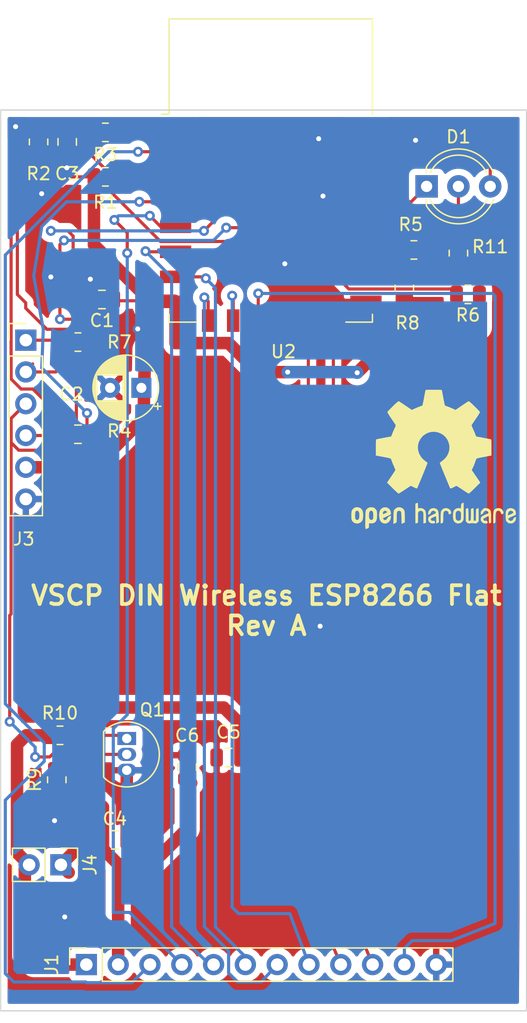
<source format=kicad_pcb>
(kicad_pcb (version 20171130) (host pcbnew 5.1.9+dfsg1-1)

  (general
    (thickness 1.6)
    (drawings 6)
    (tracks 312)
    (zones 0)
    (modules 24)
    (nets 28)
  )

  (page A4)
  (layers
    (0 F.Cu signal)
    (31 B.Cu signal)
    (32 B.Adhes user)
    (33 F.Adhes user)
    (34 B.Paste user)
    (35 F.Paste user)
    (36 B.SilkS user)
    (37 F.SilkS user)
    (38 B.Mask user)
    (39 F.Mask user)
    (40 Dwgs.User user)
    (41 Cmts.User user)
    (42 Eco1.User user)
    (43 Eco2.User user)
    (44 Edge.Cuts user)
    (45 Margin user)
    (46 B.CrtYd user)
    (47 F.CrtYd user)
    (48 B.Fab user)
    (49 F.Fab user)
  )

  (setup
    (last_trace_width 0.25)
    (user_trace_width 1)
    (trace_clearance 0.2)
    (zone_clearance 0.508)
    (zone_45_only no)
    (trace_min 0.2)
    (via_size 0.8)
    (via_drill 0.4)
    (via_min_size 0.4)
    (via_min_drill 0.3)
    (uvia_size 0.3)
    (uvia_drill 0.1)
    (uvias_allowed no)
    (uvia_min_size 0.2)
    (uvia_min_drill 0.1)
    (edge_width 0.1)
    (segment_width 0.2)
    (pcb_text_width 0.3)
    (pcb_text_size 1.5 1.5)
    (mod_edge_width 0.15)
    (mod_text_size 1 1)
    (mod_text_width 0.15)
    (pad_size 1.524 1.524)
    (pad_drill 0.762)
    (pad_to_mask_clearance 0)
    (aux_axis_origin 0 0)
    (visible_elements FFFFFF7F)
    (pcbplotparams
      (layerselection 0x010fc_ffffffff)
      (usegerberextensions false)
      (usegerberattributes true)
      (usegerberadvancedattributes true)
      (creategerberjobfile true)
      (excludeedgelayer true)
      (linewidth 0.100000)
      (plotframeref false)
      (viasonmask false)
      (mode 1)
      (useauxorigin false)
      (hpglpennumber 1)
      (hpglpenspeed 20)
      (hpglpendiameter 15.000000)
      (psnegative false)
      (psa4output false)
      (plotreference true)
      (plotvalue true)
      (plotinvisibletext false)
      (padsonsilk false)
      (subtractmaskfromsilk false)
      (outputformat 1)
      (mirror false)
      (drillshape 0)
      (scaleselection 1)
      (outputdirectory "gerbers/"))
  )

  (net 0 "")
  (net 1 GND)
  (net 2 VCC)
  (net 3 /RESET)
  (net 4 VDD)
  (net 5 "Net-(D1-Pad2)")
  (net 6 /FLASH)
  (net 7 /TXD)
  (net 8 /RXD)
  (net 9 "Net-(R1-Pad2)")
  (net 10 "Net-(R3-Pad1)")
  (net 11 "Net-(R4-Pad2)")
  (net 12 "Net-(R5-Pad2)")
  (net 13 "Net-(R6-Pad2)")
  (net 14 "Net-(R8-Pad2)")
  (net 15 "Net-(U2-Pad12)")
  (net 16 /ledb)
  (net 17 /leda)
  (net 18 /TTLRX)
  (net 19 /adc)
  (net 20 /gpio13)
  (net 21 /gpio12)
  (net 22 /gpio14)
  (net 23 /gpio9)
  (net 24 /SCLK)
  (net 25 /MOSI)
  (net 26 /MISO)
  (net 27 /CS0)

  (net_class Default "This is the default net class."
    (clearance 0.2)
    (trace_width 0.25)
    (via_dia 0.8)
    (via_drill 0.4)
    (uvia_dia 0.3)
    (uvia_drill 0.1)
    (add_net /CS0)
    (add_net /FLASH)
    (add_net /MISO)
    (add_net /MOSI)
    (add_net /RESET)
    (add_net /RXD)
    (add_net /SCLK)
    (add_net /TTLRX)
    (add_net /TXD)
    (add_net /adc)
    (add_net /gpio12)
    (add_net /gpio13)
    (add_net /gpio14)
    (add_net /gpio9)
    (add_net /leda)
    (add_net /ledb)
    (add_net GND)
    (add_net "Net-(D1-Pad2)")
    (add_net "Net-(R1-Pad2)")
    (add_net "Net-(R3-Pad1)")
    (add_net "Net-(R4-Pad2)")
    (add_net "Net-(R5-Pad2)")
    (add_net "Net-(R6-Pad2)")
    (add_net "Net-(R8-Pad2)")
    (add_net "Net-(U2-Pad12)")
    (add_net VCC)
    (add_net VDD)
  )

  (module Connector_PinSocket_2.54mm:PinSocket_1x12_P2.54mm_Vertical (layer F.Cu) (tedit 5A19A41D) (tstamp 60AD2908)
    (at 122.8471 116.3066 90)
    (descr "Through hole straight socket strip, 1x12, 2.54mm pitch, single row (from Kicad 4.0.7), script generated")
    (tags "Through hole socket strip THT 1x12 2.54mm single row")
    (path /60AF9C34)
    (fp_text reference J1 (at 0 -2.77 90) (layer F.SilkS)
      (effects (font (size 1 1) (thickness 0.15)))
    )
    (fp_text value Conn_01x12 (at 0 30.71 90) (layer F.Fab)
      (effects (font (size 1 1) (thickness 0.15)))
    )
    (fp_text user %R (at 0 13.97) (layer F.Fab)
      (effects (font (size 1 1) (thickness 0.15)))
    )
    (fp_line (start -1.27 -1.27) (end 0.635 -1.27) (layer F.Fab) (width 0.1))
    (fp_line (start 0.635 -1.27) (end 1.27 -0.635) (layer F.Fab) (width 0.1))
    (fp_line (start 1.27 -0.635) (end 1.27 29.21) (layer F.Fab) (width 0.1))
    (fp_line (start 1.27 29.21) (end -1.27 29.21) (layer F.Fab) (width 0.1))
    (fp_line (start -1.27 29.21) (end -1.27 -1.27) (layer F.Fab) (width 0.1))
    (fp_line (start -1.33 1.27) (end 1.33 1.27) (layer F.SilkS) (width 0.12))
    (fp_line (start -1.33 1.27) (end -1.33 29.27) (layer F.SilkS) (width 0.12))
    (fp_line (start -1.33 29.27) (end 1.33 29.27) (layer F.SilkS) (width 0.12))
    (fp_line (start 1.33 1.27) (end 1.33 29.27) (layer F.SilkS) (width 0.12))
    (fp_line (start 1.33 -1.33) (end 1.33 0) (layer F.SilkS) (width 0.12))
    (fp_line (start 0 -1.33) (end 1.33 -1.33) (layer F.SilkS) (width 0.12))
    (fp_line (start -1.8 -1.8) (end 1.75 -1.8) (layer F.CrtYd) (width 0.05))
    (fp_line (start 1.75 -1.8) (end 1.75 29.7) (layer F.CrtYd) (width 0.05))
    (fp_line (start 1.75 29.7) (end -1.8 29.7) (layer F.CrtYd) (width 0.05))
    (fp_line (start -1.8 29.7) (end -1.8 -1.8) (layer F.CrtYd) (width 0.05))
    (pad 12 thru_hole oval (at 0 27.94 90) (size 1.7 1.7) (drill 1) (layers *.Cu *.Mask)
      (net 1 GND))
    (pad 11 thru_hole oval (at 0 25.4 90) (size 1.7 1.7) (drill 1) (layers *.Cu *.Mask)
      (net 23 /gpio9))
    (pad 10 thru_hole oval (at 0 22.86 90) (size 1.7 1.7) (drill 1) (layers *.Cu *.Mask)
      (net 24 /SCLK))
    (pad 9 thru_hole oval (at 0 20.32 90) (size 1.7 1.7) (drill 1) (layers *.Cu *.Mask)
      (net 25 /MOSI))
    (pad 8 thru_hole oval (at 0 17.78 90) (size 1.7 1.7) (drill 1) (layers *.Cu *.Mask)
      (net 26 /MISO))
    (pad 7 thru_hole oval (at 0 15.24 90) (size 1.7 1.7) (drill 1) (layers *.Cu *.Mask)
      (net 27 /CS0))
    (pad 6 thru_hole oval (at 0 12.7 90) (size 1.7 1.7) (drill 1) (layers *.Cu *.Mask)
      (net 20 /gpio13))
    (pad 5 thru_hole oval (at 0 10.16 90) (size 1.7 1.7) (drill 1) (layers *.Cu *.Mask)
      (net 21 /gpio12))
    (pad 4 thru_hole oval (at 0 7.62 90) (size 1.7 1.7) (drill 1) (layers *.Cu *.Mask)
      (net 22 /gpio14))
    (pad 3 thru_hole oval (at 0 5.08 90) (size 1.7 1.7) (drill 1) (layers *.Cu *.Mask)
      (net 19 /adc))
    (pad 2 thru_hole oval (at 0 2.54 90) (size 1.7 1.7) (drill 1) (layers *.Cu *.Mask)
      (net 4 VDD))
    (pad 1 thru_hole rect (at 0 0 90) (size 1.7 1.7) (drill 1) (layers *.Cu *.Mask)
      (net 2 VCC))
    (model ${KISYS3DMOD}/Connector_PinSocket_2.54mm.3dshapes/PinSocket_1x12_P2.54mm_Vertical.wrl
      (at (xyz 0 0 0))
      (scale (xyz 1 1 1))
      (rotate (xyz 0 0 0))
    )
  )

  (module Capacitor_SMD:C_0805_2012Metric (layer F.Cu) (tedit 5F68FEEE) (tstamp 60AB7D13)
    (at 124.0917 63.1444 180)
    (descr "Capacitor SMD 0805 (2012 Metric), square (rectangular) end terminal, IPC_7351 nominal, (Body size source: IPC-SM-782 page 76, https://www.pcb-3d.com/wordpress/wp-content/uploads/ipc-sm-782a_amendment_1_and_2.pdf, https://docs.google.com/spreadsheets/d/1BsfQQcO9C6DZCsRaXUlFlo91Tg2WpOkGARC1WS5S8t0/edit?usp=sharing), generated with kicad-footprint-generator")
    (tags capacitor)
    (path /60A8326B)
    (attr smd)
    (fp_text reference C1 (at 0 -1.68) (layer F.SilkS)
      (effects (font (size 1 1) (thickness 0.15)))
    )
    (fp_text value 100nF (at 0 1.68) (layer F.Fab) hide
      (effects (font (size 1 1) (thickness 0.15)))
    )
    (fp_line (start 1.7 0.98) (end -1.7 0.98) (layer F.CrtYd) (width 0.05))
    (fp_line (start 1.7 -0.98) (end 1.7 0.98) (layer F.CrtYd) (width 0.05))
    (fp_line (start -1.7 -0.98) (end 1.7 -0.98) (layer F.CrtYd) (width 0.05))
    (fp_line (start -1.7 0.98) (end -1.7 -0.98) (layer F.CrtYd) (width 0.05))
    (fp_line (start -0.261252 0.735) (end 0.261252 0.735) (layer F.SilkS) (width 0.12))
    (fp_line (start -0.261252 -0.735) (end 0.261252 -0.735) (layer F.SilkS) (width 0.12))
    (fp_line (start 1 0.625) (end -1 0.625) (layer F.Fab) (width 0.1))
    (fp_line (start 1 -0.625) (end 1 0.625) (layer F.Fab) (width 0.1))
    (fp_line (start -1 -0.625) (end 1 -0.625) (layer F.Fab) (width 0.1))
    (fp_line (start -1 0.625) (end -1 -0.625) (layer F.Fab) (width 0.1))
    (fp_text user %R (at 0 0) (layer F.Fab)
      (effects (font (size 0.5 0.5) (thickness 0.08)))
    )
    (pad 2 smd roundrect (at 0.95 0 180) (size 1 1.45) (layers F.Cu F.Paste F.Mask) (roundrect_rratio 0.25)
      (net 1 GND))
    (pad 1 smd roundrect (at -0.95 0 180) (size 1 1.45) (layers F.Cu F.Paste F.Mask) (roundrect_rratio 0.25)
      (net 2 VCC))
    (model ${KISYS3DMOD}/Capacitor_SMD.3dshapes/C_0805_2012Metric.wrl
      (at (xyz 0 0 0))
      (scale (xyz 1 1 1))
      (rotate (xyz 0 0 0))
    )
  )

  (module Capacitor_SMD:C_0805_2012Metric (layer F.Cu) (tedit 5F68FEEE) (tstamp 60AD27F9)
    (at 125.1204 106.3371)
    (descr "Capacitor SMD 0805 (2012 Metric), square (rectangular) end terminal, IPC_7351 nominal, (Body size source: IPC-SM-782 page 76, https://www.pcb-3d.com/wordpress/wp-content/uploads/ipc-sm-782a_amendment_1_and_2.pdf, https://docs.google.com/spreadsheets/d/1BsfQQcO9C6DZCsRaXUlFlo91Tg2WpOkGARC1WS5S8t0/edit?usp=sharing), generated with kicad-footprint-generator")
    (tags capacitor)
    (path /60B1705A)
    (attr smd)
    (fp_text reference C4 (at 0 -1.68) (layer F.SilkS)
      (effects (font (size 1 1) (thickness 0.15)))
    )
    (fp_text value 100nF (at 0 1.68) (layer F.Fab) hide
      (effects (font (size 1 1) (thickness 0.15)))
    )
    (fp_text user %R (at -0.023201 -0.302001) (layer F.Fab)
      (effects (font (size 0.5 0.5) (thickness 0.08)))
    )
    (fp_line (start -1 0.625) (end -1 -0.625) (layer F.Fab) (width 0.1))
    (fp_line (start -1 -0.625) (end 1 -0.625) (layer F.Fab) (width 0.1))
    (fp_line (start 1 -0.625) (end 1 0.625) (layer F.Fab) (width 0.1))
    (fp_line (start 1 0.625) (end -1 0.625) (layer F.Fab) (width 0.1))
    (fp_line (start -0.261252 -0.735) (end 0.261252 -0.735) (layer F.SilkS) (width 0.12))
    (fp_line (start -0.261252 0.735) (end 0.261252 0.735) (layer F.SilkS) (width 0.12))
    (fp_line (start -1.7 0.98) (end -1.7 -0.98) (layer F.CrtYd) (width 0.05))
    (fp_line (start -1.7 -0.98) (end 1.7 -0.98) (layer F.CrtYd) (width 0.05))
    (fp_line (start 1.7 -0.98) (end 1.7 0.98) (layer F.CrtYd) (width 0.05))
    (fp_line (start 1.7 0.98) (end -1.7 0.98) (layer F.CrtYd) (width 0.05))
    (pad 2 smd roundrect (at 0.95 0) (size 1 1.45) (layers F.Cu F.Paste F.Mask) (roundrect_rratio 0.25)
      (net 1 GND))
    (pad 1 smd roundrect (at -0.95 0) (size 1 1.45) (layers F.Cu F.Paste F.Mask) (roundrect_rratio 0.25)
      (net 4 VDD))
    (model ${KISYS3DMOD}/Capacitor_SMD.3dshapes/C_0805_2012Metric.wrl
      (at (xyz 0 0 0))
      (scale (xyz 1 1 1))
      (rotate (xyz 0 0 0))
    )
  )

  (module Symbol:OSHW-Logo2_14.6x12mm_SilkScreen (layer F.Cu) (tedit 0) (tstamp 60AC25C9)
    (at 150.5839 75.9079)
    (descr "Open Source Hardware Symbol")
    (tags "Logo Symbol OSHW")
    (attr virtual)
    (fp_text reference REF** (at 0 0) (layer F.SilkS) hide
      (effects (font (size 1 1) (thickness 0.15)))
    )
    (fp_text value OSHW-Logo2_14.6x12mm_SilkScreen (at 0.75 0) (layer F.Fab) hide
      (effects (font (size 1 1) (thickness 0.15)))
    )
    (fp_poly (pts (xy 0.209014 -5.547002) (xy 0.367006 -5.546137) (xy 0.481347 -5.543795) (xy 0.559407 -5.539238)
      (xy 0.608554 -5.53173) (xy 0.636159 -5.520534) (xy 0.649592 -5.504912) (xy 0.656221 -5.484127)
      (xy 0.656865 -5.481437) (xy 0.666935 -5.432887) (xy 0.685575 -5.337095) (xy 0.710845 -5.204257)
      (xy 0.740807 -5.044569) (xy 0.773522 -4.868226) (xy 0.774664 -4.862033) (xy 0.807433 -4.689218)
      (xy 0.838093 -4.536531) (xy 0.864664 -4.413129) (xy 0.885167 -4.328169) (xy 0.897626 -4.29081)
      (xy 0.89822 -4.290148) (xy 0.934919 -4.271905) (xy 1.010586 -4.241503) (xy 1.108878 -4.205507)
      (xy 1.109425 -4.205315) (xy 1.233233 -4.158778) (xy 1.379196 -4.099496) (xy 1.516781 -4.039891)
      (xy 1.523293 -4.036944) (xy 1.74739 -3.935235) (xy 2.243619 -4.274103) (xy 2.395846 -4.377408)
      (xy 2.533741 -4.469763) (xy 2.649315 -4.545916) (xy 2.734579 -4.600615) (xy 2.781544 -4.628607)
      (xy 2.786004 -4.630683) (xy 2.820134 -4.62144) (xy 2.883881 -4.576844) (xy 2.979731 -4.494791)
      (xy 3.110169 -4.373179) (xy 3.243328 -4.243795) (xy 3.371694 -4.116298) (xy 3.486581 -3.999954)
      (xy 3.581073 -3.901948) (xy 3.648253 -3.829464) (xy 3.681206 -3.789687) (xy 3.682432 -3.787639)
      (xy 3.686074 -3.760344) (xy 3.67235 -3.715766) (xy 3.637869 -3.647888) (xy 3.579239 -3.550689)
      (xy 3.49307 -3.418149) (xy 3.3782 -3.247524) (xy 3.276254 -3.097345) (xy 3.185123 -2.96265)
      (xy 3.110073 -2.85126) (xy 3.056369 -2.770995) (xy 3.02928 -2.729675) (xy 3.027574 -2.72687)
      (xy 3.030882 -2.687279) (xy 3.055953 -2.610331) (xy 3.097798 -2.510568) (xy 3.112712 -2.478709)
      (xy 3.177786 -2.336774) (xy 3.247212 -2.175727) (xy 3.303609 -2.036379) (xy 3.344247 -1.932956)
      (xy 3.376526 -1.854358) (xy 3.395178 -1.81328) (xy 3.397497 -1.810115) (xy 3.431803 -1.804872)
      (xy 3.512669 -1.790506) (xy 3.629343 -1.769063) (xy 3.771075 -1.742587) (xy 3.92711 -1.713123)
      (xy 4.086698 -1.682717) (xy 4.239085 -1.653412) (xy 4.373521 -1.627255) (xy 4.479252 -1.60629)
      (xy 4.545526 -1.592561) (xy 4.561782 -1.58868) (xy 4.578573 -1.5791) (xy 4.591249 -1.557464)
      (xy 4.600378 -1.516469) (xy 4.606531 -1.448811) (xy 4.61028 -1.347188) (xy 4.612192 -1.204297)
      (xy 4.61284 -1.012835) (xy 4.612874 -0.934355) (xy 4.612874 -0.296094) (xy 4.459598 -0.26584)
      (xy 4.374322 -0.249436) (xy 4.24707 -0.225491) (xy 4.093315 -0.196893) (xy 3.928534 -0.166533)
      (xy 3.882989 -0.158194) (xy 3.730932 -0.12863) (xy 3.598468 -0.099558) (xy 3.496714 -0.073671)
      (xy 3.436788 -0.053663) (xy 3.426805 -0.047699) (xy 3.402293 -0.005466) (xy 3.367148 0.07637)
      (xy 3.328173 0.181683) (xy 3.320442 0.204368) (xy 3.26936 0.345018) (xy 3.205954 0.503714)
      (xy 3.143904 0.646225) (xy 3.143598 0.646886) (xy 3.040267 0.87044) (xy 3.719961 1.870232)
      (xy 3.283621 2.3073) (xy 3.151649 2.437381) (xy 3.031279 2.552048) (xy 2.929273 2.645181)
      (xy 2.852391 2.710658) (xy 2.807393 2.742357) (xy 2.800938 2.744368) (xy 2.76304 2.728529)
      (xy 2.685708 2.684496) (xy 2.577389 2.61749) (xy 2.446532 2.532734) (xy 2.305052 2.437816)
      (xy 2.161461 2.340998) (xy 2.033435 2.256751) (xy 1.929105 2.190258) (xy 1.8566 2.146702)
      (xy 1.824158 2.131264) (xy 1.784576 2.144328) (xy 1.709519 2.17875) (xy 1.614468 2.22738)
      (xy 1.604392 2.232785) (xy 1.476391 2.29698) (xy 1.388618 2.328463) (xy 1.334028 2.328798)
      (xy 1.305575 2.299548) (xy 1.30541 2.299138) (xy 1.291188 2.264498) (xy 1.257269 2.182269)
      (xy 1.206284 2.058814) (xy 1.140862 1.900498) (xy 1.063634 1.713686) (xy 0.977229 1.504742)
      (xy 0.893551 1.302446) (xy 0.801588 1.0792) (xy 0.71715 0.872392) (xy 0.642769 0.688362)
      (xy 0.580974 0.533451) (xy 0.534297 0.413996) (xy 0.505268 0.336339) (xy 0.496322 0.307356)
      (xy 0.518756 0.27411) (xy 0.577439 0.221123) (xy 0.655689 0.162704) (xy 0.878534 -0.022048)
      (xy 1.052718 -0.233818) (xy 1.176154 -0.468144) (xy 1.246754 -0.720566) (xy 1.262431 -0.986623)
      (xy 1.251036 -1.109425) (xy 1.18895 -1.364207) (xy 1.082023 -1.589199) (xy 0.936889 -1.782183)
      (xy 0.760178 -1.940939) (xy 0.558522 -2.06325) (xy 0.338554 -2.146895) (xy 0.106906 -2.189656)
      (xy -0.129791 -2.189313) (xy -0.364905 -2.143648) (xy -0.591804 -2.050441) (xy -0.803856 -1.907473)
      (xy -0.892364 -1.826617) (xy -1.062111 -1.618993) (xy -1.180301 -1.392105) (xy -1.247722 -1.152567)
      (xy -1.26516 -0.906993) (xy -1.233402 -0.661997) (xy -1.153235 -0.424192) (xy -1.025445 -0.200193)
      (xy -0.85082 0.003387) (xy -0.655688 0.162704) (xy -0.574409 0.223602) (xy -0.516991 0.276015)
      (xy -0.496322 0.307406) (xy -0.507144 0.341639) (xy -0.537923 0.423419) (xy -0.586126 0.546407)
      (xy -0.649222 0.704263) (xy -0.724678 0.890649) (xy -0.809962 1.099226) (xy -0.893781 1.302496)
      (xy -0.986255 1.525933) (xy -1.071911 1.732984) (xy -1.148118 1.917286) (xy -1.212247 2.072475)
      (xy -1.261668 2.192188) (xy -1.293752 2.270061) (xy -1.305641 2.299138) (xy -1.333726 2.328677)
      (xy -1.388051 2.328591) (xy -1.475605 2.297326) (xy -1.603381 2.233329) (xy -1.604392 2.232785)
      (xy -1.700598 2.183121) (xy -1.778369 2.146945) (xy -1.822223 2.131408) (xy -1.824158 2.131264)
      (xy -1.857171 2.147024) (xy -1.930054 2.19085) (xy -2.034678 2.257557) (xy -2.16291 2.341964)
      (xy -2.305052 2.437816) (xy -2.449767 2.534867) (xy -2.580196 2.61927) (xy -2.68789 2.685801)
      (xy -2.764402 2.729238) (xy -2.800938 2.744368) (xy -2.834582 2.724482) (xy -2.902224 2.668903)
      (xy -2.997107 2.583754) (xy -3.11247 2.475153) (xy -3.241555 2.349221) (xy -3.283771 2.307149)
      (xy -3.720261 1.869931) (xy -3.388023 1.38234) (xy -3.287054 1.232605) (xy -3.198438 1.09822)
      (xy -3.127146 0.986969) (xy -3.07815 0.906639) (xy -3.056422 0.865014) (xy -3.055785 0.862053)
      (xy -3.06724 0.822818) (xy -3.098051 0.743895) (xy -3.142884 0.638509) (xy -3.174353 0.567954)
      (xy -3.233192 0.432876) (xy -3.288604 0.296409) (xy -3.331564 0.181103) (xy -3.343234 0.145977)
      (xy -3.376389 0.052174) (xy -3.408799 -0.020306) (xy -3.426601 -0.047699) (xy -3.465886 -0.064464)
      (xy -3.551626 -0.08823) (xy -3.672697 -0.116303) (xy -3.817973 -0.145991) (xy -3.882988 -0.158194)
      (xy -4.048087 -0.188532) (xy -4.206448 -0.217907) (xy -4.342596 -0.243431) (xy -4.441057 -0.262215)
      (xy -4.459598 -0.26584) (xy -4.612873 -0.296094) (xy -4.612873 -0.934355) (xy -4.612529 -1.14423)
      (xy -4.611116 -1.30302) (xy -4.608064 -1.418027) (xy -4.602803 -1.496554) (xy -4.594763 -1.545904)
      (xy -4.583373 -1.573381) (xy -4.568063 -1.586287) (xy -4.561782 -1.58868) (xy -4.523896 -1.597167)
      (xy -4.440195 -1.6141) (xy -4.321433 -1.637434) (xy -4.178361 -1.665125) (xy -4.021732 -1.695127)
      (xy -3.862297 -1.725396) (xy -3.710809 -1.753885) (xy -3.578019 -1.778551) (xy -3.474681 -1.797349)
      (xy -3.411545 -1.808233) (xy -3.397497 -1.810115) (xy -3.38477 -1.835296) (xy -3.3566 -1.902378)
      (xy -3.318252 -1.998667) (xy -3.303609 -2.036379) (xy -3.244548 -2.182079) (xy -3.175 -2.343049)
      (xy -3.112712 -2.478709) (xy -3.066879 -2.582439) (xy -3.036387 -2.667674) (xy -3.026208 -2.719874)
      (xy -3.027831 -2.72687) (xy -3.049343 -2.759898) (xy -3.098465 -2.833357) (xy -3.169923 -2.939423)
      (xy -3.258445 -3.070274) (xy -3.358759 -3.218088) (xy -3.378594 -3.247266) (xy -3.494988 -3.420137)
      (xy -3.580548 -3.551774) (xy -3.638684 -3.648239) (xy -3.672808 -3.715592) (xy -3.686331 -3.759894)
      (xy -3.682664 -3.787206) (xy -3.68257 -3.78738) (xy -3.653707 -3.823254) (xy -3.589867 -3.892609)
      (xy -3.497969 -3.988255) (xy -3.384933 -4.103001) (xy -3.257679 -4.229659) (xy -3.243328 -4.243795)
      (xy -3.082957 -4.399097) (xy -2.959195 -4.51313) (xy -2.869555 -4.587998) (xy -2.811552 -4.625804)
      (xy -2.786004 -4.630683) (xy -2.748718 -4.609397) (xy -2.671343 -4.560227) (xy -2.561867 -4.488425)
      (xy -2.42828 -4.399245) (xy -2.27857 -4.297937) (xy -2.243618 -4.274103) (xy -1.74739 -3.935235)
      (xy -1.523293 -4.036944) (xy -1.387011 -4.096217) (xy -1.240724 -4.15583) (xy -1.114965 -4.20336)
      (xy -1.109425 -4.205315) (xy -1.011057 -4.241323) (xy -0.935229 -4.271771) (xy -0.898282 -4.290095)
      (xy -0.89822 -4.290148) (xy -0.886496 -4.323271) (xy -0.866568 -4.404733) (xy -0.840413 -4.525375)
      (xy -0.81001 -4.676041) (xy -0.777337 -4.847572) (xy -0.774664 -4.862033) (xy -0.74189 -5.038765)
      (xy -0.711802 -5.19919) (xy -0.686339 -5.333112) (xy -0.667441 -5.430337) (xy -0.657047 -5.480668)
      (xy -0.656865 -5.481437) (xy -0.650539 -5.502847) (xy -0.638239 -5.519012) (xy -0.612594 -5.530669)
      (xy -0.566235 -5.538555) (xy -0.491792 -5.543407) (xy -0.381895 -5.545961) (xy -0.229175 -5.546955)
      (xy -0.026262 -5.547126) (xy 0 -5.547126) (xy 0.209014 -5.547002)) (layer F.SilkS) (width 0.01))
    (fp_poly (pts (xy 6.343439 3.95654) (xy 6.45895 4.032034) (xy 6.514664 4.099617) (xy 6.558804 4.222255)
      (xy 6.562309 4.319298) (xy 6.554368 4.449056) (xy 6.255115 4.580039) (xy 6.109611 4.646958)
      (xy 6.014537 4.70079) (xy 5.965101 4.747416) (xy 5.956511 4.79272) (xy 5.983972 4.842582)
      (xy 6.014253 4.875632) (xy 6.102363 4.928633) (xy 6.198196 4.932347) (xy 6.286212 4.891041)
      (xy 6.350869 4.808983) (xy 6.362433 4.780008) (xy 6.417825 4.689509) (xy 6.481553 4.65094)
      (xy 6.568966 4.617946) (xy 6.568966 4.743034) (xy 6.561238 4.828156) (xy 6.530966 4.899938)
      (xy 6.467518 4.982356) (xy 6.458088 4.993066) (xy 6.387513 5.066391) (xy 6.326847 5.105742)
      (xy 6.25095 5.123845) (xy 6.18803 5.129774) (xy 6.075487 5.131251) (xy 5.99537 5.112535)
      (xy 5.94539 5.084747) (xy 5.866838 5.023641) (xy 5.812463 4.957554) (xy 5.778052 4.874441)
      (xy 5.759388 4.762254) (xy 5.752256 4.608946) (xy 5.751687 4.531136) (xy 5.753622 4.437853)
      (xy 5.929899 4.437853) (xy 5.931944 4.487896) (xy 5.937039 4.496092) (xy 5.970666 4.484958)
      (xy 6.04303 4.455493) (xy 6.139747 4.413601) (xy 6.159973 4.404597) (xy 6.282203 4.342442)
      (xy 6.349547 4.287815) (xy 6.364348 4.236649) (xy 6.328947 4.184876) (xy 6.299711 4.162)
      (xy 6.194216 4.11625) (xy 6.095476 4.123808) (xy 6.012812 4.179651) (xy 5.955548 4.278753)
      (xy 5.937188 4.357414) (xy 5.929899 4.437853) (xy 5.753622 4.437853) (xy 5.755459 4.349351)
      (xy 5.769359 4.214853) (xy 5.796894 4.116916) (xy 5.841572 4.044811) (xy 5.906901 3.987813)
      (xy 5.935383 3.969393) (xy 6.064763 3.921422) (xy 6.206412 3.918403) (xy 6.343439 3.95654)) (layer F.SilkS) (width 0.01))
    (fp_poly (pts (xy 5.33569 3.940018) (xy 5.370585 3.955269) (xy 5.453877 4.021235) (xy 5.525103 4.116618)
      (xy 5.569153 4.218406) (xy 5.576322 4.268587) (xy 5.552285 4.338647) (xy 5.499561 4.375717)
      (xy 5.443031 4.398164) (xy 5.417146 4.4023) (xy 5.404542 4.372283) (xy 5.379654 4.306961)
      (xy 5.368735 4.277445) (xy 5.307508 4.175348) (xy 5.218861 4.124423) (xy 5.105193 4.125989)
      (xy 5.096774 4.127994) (xy 5.036088 4.156767) (xy 4.991474 4.212859) (xy 4.961002 4.303163)
      (xy 4.942744 4.434571) (xy 4.934771 4.613974) (xy 4.934023 4.709433) (xy 4.933652 4.859913)
      (xy 4.931223 4.962495) (xy 4.92476 5.027672) (xy 4.912288 5.065938) (xy 4.891833 5.087785)
      (xy 4.861419 5.103707) (xy 4.859661 5.104509) (xy 4.801091 5.129272) (xy 4.772075 5.138391)
      (xy 4.767616 5.110822) (xy 4.763799 5.03462) (xy 4.760899 4.919541) (xy 4.759191 4.775341)
      (xy 4.758851 4.669814) (xy 4.760588 4.465613) (xy 4.767382 4.310697) (xy 4.781607 4.196024)
      (xy 4.805638 4.112551) (xy 4.841848 4.051236) (xy 4.892612 4.003034) (xy 4.942739 3.969393)
      (xy 5.063275 3.924619) (xy 5.203557 3.914521) (xy 5.33569 3.940018)) (layer F.SilkS) (width 0.01))
    (fp_poly (pts (xy 4.314406 3.935156) (xy 4.398469 3.973393) (xy 4.46445 4.019726) (xy 4.512794 4.071532)
      (xy 4.546172 4.138363) (xy 4.567253 4.229769) (xy 4.578707 4.355301) (xy 4.583203 4.524508)
      (xy 4.583678 4.635933) (xy 4.583678 5.070627) (xy 4.509316 5.104509) (xy 4.450746 5.129272)
      (xy 4.42173 5.138391) (xy 4.416179 5.111257) (xy 4.411775 5.038094) (xy 4.409078 4.931263)
      (xy 4.408506 4.846437) (xy 4.406046 4.723887) (xy 4.399412 4.626668) (xy 4.389726 4.567134)
      (xy 4.382032 4.554483) (xy 4.330311 4.567402) (xy 4.249117 4.600539) (xy 4.155102 4.645461)
      (xy 4.064917 4.693735) (xy 3.995215 4.736928) (xy 3.962648 4.766608) (xy 3.962519 4.766929)
      (xy 3.96532 4.821857) (xy 3.990439 4.874292) (xy 4.034541 4.916881) (xy 4.098909 4.931126)
      (xy 4.153921 4.929466) (xy 4.231835 4.928245) (xy 4.272732 4.946498) (xy 4.297295 4.994726)
      (xy 4.300392 5.00382) (xy 4.31104 5.072598) (xy 4.282565 5.11436) (xy 4.208344 5.134263)
      (xy 4.128168 5.137944) (xy 3.98389 5.110658) (xy 3.909203 5.07169) (xy 3.816963 4.980148)
      (xy 3.768043 4.867782) (xy 3.763654 4.749051) (xy 3.805001 4.638411) (xy 3.867197 4.56908)
      (xy 3.929294 4.530265) (xy 4.026895 4.481125) (xy 4.140632 4.431292) (xy 4.15959 4.423677)
      (xy 4.284521 4.368545) (xy 4.356539 4.319954) (xy 4.3797 4.271647) (xy 4.358064 4.21737)
      (xy 4.32092 4.174943) (xy 4.233127 4.122702) (xy 4.13653 4.118784) (xy 4.047944 4.159041)
      (xy 3.984186 4.239326) (xy 3.975817 4.26004) (xy 3.927096 4.336225) (xy 3.855965 4.392785)
      (xy 3.766207 4.439201) (xy 3.766207 4.307584) (xy 3.77149 4.227168) (xy 3.794142 4.163786)
      (xy 3.844367 4.096163) (xy 3.892582 4.044076) (xy 3.967554 3.970322) (xy 4.025806 3.930702)
      (xy 4.088372 3.91481) (xy 4.159193 3.912184) (xy 4.314406 3.935156)) (layer F.SilkS) (width 0.01))
    (fp_poly (pts (xy 3.580124 3.93984) (xy 3.584579 4.016653) (xy 3.588071 4.133391) (xy 3.590315 4.280821)
      (xy 3.591035 4.435455) (xy 3.591035 4.958727) (xy 3.498645 5.051117) (xy 3.434978 5.108047)
      (xy 3.379089 5.131107) (xy 3.302702 5.129647) (xy 3.27238 5.125934) (xy 3.17761 5.115126)
      (xy 3.099222 5.108933) (xy 3.080115 5.108361) (xy 3.015699 5.112102) (xy 2.923571 5.121494)
      (xy 2.88785 5.125934) (xy 2.800114 5.132801) (xy 2.741153 5.117885) (xy 2.68269 5.071835)
      (xy 2.661585 5.051117) (xy 2.569195 4.958727) (xy 2.569195 3.979947) (xy 2.643558 3.946066)
      (xy 2.70759 3.92097) (xy 2.745052 3.912184) (xy 2.754657 3.93995) (xy 2.763635 4.01753)
      (xy 2.771386 4.136348) (xy 2.777314 4.287828) (xy 2.780173 4.415805) (xy 2.788161 4.919425)
      (xy 2.857848 4.929278) (xy 2.921229 4.922389) (xy 2.952286 4.900083) (xy 2.960967 4.858379)
      (xy 2.968378 4.769544) (xy 2.973931 4.644834) (xy 2.977036 4.495507) (xy 2.977484 4.418661)
      (xy 2.977931 3.976287) (xy 3.069874 3.944235) (xy 3.134949 3.922443) (xy 3.170347 3.912281)
      (xy 3.171368 3.912184) (xy 3.17492 3.939809) (xy 3.178823 4.016411) (xy 3.182751 4.132579)
      (xy 3.186376 4.278904) (xy 3.188908 4.415805) (xy 3.196897 4.919425) (xy 3.372069 4.919425)
      (xy 3.380107 4.459965) (xy 3.388146 4.000505) (xy 3.473543 3.956344) (xy 3.536593 3.926019)
      (xy 3.57391 3.912258) (xy 3.574987 3.912184) (xy 3.580124 3.93984)) (layer F.SilkS) (width 0.01))
    (fp_poly (pts (xy 2.393914 4.154455) (xy 2.393543 4.372661) (xy 2.392108 4.540519) (xy 2.389002 4.66607)
      (xy 2.383622 4.757355) (xy 2.375362 4.822415) (xy 2.363616 4.869291) (xy 2.347781 4.906024)
      (xy 2.33579 4.926991) (xy 2.23649 5.040694) (xy 2.110588 5.111965) (xy 1.971291 5.137538)
      (xy 1.831805 5.11415) (xy 1.748743 5.072119) (xy 1.661545 4.999411) (xy 1.602117 4.910612)
      (xy 1.566261 4.79432) (xy 1.549781 4.639135) (xy 1.547447 4.525287) (xy 1.547761 4.517106)
      (xy 1.751724 4.517106) (xy 1.75297 4.647657) (xy 1.758678 4.73408) (xy 1.771804 4.790618)
      (xy 1.795306 4.831514) (xy 1.823386 4.862362) (xy 1.917688 4.921905) (xy 2.01894 4.926992)
      (xy 2.114636 4.877279) (xy 2.122084 4.870543) (xy 2.153874 4.835502) (xy 2.173808 4.793811)
      (xy 2.1846 4.731762) (xy 2.188965 4.635644) (xy 2.189655 4.529379) (xy 2.188159 4.39588)
      (xy 2.181964 4.306822) (xy 2.168514 4.248293) (xy 2.145251 4.206382) (xy 2.126175 4.184123)
      (xy 2.037563 4.127985) (xy 1.935508 4.121235) (xy 1.838095 4.164114) (xy 1.819296 4.180032)
      (xy 1.787293 4.215382) (xy 1.767318 4.257502) (xy 1.756593 4.320251) (xy 1.752339 4.417487)
      (xy 1.751724 4.517106) (xy 1.547761 4.517106) (xy 1.554504 4.341947) (xy 1.578472 4.204195)
      (xy 1.623548 4.100632) (xy 1.693928 4.019856) (xy 1.748743 3.978455) (xy 1.848376 3.933728)
      (xy 1.963855 3.912967) (xy 2.071199 3.918525) (xy 2.131264 3.940943) (xy 2.154835 3.947323)
      (xy 2.170477 3.923535) (xy 2.181395 3.859788) (xy 2.189655 3.762687) (xy 2.198699 3.654541)
      (xy 2.211261 3.589475) (xy 2.234119 3.552268) (xy 2.274051 3.527699) (xy 2.299138 3.516819)
      (xy 2.394023 3.477072) (xy 2.393914 4.154455)) (layer F.SilkS) (width 0.01))
    (fp_poly (pts (xy 1.065943 3.92192) (xy 1.198565 3.970859) (xy 1.30601 4.057419) (xy 1.348032 4.118352)
      (xy 1.393843 4.230161) (xy 1.392891 4.311006) (xy 1.344808 4.365378) (xy 1.327017 4.374624)
      (xy 1.250204 4.40345) (xy 1.210976 4.396065) (xy 1.197689 4.347658) (xy 1.197012 4.32092)
      (xy 1.172686 4.222548) (xy 1.109281 4.153734) (xy 1.021154 4.120498) (xy 0.922663 4.128861)
      (xy 0.842602 4.172296) (xy 0.815561 4.197072) (xy 0.796394 4.227129) (xy 0.783446 4.272565)
      (xy 0.775064 4.343476) (xy 0.769593 4.44996) (xy 0.765378 4.602112) (xy 0.764287 4.650287)
      (xy 0.760307 4.815095) (xy 0.755781 4.931088) (xy 0.748995 5.007833) (xy 0.738231 5.054893)
      (xy 0.721773 5.081835) (xy 0.697906 5.098223) (xy 0.682626 5.105463) (xy 0.617733 5.13022)
      (xy 0.579534 5.138391) (xy 0.566912 5.111103) (xy 0.559208 5.028603) (xy 0.55638 4.889941)
      (xy 0.558386 4.694162) (xy 0.559011 4.663965) (xy 0.563421 4.485349) (xy 0.568635 4.354923)
      (xy 0.576055 4.262492) (xy 0.587082 4.197858) (xy 0.603117 4.150825) (xy 0.625561 4.111196)
      (xy 0.637302 4.094215) (xy 0.704619 4.01908) (xy 0.77991 3.960638) (xy 0.789128 3.955536)
      (xy 0.924133 3.91526) (xy 1.065943 3.92192)) (layer F.SilkS) (width 0.01))
    (fp_poly (pts (xy 0.079944 3.92436) (xy 0.194343 3.966842) (xy 0.195652 3.967658) (xy 0.266403 4.01973)
      (xy 0.318636 4.080584) (xy 0.355371 4.159887) (xy 0.379634 4.267309) (xy 0.394445 4.412517)
      (xy 0.402829 4.605179) (xy 0.403564 4.632628) (xy 0.41412 5.046521) (xy 0.325291 5.092456)
      (xy 0.261018 5.123498) (xy 0.22221 5.138206) (xy 0.220415 5.138391) (xy 0.2137 5.11125)
      (xy 0.208365 5.038041) (xy 0.205083 4.931081) (xy 0.204368 4.844469) (xy 0.204351 4.704162)
      (xy 0.197937 4.616051) (xy 0.17558 4.574025) (xy 0.127732 4.571975) (xy 0.044849 4.60379)
      (xy -0.080287 4.662272) (xy -0.172303 4.710845) (xy -0.219629 4.752986) (xy -0.233542 4.798916)
      (xy -0.233563 4.801189) (xy -0.210605 4.880311) (xy -0.14263 4.923055) (xy -0.038602 4.929246)
      (xy 0.03633 4.928172) (xy 0.075839 4.949753) (xy 0.100478 5.001591) (xy 0.114659 5.067632)
      (xy 0.094223 5.105104) (xy 0.086528 5.110467) (xy 0.014083 5.132006) (xy -0.087367 5.135055)
      (xy -0.191843 5.120778) (xy -0.265875 5.094688) (xy -0.368228 5.007785) (xy -0.426409 4.886816)
      (xy -0.437931 4.792308) (xy -0.429138 4.707062) (xy -0.39732 4.637476) (xy -0.334316 4.575672)
      (xy -0.231969 4.513772) (xy -0.082118 4.443897) (xy -0.072988 4.439948) (xy 0.061997 4.377588)
      (xy 0.145294 4.326446) (xy 0.180997 4.280488) (xy 0.173203 4.233683) (xy 0.126007 4.179998)
      (xy 0.111894 4.167644) (xy 0.017359 4.119741) (xy -0.080594 4.121758) (xy -0.165903 4.168724)
      (xy -0.222504 4.255669) (xy -0.227763 4.272734) (xy -0.278977 4.355504) (xy -0.343963 4.395372)
      (xy -0.437931 4.434882) (xy -0.437931 4.332658) (xy -0.409347 4.184072) (xy -0.324505 4.047784)
      (xy -0.280355 4.002191) (xy -0.179995 3.943674) (xy -0.052365 3.917184) (xy 0.079944 3.92436)) (layer F.SilkS) (width 0.01))
    (fp_poly (pts (xy -1.255402 3.723857) (xy -1.246846 3.843188) (xy -1.237019 3.913506) (xy -1.223401 3.944179)
      (xy -1.203473 3.944571) (xy -1.197011 3.94091) (xy -1.11106 3.914398) (xy -0.999255 3.915946)
      (xy -0.885586 3.943199) (xy -0.81449 3.978455) (xy -0.741595 4.034778) (xy -0.688307 4.098519)
      (xy -0.651725 4.17951) (xy -0.62895 4.287586) (xy -0.617081 4.43258) (xy -0.613218 4.624326)
      (xy -0.613149 4.661109) (xy -0.613103 5.074288) (xy -0.705046 5.106339) (xy -0.770348 5.128144)
      (xy -0.806176 5.138297) (xy -0.80723 5.138391) (xy -0.810758 5.11086) (xy -0.813761 5.034923)
      (xy -0.81601 4.920565) (xy -0.817276 4.777769) (xy -0.817471 4.690951) (xy -0.817877 4.519773)
      (xy -0.819968 4.397088) (xy -0.825053 4.313) (xy -0.83444 4.257614) (xy -0.849439 4.221032)
      (xy -0.871358 4.193359) (xy -0.885043 4.180032) (xy -0.979051 4.126328) (xy -1.081636 4.122307)
      (xy -1.17471 4.167725) (xy -1.191922 4.184123) (xy -1.217168 4.214957) (xy -1.23468 4.251531)
      (xy -1.245858 4.304415) (xy -1.252104 4.384177) (xy -1.254818 4.501385) (xy -1.255402 4.662991)
      (xy -1.255402 5.074288) (xy -1.347345 5.106339) (xy -1.412647 5.128144) (xy -1.448475 5.138297)
      (xy -1.449529 5.138391) (xy -1.452225 5.110448) (xy -1.454655 5.03163) (xy -1.456722 4.909453)
      (xy -1.458329 4.751432) (xy -1.459377 4.565083) (xy -1.459769 4.35792) (xy -1.45977 4.348706)
      (xy -1.45977 3.55902) (xy -1.364885 3.518997) (xy -1.27 3.478973) (xy -1.255402 3.723857)) (layer F.SilkS) (width 0.01))
    (fp_poly (pts (xy -3.684448 3.884676) (xy -3.569342 3.962111) (xy -3.480389 4.073949) (xy -3.427251 4.216265)
      (xy -3.416503 4.321015) (xy -3.417724 4.364726) (xy -3.427944 4.398194) (xy -3.456039 4.428179)
      (xy -3.510884 4.46144) (xy -3.601355 4.504738) (xy -3.736328 4.564833) (xy -3.737011 4.565134)
      (xy -3.861249 4.622037) (xy -3.963127 4.672565) (xy -4.032233 4.71128) (xy -4.058154 4.73274)
      (xy -4.058161 4.732913) (xy -4.035315 4.779644) (xy -3.981891 4.831154) (xy -3.920558 4.868261)
      (xy -3.889485 4.875632) (xy -3.804711 4.850138) (xy -3.731707 4.786291) (xy -3.696087 4.716094)
      (xy -3.66182 4.664343) (xy -3.594697 4.605409) (xy -3.515792 4.554496) (xy -3.446179 4.526809)
      (xy -3.431623 4.525287) (xy -3.415237 4.550321) (xy -3.41425 4.614311) (xy -3.426292 4.700593)
      (xy -3.448993 4.792501) (xy -3.479986 4.873369) (xy -3.481552 4.876509) (xy -3.574819 5.006734)
      (xy -3.695696 5.095311) (xy -3.832973 5.138786) (xy -3.97544 5.133706) (xy -4.111888 5.076616)
      (xy -4.117955 5.072602) (xy -4.22529 4.975326) (xy -4.295868 4.848409) (xy -4.334926 4.681526)
      (xy -4.340168 4.634639) (xy -4.349452 4.413329) (xy -4.338322 4.310124) (xy -4.058161 4.310124)
      (xy -4.054521 4.374503) (xy -4.034611 4.393291) (xy -3.984974 4.379235) (xy -3.906733 4.346009)
      (xy -3.819274 4.304359) (xy -3.817101 4.303256) (xy -3.74297 4.264265) (xy -3.713219 4.238244)
      (xy -3.720555 4.210965) (xy -3.751447 4.175121) (xy -3.83004 4.123251) (xy -3.914677 4.119439)
      (xy -3.990597 4.157189) (xy -4.043035 4.230001) (xy -4.058161 4.310124) (xy -4.338322 4.310124)
      (xy -4.330356 4.236261) (xy -4.281366 4.095829) (xy -4.213164 3.997447) (xy -4.090065 3.89803)
      (xy -3.954472 3.848711) (xy -3.816045 3.845568) (xy -3.684448 3.884676)) (layer F.SilkS) (width 0.01))
    (fp_poly (pts (xy -5.951779 3.866015) (xy -5.814939 3.937968) (xy -5.713949 4.053766) (xy -5.678075 4.128213)
      (xy -5.650161 4.239992) (xy -5.635871 4.381227) (xy -5.634516 4.535371) (xy -5.645405 4.685879)
      (xy -5.667847 4.816205) (xy -5.70115 4.909803) (xy -5.711385 4.925922) (xy -5.832618 5.046249)
      (xy -5.976613 5.118317) (xy -6.132861 5.139408) (xy -6.290852 5.106802) (xy -6.33482 5.087253)
      (xy -6.420444 5.027012) (xy -6.495592 4.947135) (xy -6.502694 4.937004) (xy -6.531561 4.888181)
      (xy -6.550643 4.83599) (xy -6.561916 4.767285) (xy -6.567355 4.668918) (xy -6.568938 4.527744)
      (xy -6.568965 4.496092) (xy -6.568893 4.486019) (xy -6.277011 4.486019) (xy -6.275313 4.619256)
      (xy -6.268628 4.707674) (xy -6.254575 4.764785) (xy -6.230771 4.804102) (xy -6.218621 4.817241)
      (xy -6.148764 4.867172) (xy -6.080941 4.864895) (xy -6.012365 4.821584) (xy -5.971465 4.775346)
      (xy -5.947242 4.707857) (xy -5.933639 4.601433) (xy -5.932706 4.58902) (xy -5.930384 4.396147)
      (xy -5.95465 4.2529) (xy -6.005176 4.16016) (xy -6.081632 4.118807) (xy -6.108924 4.116552)
      (xy -6.180589 4.127893) (xy -6.22961 4.167184) (xy -6.259582 4.242326) (xy -6.274101 4.361222)
      (xy -6.277011 4.486019) (xy -6.568893 4.486019) (xy -6.567878 4.345659) (xy -6.563312 4.240549)
      (xy -6.553312 4.167714) (xy -6.535921 4.114108) (xy -6.509184 4.066681) (xy -6.503276 4.057864)
      (xy -6.403968 3.939007) (xy -6.295758 3.870008) (xy -6.164019 3.842619) (xy -6.119283 3.841281)
      (xy -5.951779 3.866015)) (layer F.SilkS) (width 0.01))
    (fp_poly (pts (xy -2.582571 3.877719) (xy -2.488877 3.931914) (xy -2.423736 3.985707) (xy -2.376093 4.042066)
      (xy -2.343272 4.110987) (xy -2.322594 4.202468) (xy -2.31138 4.326506) (xy -2.306951 4.493098)
      (xy -2.306437 4.612851) (xy -2.306437 5.053659) (xy -2.430517 5.109283) (xy -2.554598 5.164907)
      (xy -2.569195 4.682095) (xy -2.575227 4.501779) (xy -2.581555 4.370901) (xy -2.589394 4.280511)
      (xy -2.599963 4.221664) (xy -2.614477 4.185413) (xy -2.634152 4.16281) (xy -2.640465 4.157917)
      (xy -2.736112 4.119706) (xy -2.832793 4.134827) (xy -2.890345 4.174943) (xy -2.913755 4.20337)
      (xy -2.929961 4.240672) (xy -2.940259 4.297223) (xy -2.945951 4.383394) (xy -2.948336 4.509558)
      (xy -2.948736 4.641042) (xy -2.948814 4.805999) (xy -2.951639 4.922761) (xy -2.961093 5.00151)
      (xy -2.98106 5.052431) (xy -3.015424 5.085706) (xy -3.068068 5.11152) (xy -3.138383 5.138344)
      (xy -3.21518 5.167542) (xy -3.206038 4.649346) (xy -3.202357 4.462539) (xy -3.19805 4.32449)
      (xy -3.191877 4.225568) (xy -3.182598 4.156145) (xy -3.168973 4.10659) (xy -3.149761 4.067273)
      (xy -3.126598 4.032584) (xy -3.014848 3.92177) (xy -2.878487 3.857689) (xy -2.730175 3.842339)
      (xy -2.582571 3.877719)) (layer F.SilkS) (width 0.01))
    (fp_poly (pts (xy -4.8281 3.861903) (xy -4.71655 3.917522) (xy -4.618092 4.019931) (xy -4.590977 4.057864)
      (xy -4.561438 4.1075) (xy -4.542272 4.161412) (xy -4.531307 4.233364) (xy -4.526371 4.337122)
      (xy -4.525287 4.474101) (xy -4.530182 4.661815) (xy -4.547196 4.802758) (xy -4.579823 4.907908)
      (xy -4.631558 4.988243) (xy -4.705896 5.054741) (xy -4.711358 5.058678) (xy -4.78462 5.098953)
      (xy -4.87284 5.11888) (xy -4.985038 5.123793) (xy -5.167433 5.123793) (xy -5.167509 5.300857)
      (xy -5.169207 5.39947) (xy -5.17955 5.457314) (xy -5.206578 5.492006) (xy -5.258332 5.521164)
      (xy -5.270761 5.527121) (xy -5.328923 5.555039) (xy -5.373956 5.572672) (xy -5.407441 5.574194)
      (xy -5.430962 5.553781) (xy -5.4461 5.505607) (xy -5.454437 5.423846) (xy -5.457556 5.302672)
      (xy -5.45704 5.13626) (xy -5.454471 4.918785) (xy -5.453668 4.853736) (xy -5.450778 4.629502)
      (xy -5.448188 4.482821) (xy -5.167586 4.482821) (xy -5.166009 4.607326) (xy -5.159 4.688787)
      (xy -5.143142 4.742515) (xy -5.115019 4.783823) (xy -5.095925 4.803971) (xy -5.017865 4.862921)
      (xy -4.948753 4.86772) (xy -4.87744 4.819038) (xy -4.875632 4.817241) (xy -4.846617 4.779618)
      (xy -4.828967 4.728484) (xy -4.820064 4.649738) (xy -4.817291 4.529276) (xy -4.817241 4.502588)
      (xy -4.823942 4.336583) (xy -4.845752 4.221505) (xy -4.885235 4.151254) (xy -4.944956 4.119729)
      (xy -4.979472 4.116552) (xy -5.061389 4.13146) (xy -5.117579 4.180548) (xy -5.151402 4.270362)
      (xy -5.16622 4.407445) (xy -5.167586 4.482821) (xy -5.448188 4.482821) (xy -5.447713 4.455952)
      (xy -5.443753 4.325382) (xy -5.438174 4.230087) (xy -5.430254 4.162364) (xy -5.419269 4.114507)
      (xy -5.404499 4.078813) (xy -5.385218 4.047578) (xy -5.376951 4.035824) (xy -5.267288 3.924797)
      (xy -5.128635 3.861847) (xy -4.968246 3.844297) (xy -4.8281 3.861903)) (layer F.SilkS) (width 0.01))
  )

  (module Capacitor_SMD:C_0805_2012Metric (layer F.Cu) (tedit 5F68FEEE) (tstamp 60AB995B)
    (at 121.318 50.546 270)
    (descr "Capacitor SMD 0805 (2012 Metric), square (rectangular) end terminal, IPC_7351 nominal, (Body size source: IPC-SM-782 page 76, https://www.pcb-3d.com/wordpress/wp-content/uploads/ipc-sm-782a_amendment_1_and_2.pdf, https://docs.google.com/spreadsheets/d/1BsfQQcO9C6DZCsRaXUlFlo91Tg2WpOkGARC1WS5S8t0/edit?usp=sharing), generated with kicad-footprint-generator")
    (tags capacitor)
    (path /60AB66E4)
    (attr smd)
    (fp_text reference C3 (at 2.54 0 180) (layer F.SilkS)
      (effects (font (size 1 1) (thickness 0.15)))
    )
    (fp_text value 100nF (at 0 1.68 90) (layer F.Fab) hide
      (effects (font (size 1 1) (thickness 0.15)))
    )
    (fp_line (start 1.7 0.98) (end -1.7 0.98) (layer F.CrtYd) (width 0.05))
    (fp_line (start 1.7 -0.98) (end 1.7 0.98) (layer F.CrtYd) (width 0.05))
    (fp_line (start -1.7 -0.98) (end 1.7 -0.98) (layer F.CrtYd) (width 0.05))
    (fp_line (start -1.7 0.98) (end -1.7 -0.98) (layer F.CrtYd) (width 0.05))
    (fp_line (start -0.261252 0.735) (end 0.261252 0.735) (layer F.SilkS) (width 0.12))
    (fp_line (start -0.261252 -0.735) (end 0.261252 -0.735) (layer F.SilkS) (width 0.12))
    (fp_line (start 1 0.625) (end -1 0.625) (layer F.Fab) (width 0.1))
    (fp_line (start 1 -0.625) (end 1 0.625) (layer F.Fab) (width 0.1))
    (fp_line (start -1 -0.625) (end 1 -0.625) (layer F.Fab) (width 0.1))
    (fp_line (start -1 0.625) (end -1 -0.625) (layer F.Fab) (width 0.1))
    (fp_text user %R (at 0 0 90) (layer F.Fab)
      (effects (font (size 0.5 0.5) (thickness 0.08)))
    )
    (pad 2 smd roundrect (at 0.95 0 270) (size 1 1.45) (layers F.Cu F.Paste F.Mask) (roundrect_rratio 0.25)
      (net 1 GND))
    (pad 1 smd roundrect (at -0.95 0 270) (size 1 1.45) (layers F.Cu F.Paste F.Mask) (roundrect_rratio 0.25)
      (net 3 /RESET))
    (model ${KISYS3DMOD}/Capacitor_SMD.3dshapes/C_0805_2012Metric.wrl
      (at (xyz 0 0 0))
      (scale (xyz 1 1 1))
      (rotate (xyz 0 0 0))
    )
  )

  (module RF_Module:ESP-12E (layer F.Cu) (tedit 5A030172) (tstamp 60AB7F9B)
    (at 137.574 52.832)
    (descr "Wi-Fi Module, http://wiki.ai-thinker.com/_media/esp8266/docs/aithinker_esp_12f_datasheet_en.pdf")
    (tags "Wi-Fi Module")
    (path /60A81AE2)
    (attr smd)
    (fp_text reference U2 (at 1.016 14.478) (layer F.SilkS)
      (effects (font (size 1 1) (thickness 0.15)))
    )
    (fp_text value ESP-12E (at -0.06 -12.78) (layer F.Fab)
      (effects (font (size 1 1) (thickness 0.15)))
    )
    (fp_line (start 5.56 -4.8) (end 8.12 -7.36) (layer Dwgs.User) (width 0.12))
    (fp_line (start 2.56 -4.8) (end 8.12 -10.36) (layer Dwgs.User) (width 0.12))
    (fp_line (start -0.44 -4.8) (end 6.88 -12.12) (layer Dwgs.User) (width 0.12))
    (fp_line (start -3.44 -4.8) (end 3.88 -12.12) (layer Dwgs.User) (width 0.12))
    (fp_line (start -6.44 -4.8) (end 0.88 -12.12) (layer Dwgs.User) (width 0.12))
    (fp_line (start -8.12 -6.12) (end -2.12 -12.12) (layer Dwgs.User) (width 0.12))
    (fp_line (start -8.12 -9.12) (end -5.12 -12.12) (layer Dwgs.User) (width 0.12))
    (fp_line (start -8.12 -4.8) (end -8.12 -12.12) (layer Dwgs.User) (width 0.12))
    (fp_line (start 8.12 -4.8) (end -8.12 -4.8) (layer Dwgs.User) (width 0.12))
    (fp_line (start 8.12 -12.12) (end 8.12 -4.8) (layer Dwgs.User) (width 0.12))
    (fp_line (start -8.12 -12.12) (end 8.12 -12.12) (layer Dwgs.User) (width 0.12))
    (fp_line (start -8.12 -4.5) (end -8.73 -4.5) (layer F.SilkS) (width 0.12))
    (fp_line (start -8.12 -4.5) (end -8.12 -12.12) (layer F.SilkS) (width 0.12))
    (fp_line (start -8.12 12.12) (end -8.12 11.5) (layer F.SilkS) (width 0.12))
    (fp_line (start -6 12.12) (end -8.12 12.12) (layer F.SilkS) (width 0.12))
    (fp_line (start 8.12 12.12) (end 6 12.12) (layer F.SilkS) (width 0.12))
    (fp_line (start 8.12 11.5) (end 8.12 12.12) (layer F.SilkS) (width 0.12))
    (fp_line (start 8.12 -12.12) (end 8.12 -4.5) (layer F.SilkS) (width 0.12))
    (fp_line (start -8.12 -12.12) (end 8.12 -12.12) (layer F.SilkS) (width 0.12))
    (fp_line (start -9.05 13.1) (end -9.05 -12.2) (layer F.CrtYd) (width 0.05))
    (fp_line (start 9.05 13.1) (end -9.05 13.1) (layer F.CrtYd) (width 0.05))
    (fp_line (start 9.05 -12.2) (end 9.05 13.1) (layer F.CrtYd) (width 0.05))
    (fp_line (start -9.05 -12.2) (end 9.05 -12.2) (layer F.CrtYd) (width 0.05))
    (fp_line (start -8 -4) (end -8 -12) (layer F.Fab) (width 0.12))
    (fp_line (start -7.5 -3.5) (end -8 -4) (layer F.Fab) (width 0.12))
    (fp_line (start -8 -3) (end -7.5 -3.5) (layer F.Fab) (width 0.12))
    (fp_line (start -8 12) (end -8 -3) (layer F.Fab) (width 0.12))
    (fp_line (start 8 12) (end -8 12) (layer F.Fab) (width 0.12))
    (fp_line (start 8 -12) (end 8 12) (layer F.Fab) (width 0.12))
    (fp_line (start -8 -12) (end 8 -12) (layer F.Fab) (width 0.12))
    (fp_text user %R (at 0.49 -0.8) (layer F.Fab)
      (effects (font (size 1 1) (thickness 0.15)))
    )
    (fp_text user "KEEP-OUT ZONE" (at 0.03 -9.55 180) (layer Cmts.User)
      (effects (font (size 1 1) (thickness 0.15)))
    )
    (fp_text user Antenna (at -0.06 -7 180) (layer Cmts.User)
      (effects (font (size 1 1) (thickness 0.15)))
    )
    (pad 22 smd rect (at 7.6 -3.5) (size 2.5 1) (layers F.Cu F.Paste F.Mask)
      (net 7 /TXD))
    (pad 21 smd rect (at 7.6 -1.5) (size 2.5 1) (layers F.Cu F.Paste F.Mask)
      (net 8 /RXD))
    (pad 20 smd rect (at 7.6 0.5) (size 2.5 1) (layers F.Cu F.Paste F.Mask)
      (net 16 /ledb))
    (pad 19 smd rect (at 7.6 2.5) (size 2.5 1) (layers F.Cu F.Paste F.Mask)
      (net 17 /leda))
    (pad 18 smd rect (at 7.6 4.5) (size 2.5 1) (layers F.Cu F.Paste F.Mask)
      (net 12 "Net-(R5-Pad2)"))
    (pad 17 smd rect (at 7.6 6.5) (size 2.5 1) (layers F.Cu F.Paste F.Mask)
      (net 13 "Net-(R6-Pad2)"))
    (pad 16 smd rect (at 7.6 8.5) (size 2.5 1) (layers F.Cu F.Paste F.Mask)
      (net 14 "Net-(R8-Pad2)"))
    (pad 15 smd rect (at 7.6 10.5) (size 2.5 1) (layers F.Cu F.Paste F.Mask)
      (net 1 GND))
    (pad 14 smd rect (at 5 12) (size 1 1.8) (layers F.Cu F.Paste F.Mask)
      (net 24 /SCLK))
    (pad 13 smd rect (at 3 12) (size 1 1.8) (layers F.Cu F.Paste F.Mask)
      (net 25 /MOSI))
    (pad 12 smd rect (at 1 12) (size 1 1.8) (layers F.Cu F.Paste F.Mask)
      (net 15 "Net-(U2-Pad12)"))
    (pad 11 smd rect (at -1 12) (size 1 1.8) (layers F.Cu F.Paste F.Mask)
      (net 23 /gpio9))
    (pad 10 smd rect (at -3 12) (size 1 1.8) (layers F.Cu F.Paste F.Mask)
      (net 26 /MISO))
    (pad 9 smd rect (at -5 12) (size 1 1.8) (layers F.Cu F.Paste F.Mask)
      (net 27 /CS0))
    (pad 8 smd rect (at -7.6 10.5) (size 2.5 1) (layers F.Cu F.Paste F.Mask)
      (net 2 VCC))
    (pad 7 smd rect (at -7.6 8.5) (size 2.5 1) (layers F.Cu F.Paste F.Mask)
      (net 20 /gpio13))
    (pad 6 smd rect (at -7.6 6.5) (size 2.5 1) (layers F.Cu F.Paste F.Mask)
      (net 21 /gpio12))
    (pad 5 smd rect (at -7.6 4.5) (size 2.5 1) (layers F.Cu F.Paste F.Mask)
      (net 22 /gpio14))
    (pad 4 smd rect (at -7.6 2.5) (size 2.5 1) (layers F.Cu F.Paste F.Mask)
      (net 11 "Net-(R4-Pad2)"))
    (pad 3 smd rect (at -7.6 0.5) (size 2.5 1) (layers F.Cu F.Paste F.Mask)
      (net 9 "Net-(R1-Pad2)"))
    (pad 2 smd rect (at -7.6 -1.5) (size 2.5 1) (layers F.Cu F.Paste F.Mask)
      (net 19 /adc))
    (pad 1 smd rect (at -7.6 -3.5) (size 2.5 1) (layers F.Cu F.Paste F.Mask)
      (net 10 "Net-(R3-Pad1)"))
    (model ${KISYS3DMOD}/RF_Module.3dshapes/ESP-12E.wrl
      (at (xyz 0 0 0))
      (scale (xyz 1 1 1))
      (rotate (xyz 0 0 0))
    )
  )

  (module Resistor_SMD:R_0805_2012Metric (layer F.Cu) (tedit 5F68FEEE) (tstamp 60AB7F4F)
    (at 152.56 59.436 90)
    (descr "Resistor SMD 0805 (2012 Metric), square (rectangular) end terminal, IPC_7351 nominal, (Body size source: IPC-SM-782 page 72, https://www.pcb-3d.com/wordpress/wp-content/uploads/ipc-sm-782a_amendment_1_and_2.pdf), generated with kicad-footprint-generator")
    (tags resistor)
    (path /60B062FE)
    (attr smd)
    (fp_text reference R11 (at 0.508 2.54 180) (layer F.SilkS)
      (effects (font (size 1 1) (thickness 0.15)))
    )
    (fp_text value 1K (at 0 1.65 90) (layer F.Fab) hide
      (effects (font (size 1 1) (thickness 0.15)))
    )
    (fp_line (start 1.68 0.95) (end -1.68 0.95) (layer F.CrtYd) (width 0.05))
    (fp_line (start 1.68 -0.95) (end 1.68 0.95) (layer F.CrtYd) (width 0.05))
    (fp_line (start -1.68 -0.95) (end 1.68 -0.95) (layer F.CrtYd) (width 0.05))
    (fp_line (start -1.68 0.95) (end -1.68 -0.95) (layer F.CrtYd) (width 0.05))
    (fp_line (start -0.227064 0.735) (end 0.227064 0.735) (layer F.SilkS) (width 0.12))
    (fp_line (start -0.227064 -0.735) (end 0.227064 -0.735) (layer F.SilkS) (width 0.12))
    (fp_line (start 1 0.625) (end -1 0.625) (layer F.Fab) (width 0.1))
    (fp_line (start 1 -0.625) (end 1 0.625) (layer F.Fab) (width 0.1))
    (fp_line (start -1 -0.625) (end 1 -0.625) (layer F.Fab) (width 0.1))
    (fp_line (start -1 0.625) (end -1 -0.625) (layer F.Fab) (width 0.1))
    (fp_text user %R (at 0 0 90) (layer F.Fab)
      (effects (font (size 0.5 0.5) (thickness 0.08)))
    )
    (pad 2 smd roundrect (at 0.9125 0 90) (size 1.025 1.4) (layers F.Cu F.Paste F.Mask) (roundrect_rratio 0.2439004878048781)
      (net 5 "Net-(D1-Pad2)"))
    (pad 1 smd roundrect (at -0.9125 0 90) (size 1.025 1.4) (layers F.Cu F.Paste F.Mask) (roundrect_rratio 0.2439004878048781)
      (net 2 VCC))
    (model ${KISYS3DMOD}/Resistor_SMD.3dshapes/R_0805_2012Metric.wrl
      (at (xyz 0 0 0))
      (scale (xyz 1 1 1))
      (rotate (xyz 0 0 0))
    )
  )

  (module Resistor_SMD:R_0805_2012Metric (layer F.Cu) (tedit 5F68FEEE) (tstamp 60AB7F3E)
    (at 120.7389 97.9805 180)
    (descr "Resistor SMD 0805 (2012 Metric), square (rectangular) end terminal, IPC_7351 nominal, (Body size source: IPC-SM-782 page 72, https://www.pcb-3d.com/wordpress/wp-content/uploads/ipc-sm-782a_amendment_1_and_2.pdf), generated with kicad-footprint-generator")
    (tags resistor)
    (path /60B02C35)
    (attr smd)
    (fp_text reference R10 (at 0 1.778) (layer F.SilkS)
      (effects (font (size 1 1) (thickness 0.15)))
    )
    (fp_text value 10K (at 0 1.65) (layer F.Fab) hide
      (effects (font (size 1 1) (thickness 0.15)))
    )
    (fp_line (start 1.68 0.95) (end -1.68 0.95) (layer F.CrtYd) (width 0.05))
    (fp_line (start 1.68 -0.95) (end 1.68 0.95) (layer F.CrtYd) (width 0.05))
    (fp_line (start -1.68 -0.95) (end 1.68 -0.95) (layer F.CrtYd) (width 0.05))
    (fp_line (start -1.68 0.95) (end -1.68 -0.95) (layer F.CrtYd) (width 0.05))
    (fp_line (start -0.227064 0.735) (end 0.227064 0.735) (layer F.SilkS) (width 0.12))
    (fp_line (start -0.227064 -0.735) (end 0.227064 -0.735) (layer F.SilkS) (width 0.12))
    (fp_line (start 1 0.625) (end -1 0.625) (layer F.Fab) (width 0.1))
    (fp_line (start 1 -0.625) (end 1 0.625) (layer F.Fab) (width 0.1))
    (fp_line (start -1 -0.625) (end 1 -0.625) (layer F.Fab) (width 0.1))
    (fp_line (start -1 0.625) (end -1 -0.625) (layer F.Fab) (width 0.1))
    (fp_text user %R (at 0 0) (layer F.Fab)
      (effects (font (size 0.5 0.5) (thickness 0.08)))
    )
    (pad 2 smd roundrect (at 0.9125 0 180) (size 1.025 1.4) (layers F.Cu F.Paste F.Mask) (roundrect_rratio 0.2439004878048781)
      (net 2 VCC))
    (pad 1 smd roundrect (at -0.9125 0 180) (size 1.025 1.4) (layers F.Cu F.Paste F.Mask) (roundrect_rratio 0.2439004878048781)
      (net 8 /RXD))
    (model ${KISYS3DMOD}/Resistor_SMD.3dshapes/R_0805_2012Metric.wrl
      (at (xyz 0 0 0))
      (scale (xyz 1 1 1))
      (rotate (xyz 0 0 0))
    )
  )

  (module Resistor_SMD:R_0805_2012Metric (layer F.Cu) (tedit 5F68FEEE) (tstamp 60AB7F2D)
    (at 120.4849 101.5365 270)
    (descr "Resistor SMD 0805 (2012 Metric), square (rectangular) end terminal, IPC_7351 nominal, (Body size source: IPC-SM-782 page 72, https://www.pcb-3d.com/wordpress/wp-content/uploads/ipc-sm-782a_amendment_1_and_2.pdf), generated with kicad-footprint-generator")
    (tags resistor)
    (path /60B03960)
    (attr smd)
    (fp_text reference R9 (at 0 1.778 90) (layer F.SilkS)
      (effects (font (size 1 1) (thickness 0.15)))
    )
    (fp_text value 4k7 (at 0 1.65 90) (layer F.Fab) hide
      (effects (font (size 1 1) (thickness 0.15)))
    )
    (fp_line (start 1.68 0.95) (end -1.68 0.95) (layer F.CrtYd) (width 0.05))
    (fp_line (start 1.68 -0.95) (end 1.68 0.95) (layer F.CrtYd) (width 0.05))
    (fp_line (start -1.68 -0.95) (end 1.68 -0.95) (layer F.CrtYd) (width 0.05))
    (fp_line (start -1.68 0.95) (end -1.68 -0.95) (layer F.CrtYd) (width 0.05))
    (fp_line (start -0.227064 0.735) (end 0.227064 0.735) (layer F.SilkS) (width 0.12))
    (fp_line (start -0.227064 -0.735) (end 0.227064 -0.735) (layer F.SilkS) (width 0.12))
    (fp_line (start 1 0.625) (end -1 0.625) (layer F.Fab) (width 0.1))
    (fp_line (start 1 -0.625) (end 1 0.625) (layer F.Fab) (width 0.1))
    (fp_line (start -1 -0.625) (end 1 -0.625) (layer F.Fab) (width 0.1))
    (fp_line (start -1 0.625) (end -1 -0.625) (layer F.Fab) (width 0.1))
    (fp_text user %R (at 0 0 90) (layer F.Fab)
      (effects (font (size 0.5 0.5) (thickness 0.08)))
    )
    (pad 2 smd roundrect (at 0.9125 0 270) (size 1.025 1.4) (layers F.Cu F.Paste F.Mask) (roundrect_rratio 0.2439004878048781)
      (net 4 VDD))
    (pad 1 smd roundrect (at -0.9125 0 270) (size 1.025 1.4) (layers F.Cu F.Paste F.Mask) (roundrect_rratio 0.2439004878048781)
      (net 18 /TTLRX))
    (model ${KISYS3DMOD}/Resistor_SMD.3dshapes/R_0805_2012Metric.wrl
      (at (xyz 0 0 0))
      (scale (xyz 1 1 1))
      (rotate (xyz 0 0 0))
    )
  )

  (module Resistor_SMD:R_0805_2012Metric (layer F.Cu) (tedit 5F68FEEE) (tstamp 60AB7F1C)
    (at 148.242 62.23 90)
    (descr "Resistor SMD 0805 (2012 Metric), square (rectangular) end terminal, IPC_7351 nominal, (Body size source: IPC-SM-782 page 72, https://www.pcb-3d.com/wordpress/wp-content/uploads/ipc-sm-782a_amendment_1_and_2.pdf), generated with kicad-footprint-generator")
    (tags resistor)
    (path /60AD95D7)
    (attr smd)
    (fp_text reference R8 (at -2.794 0.254 180) (layer F.SilkS)
      (effects (font (size 1 1) (thickness 0.15)))
    )
    (fp_text value 10K (at 0 1.65 90) (layer F.Fab) hide
      (effects (font (size 1 1) (thickness 0.15)))
    )
    (fp_line (start 1.68 0.95) (end -1.68 0.95) (layer F.CrtYd) (width 0.05))
    (fp_line (start 1.68 -0.95) (end 1.68 0.95) (layer F.CrtYd) (width 0.05))
    (fp_line (start -1.68 -0.95) (end 1.68 -0.95) (layer F.CrtYd) (width 0.05))
    (fp_line (start -1.68 0.95) (end -1.68 -0.95) (layer F.CrtYd) (width 0.05))
    (fp_line (start -0.227064 0.735) (end 0.227064 0.735) (layer F.SilkS) (width 0.12))
    (fp_line (start -0.227064 -0.735) (end 0.227064 -0.735) (layer F.SilkS) (width 0.12))
    (fp_line (start 1 0.625) (end -1 0.625) (layer F.Fab) (width 0.1))
    (fp_line (start 1 -0.625) (end 1 0.625) (layer F.Fab) (width 0.1))
    (fp_line (start -1 -0.625) (end 1 -0.625) (layer F.Fab) (width 0.1))
    (fp_line (start -1 0.625) (end -1 -0.625) (layer F.Fab) (width 0.1))
    (fp_text user %R (at 0 0 90) (layer F.Fab)
      (effects (font (size 0.5 0.5) (thickness 0.08)))
    )
    (pad 2 smd roundrect (at 0.9125 0 90) (size 1.025 1.4) (layers F.Cu F.Paste F.Mask) (roundrect_rratio 0.2439004878048781)
      (net 14 "Net-(R8-Pad2)"))
    (pad 1 smd roundrect (at -0.9125 0 90) (size 1.025 1.4) (layers F.Cu F.Paste F.Mask) (roundrect_rratio 0.2439004878048781)
      (net 1 GND))
    (model ${KISYS3DMOD}/Resistor_SMD.3dshapes/R_0805_2012Metric.wrl
      (at (xyz 0 0 0))
      (scale (xyz 1 1 1))
      (rotate (xyz 0 0 0))
    )
  )

  (module Resistor_SMD:R_0805_2012Metric (layer F.Cu) (tedit 5F68FEEE) (tstamp 60AB7F0B)
    (at 122.174 66.548 180)
    (descr "Resistor SMD 0805 (2012 Metric), square (rectangular) end terminal, IPC_7351 nominal, (Body size source: IPC-SM-782 page 72, https://www.pcb-3d.com/wordpress/wp-content/uploads/ipc-sm-782a_amendment_1_and_2.pdf), generated with kicad-footprint-generator")
    (tags resistor)
    (path /60ACD67E)
    (attr smd)
    (fp_text reference R7 (at -3.302 0) (layer F.SilkS)
      (effects (font (size 1 1) (thickness 0.15)))
    )
    (fp_text value 470 (at 0 1.65) (layer F.Fab) hide
      (effects (font (size 1 1) (thickness 0.15)))
    )
    (fp_line (start 1.68 0.95) (end -1.68 0.95) (layer F.CrtYd) (width 0.05))
    (fp_line (start 1.68 -0.95) (end 1.68 0.95) (layer F.CrtYd) (width 0.05))
    (fp_line (start -1.68 -0.95) (end 1.68 -0.95) (layer F.CrtYd) (width 0.05))
    (fp_line (start -1.68 0.95) (end -1.68 -0.95) (layer F.CrtYd) (width 0.05))
    (fp_line (start -0.227064 0.735) (end 0.227064 0.735) (layer F.SilkS) (width 0.12))
    (fp_line (start -0.227064 -0.735) (end 0.227064 -0.735) (layer F.SilkS) (width 0.12))
    (fp_line (start 1 0.625) (end -1 0.625) (layer F.Fab) (width 0.1))
    (fp_line (start 1 -0.625) (end 1 0.625) (layer F.Fab) (width 0.1))
    (fp_line (start -1 -0.625) (end 1 -0.625) (layer F.Fab) (width 0.1))
    (fp_line (start -1 0.625) (end -1 -0.625) (layer F.Fab) (width 0.1))
    (fp_text user %R (at 0 0) (layer F.Fab)
      (effects (font (size 0.5 0.5) (thickness 0.08)))
    )
    (pad 2 smd roundrect (at 0.9125 0 180) (size 1.025 1.4) (layers F.Cu F.Paste F.Mask) (roundrect_rratio 0.2439004878048781)
      (net 6 /FLASH))
    (pad 1 smd roundrect (at -0.9125 0 180) (size 1.025 1.4) (layers F.Cu F.Paste F.Mask) (roundrect_rratio 0.2439004878048781)
      (net 12 "Net-(R5-Pad2)"))
    (model ${KISYS3DMOD}/Resistor_SMD.3dshapes/R_0805_2012Metric.wrl
      (at (xyz 0 0 0))
      (scale (xyz 1 1 1))
      (rotate (xyz 0 0 0))
    )
  )

  (module Resistor_SMD:R_0805_2012Metric (layer F.Cu) (tedit 5F68FEEE) (tstamp 60AB7EFA)
    (at 153.322 62.738 180)
    (descr "Resistor SMD 0805 (2012 Metric), square (rectangular) end terminal, IPC_7351 nominal, (Body size source: IPC-SM-782 page 72, https://www.pcb-3d.com/wordpress/wp-content/uploads/ipc-sm-782a_amendment_1_and_2.pdf), generated with kicad-footprint-generator")
    (tags resistor)
    (path /60AC90A8)
    (attr smd)
    (fp_text reference R6 (at 0 -1.65) (layer F.SilkS)
      (effects (font (size 1 1) (thickness 0.15)))
    )
    (fp_text value 10K (at 0 1.65) (layer F.Fab) hide
      (effects (font (size 1 1) (thickness 0.15)))
    )
    (fp_line (start 1.68 0.95) (end -1.68 0.95) (layer F.CrtYd) (width 0.05))
    (fp_line (start 1.68 -0.95) (end 1.68 0.95) (layer F.CrtYd) (width 0.05))
    (fp_line (start -1.68 -0.95) (end 1.68 -0.95) (layer F.CrtYd) (width 0.05))
    (fp_line (start -1.68 0.95) (end -1.68 -0.95) (layer F.CrtYd) (width 0.05))
    (fp_line (start -0.227064 0.735) (end 0.227064 0.735) (layer F.SilkS) (width 0.12))
    (fp_line (start -0.227064 -0.735) (end 0.227064 -0.735) (layer F.SilkS) (width 0.12))
    (fp_line (start 1 0.625) (end -1 0.625) (layer F.Fab) (width 0.1))
    (fp_line (start 1 -0.625) (end 1 0.625) (layer F.Fab) (width 0.1))
    (fp_line (start -1 -0.625) (end 1 -0.625) (layer F.Fab) (width 0.1))
    (fp_line (start -1 0.625) (end -1 -0.625) (layer F.Fab) (width 0.1))
    (fp_text user %R (at 0 0) (layer F.Fab)
      (effects (font (size 0.5 0.5) (thickness 0.08)))
    )
    (pad 2 smd roundrect (at 0.9125 0 180) (size 1.025 1.4) (layers F.Cu F.Paste F.Mask) (roundrect_rratio 0.2439004878048781)
      (net 13 "Net-(R6-Pad2)"))
    (pad 1 smd roundrect (at -0.9125 0 180) (size 1.025 1.4) (layers F.Cu F.Paste F.Mask) (roundrect_rratio 0.2439004878048781)
      (net 2 VCC))
    (model ${KISYS3DMOD}/Resistor_SMD.3dshapes/R_0805_2012Metric.wrl
      (at (xyz 0 0 0))
      (scale (xyz 1 1 1))
      (rotate (xyz 0 0 0))
    )
  )

  (module Resistor_SMD:R_0805_2012Metric (layer F.Cu) (tedit 5F68FEEE) (tstamp 60AB7EE9)
    (at 149.004 59.182 180)
    (descr "Resistor SMD 0805 (2012 Metric), square (rectangular) end terminal, IPC_7351 nominal, (Body size source: IPC-SM-782 page 72, https://www.pcb-3d.com/wordpress/wp-content/uploads/ipc-sm-782a_amendment_1_and_2.pdf), generated with kicad-footprint-generator")
    (tags resistor)
    (path /60AC883B)
    (attr smd)
    (fp_text reference R5 (at 0.254 2.032) (layer F.SilkS)
      (effects (font (size 1 1) (thickness 0.15)))
    )
    (fp_text value 10K (at 0 1.65) (layer F.Fab) hide
      (effects (font (size 1 1) (thickness 0.15)))
    )
    (fp_line (start 1.68 0.95) (end -1.68 0.95) (layer F.CrtYd) (width 0.05))
    (fp_line (start 1.68 -0.95) (end 1.68 0.95) (layer F.CrtYd) (width 0.05))
    (fp_line (start -1.68 -0.95) (end 1.68 -0.95) (layer F.CrtYd) (width 0.05))
    (fp_line (start -1.68 0.95) (end -1.68 -0.95) (layer F.CrtYd) (width 0.05))
    (fp_line (start -0.227064 0.735) (end 0.227064 0.735) (layer F.SilkS) (width 0.12))
    (fp_line (start -0.227064 -0.735) (end 0.227064 -0.735) (layer F.SilkS) (width 0.12))
    (fp_line (start 1 0.625) (end -1 0.625) (layer F.Fab) (width 0.1))
    (fp_line (start 1 -0.625) (end 1 0.625) (layer F.Fab) (width 0.1))
    (fp_line (start -1 -0.625) (end 1 -0.625) (layer F.Fab) (width 0.1))
    (fp_line (start -1 0.625) (end -1 -0.625) (layer F.Fab) (width 0.1))
    (fp_text user %R (at 0 0) (layer F.Fab)
      (effects (font (size 0.5 0.5) (thickness 0.08)))
    )
    (pad 2 smd roundrect (at 0.9125 0 180) (size 1.025 1.4) (layers F.Cu F.Paste F.Mask) (roundrect_rratio 0.2439004878048781)
      (net 12 "Net-(R5-Pad2)"))
    (pad 1 smd roundrect (at -0.9125 0 180) (size 1.025 1.4) (layers F.Cu F.Paste F.Mask) (roundrect_rratio 0.2439004878048781)
      (net 2 VCC))
    (model ${KISYS3DMOD}/Resistor_SMD.3dshapes/R_0805_2012Metric.wrl
      (at (xyz 0 0 0))
      (scale (xyz 1 1 1))
      (rotate (xyz 0 0 0))
    )
  )

  (module Capacitor_SMD:C_0805_2012Metric (layer F.Cu) (tedit 5F68FEEE) (tstamp 60AB7ED8)
    (at 122.174 73.914)
    (descr "Capacitor SMD 0805 (2012 Metric), square (rectangular) end terminal, IPC_7351 nominal, (Body size source: IPC-SM-782 page 76, https://www.pcb-3d.com/wordpress/wp-content/uploads/ipc-sm-782a_amendment_1_and_2.pdf, https://docs.google.com/spreadsheets/d/1BsfQQcO9C6DZCsRaXUlFlo91Tg2WpOkGARC1WS5S8t0/edit?usp=sharing), generated with kicad-footprint-generator")
    (tags capacitor)
    (path /60AC07E7)
    (attr smd)
    (fp_text reference R4 (at 3.302 -0.254) (layer F.SilkS)
      (effects (font (size 1 1) (thickness 0.15)))
    )
    (fp_text value 470 (at 0 1.68) (layer F.Fab) hide
      (effects (font (size 1 1) (thickness 0.15)))
    )
    (fp_line (start 1.7 0.98) (end -1.7 0.98) (layer F.CrtYd) (width 0.05))
    (fp_line (start 1.7 -0.98) (end 1.7 0.98) (layer F.CrtYd) (width 0.05))
    (fp_line (start -1.7 -0.98) (end 1.7 -0.98) (layer F.CrtYd) (width 0.05))
    (fp_line (start -1.7 0.98) (end -1.7 -0.98) (layer F.CrtYd) (width 0.05))
    (fp_line (start -0.261252 0.735) (end 0.261252 0.735) (layer F.SilkS) (width 0.12))
    (fp_line (start -0.261252 -0.735) (end 0.261252 -0.735) (layer F.SilkS) (width 0.12))
    (fp_line (start 1 0.625) (end -1 0.625) (layer F.Fab) (width 0.1))
    (fp_line (start 1 -0.625) (end 1 0.625) (layer F.Fab) (width 0.1))
    (fp_line (start -1 -0.625) (end 1 -0.625) (layer F.Fab) (width 0.1))
    (fp_line (start -1 0.625) (end -1 -0.625) (layer F.Fab) (width 0.1))
    (fp_text user %R (at 0 0) (layer F.Fab)
      (effects (font (size 0.5 0.5) (thickness 0.08)))
    )
    (pad 2 smd roundrect (at 0.95 0) (size 1 1.45) (layers F.Cu F.Paste F.Mask) (roundrect_rratio 0.25)
      (net 11 "Net-(R4-Pad2)"))
    (pad 1 smd roundrect (at -0.95 0) (size 1 1.45) (layers F.Cu F.Paste F.Mask) (roundrect_rratio 0.25)
      (net 3 /RESET))
    (model ${KISYS3DMOD}/Capacitor_SMD.3dshapes/C_0805_2012Metric.wrl
      (at (xyz 0 0 0))
      (scale (xyz 1 1 1))
      (rotate (xyz 0 0 0))
    )
  )

  (module Resistor_SMD:R_0805_2012Metric (layer F.Cu) (tedit 5F68FEEE) (tstamp 60AB7EC7)
    (at 124.366 49.784 180)
    (descr "Resistor SMD 0805 (2012 Metric), square (rectangular) end terminal, IPC_7351 nominal, (Body size source: IPC-SM-782 page 72, https://www.pcb-3d.com/wordpress/wp-content/uploads/ipc-sm-782a_amendment_1_and_2.pdf), generated with kicad-footprint-generator")
    (tags resistor)
    (path /60AB5290)
    (attr smd)
    (fp_text reference R3 (at 0 -1.778) (layer F.SilkS)
      (effects (font (size 1 1) (thickness 0.15)))
    )
    (fp_text value 470 (at 0 1.65) (layer F.Fab) hide
      (effects (font (size 1 1) (thickness 0.15)))
    )
    (fp_line (start 1.68 0.95) (end -1.68 0.95) (layer F.CrtYd) (width 0.05))
    (fp_line (start 1.68 -0.95) (end 1.68 0.95) (layer F.CrtYd) (width 0.05))
    (fp_line (start -1.68 -0.95) (end 1.68 -0.95) (layer F.CrtYd) (width 0.05))
    (fp_line (start -1.68 0.95) (end -1.68 -0.95) (layer F.CrtYd) (width 0.05))
    (fp_line (start -0.227064 0.735) (end 0.227064 0.735) (layer F.SilkS) (width 0.12))
    (fp_line (start -0.227064 -0.735) (end 0.227064 -0.735) (layer F.SilkS) (width 0.12))
    (fp_line (start 1 0.625) (end -1 0.625) (layer F.Fab) (width 0.1))
    (fp_line (start 1 -0.625) (end 1 0.625) (layer F.Fab) (width 0.1))
    (fp_line (start -1 -0.625) (end 1 -0.625) (layer F.Fab) (width 0.1))
    (fp_line (start -1 0.625) (end -1 -0.625) (layer F.Fab) (width 0.1))
    (fp_text user %R (at 0 0) (layer F.Fab)
      (effects (font (size 0.5 0.5) (thickness 0.08)))
    )
    (pad 2 smd roundrect (at 0.9125 0 180) (size 1.025 1.4) (layers F.Cu F.Paste F.Mask) (roundrect_rratio 0.2439004878048781)
      (net 3 /RESET))
    (pad 1 smd roundrect (at -0.9125 0 180) (size 1.025 1.4) (layers F.Cu F.Paste F.Mask) (roundrect_rratio 0.2439004878048781)
      (net 10 "Net-(R3-Pad1)"))
    (model ${KISYS3DMOD}/Resistor_SMD.3dshapes/R_0805_2012Metric.wrl
      (at (xyz 0 0 0))
      (scale (xyz 1 1 1))
      (rotate (xyz 0 0 0))
    )
  )

  (module Resistor_SMD:R_0805_2012Metric (layer F.Cu) (tedit 5F68FEEE) (tstamp 60AB7EB6)
    (at 119.032 50.546 90)
    (descr "Resistor SMD 0805 (2012 Metric), square (rectangular) end terminal, IPC_7351 nominal, (Body size source: IPC-SM-782 page 72, https://www.pcb-3d.com/wordpress/wp-content/uploads/ipc-sm-782a_amendment_1_and_2.pdf), generated with kicad-footprint-generator")
    (tags resistor)
    (path /60AA60A1)
    (attr smd)
    (fp_text reference R2 (at -2.54 0 180) (layer F.SilkS)
      (effects (font (size 1 1) (thickness 0.15)))
    )
    (fp_text value 10K (at 0 1.65 90) (layer F.Fab) hide
      (effects (font (size 1 1) (thickness 0.15)))
    )
    (fp_line (start 1.68 0.95) (end -1.68 0.95) (layer F.CrtYd) (width 0.05))
    (fp_line (start 1.68 -0.95) (end 1.68 0.95) (layer F.CrtYd) (width 0.05))
    (fp_line (start -1.68 -0.95) (end 1.68 -0.95) (layer F.CrtYd) (width 0.05))
    (fp_line (start -1.68 0.95) (end -1.68 -0.95) (layer F.CrtYd) (width 0.05))
    (fp_line (start -0.227064 0.735) (end 0.227064 0.735) (layer F.SilkS) (width 0.12))
    (fp_line (start -0.227064 -0.735) (end 0.227064 -0.735) (layer F.SilkS) (width 0.12))
    (fp_line (start 1 0.625) (end -1 0.625) (layer F.Fab) (width 0.1))
    (fp_line (start 1 -0.625) (end 1 0.625) (layer F.Fab) (width 0.1))
    (fp_line (start -1 -0.625) (end 1 -0.625) (layer F.Fab) (width 0.1))
    (fp_line (start -1 0.625) (end -1 -0.625) (layer F.Fab) (width 0.1))
    (fp_text user %R (at 0 0 90) (layer F.Fab)
      (effects (font (size 0.5 0.5) (thickness 0.08)))
    )
    (pad 2 smd roundrect (at 0.9125 0 90) (size 1.025 1.4) (layers F.Cu F.Paste F.Mask) (roundrect_rratio 0.2439004878048781)
      (net 3 /RESET))
    (pad 1 smd roundrect (at -0.9125 0 90) (size 1.025 1.4) (layers F.Cu F.Paste F.Mask) (roundrect_rratio 0.2439004878048781)
      (net 2 VCC))
    (model ${KISYS3DMOD}/Resistor_SMD.3dshapes/R_0805_2012Metric.wrl
      (at (xyz 0 0 0))
      (scale (xyz 1 1 1))
      (rotate (xyz 0 0 0))
    )
  )

  (module Resistor_SMD:R_0805_2012Metric (layer F.Cu) (tedit 5F68FEEE) (tstamp 60AB7EA5)
    (at 124.366 53.34)
    (descr "Resistor SMD 0805 (2012 Metric), square (rectangular) end terminal, IPC_7351 nominal, (Body size source: IPC-SM-782 page 72, https://www.pcb-3d.com/wordpress/wp-content/uploads/ipc-sm-782a_amendment_1_and_2.pdf), generated with kicad-footprint-generator")
    (tags resistor)
    (path /60A68487)
    (attr smd)
    (fp_text reference R1 (at 0 2.032) (layer F.SilkS)
      (effects (font (size 1 1) (thickness 0.15)))
    )
    (fp_text value 10K (at 0 1.65) (layer F.Fab) hide
      (effects (font (size 1 1) (thickness 0.15)))
    )
    (fp_line (start 1.68 0.95) (end -1.68 0.95) (layer F.CrtYd) (width 0.05))
    (fp_line (start 1.68 -0.95) (end 1.68 0.95) (layer F.CrtYd) (width 0.05))
    (fp_line (start -1.68 -0.95) (end 1.68 -0.95) (layer F.CrtYd) (width 0.05))
    (fp_line (start -1.68 0.95) (end -1.68 -0.95) (layer F.CrtYd) (width 0.05))
    (fp_line (start -0.227064 0.735) (end 0.227064 0.735) (layer F.SilkS) (width 0.12))
    (fp_line (start -0.227064 -0.735) (end 0.227064 -0.735) (layer F.SilkS) (width 0.12))
    (fp_line (start 1 0.625) (end -1 0.625) (layer F.Fab) (width 0.1))
    (fp_line (start 1 -0.625) (end 1 0.625) (layer F.Fab) (width 0.1))
    (fp_line (start -1 -0.625) (end 1 -0.625) (layer F.Fab) (width 0.1))
    (fp_line (start -1 0.625) (end -1 -0.625) (layer F.Fab) (width 0.1))
    (fp_text user %R (at 0 0) (layer F.Fab)
      (effects (font (size 0.5 0.5) (thickness 0.08)))
    )
    (pad 2 smd roundrect (at 0.9125 0) (size 1.025 1.4) (layers F.Cu F.Paste F.Mask) (roundrect_rratio 0.2439004878048781)
      (net 9 "Net-(R1-Pad2)"))
    (pad 1 smd roundrect (at -0.9125 0) (size 1.025 1.4) (layers F.Cu F.Paste F.Mask) (roundrect_rratio 0.2439004878048781)
      (net 2 VCC))
    (model ${KISYS3DMOD}/Resistor_SMD.3dshapes/R_0805_2012Metric.wrl
      (at (xyz 0 0 0))
      (scale (xyz 1 1 1))
      (rotate (xyz 0 0 0))
    )
  )

  (module Package_TO_SOT_THT:TO-92_Inline (layer F.Cu) (tedit 5A1DD157) (tstamp 60AB7E94)
    (at 126.0729 98.2345 270)
    (descr "TO-92 leads in-line, narrow, oval pads, drill 0.75mm (see NXP sot054_po.pdf)")
    (tags "to-92 sc-43 sc-43a sot54 PA33 transistor")
    (path /60A672F9)
    (fp_text reference Q1 (at -2.286 -2.032 180) (layer F.SilkS)
      (effects (font (size 1 1) (thickness 0.15)))
    )
    (fp_text value BC547 (at 1.27 2.79 90) (layer F.Fab) hide
      (effects (font (size 1 1) (thickness 0.15)))
    )
    (fp_line (start 4 2.01) (end -1.46 2.01) (layer F.CrtYd) (width 0.05))
    (fp_line (start 4 2.01) (end 4 -2.73) (layer F.CrtYd) (width 0.05))
    (fp_line (start -1.46 -2.73) (end -1.46 2.01) (layer F.CrtYd) (width 0.05))
    (fp_line (start -1.46 -2.73) (end 4 -2.73) (layer F.CrtYd) (width 0.05))
    (fp_line (start -0.5 1.75) (end 3 1.75) (layer F.Fab) (width 0.1))
    (fp_line (start -0.53 1.85) (end 3.07 1.85) (layer F.SilkS) (width 0.12))
    (fp_arc (start 1.27 0) (end 1.27 -2.6) (angle 135) (layer F.SilkS) (width 0.12))
    (fp_arc (start 1.27 0) (end 1.27 -2.48) (angle -135) (layer F.Fab) (width 0.1))
    (fp_arc (start 1.27 0) (end 1.27 -2.6) (angle -135) (layer F.SilkS) (width 0.12))
    (fp_arc (start 1.27 0) (end 1.27 -2.48) (angle 135) (layer F.Fab) (width 0.1))
    (fp_text user %R (at 1.27 0 90) (layer F.Fab)
      (effects (font (size 1 1) (thickness 0.15)))
    )
    (pad 1 thru_hole rect (at 0 0 270) (size 1.05 1.5) (drill 0.75) (layers *.Cu *.Mask)
      (net 8 /RXD))
    (pad 3 thru_hole oval (at 2.54 0 270) (size 1.05 1.5) (drill 0.75) (layers *.Cu *.Mask)
      (net 1 GND))
    (pad 2 thru_hole oval (at 1.27 0 270) (size 1.05 1.5) (drill 0.75) (layers *.Cu *.Mask)
      (net 18 /TTLRX))
    (model ${KISYS3DMOD}/Package_TO_SOT_THT.3dshapes/TO-92_Inline.wrl
      (at (xyz 0 0 0))
      (scale (xyz 1 1 1))
      (rotate (xyz 0 0 0))
    )
  )

  (module Connector_PinHeader_2.54mm:PinHeader_1x02_P2.54mm_Vertical (layer F.Cu) (tedit 59FED5CC) (tstamp 60AB7E82)
    (at 120.8151 108.331 270)
    (descr "Through hole straight pin header, 1x02, 2.54mm pitch, single row")
    (tags "Through hole pin header THT 1x02 2.54mm single row")
    (path /60B6F6FB)
    (fp_text reference J4 (at 0 -2.33 90) (layer F.SilkS)
      (effects (font (size 1 1) (thickness 0.15)))
    )
    (fp_text value Conn_01x02 (at 0 4.87 90) (layer F.Fab) hide
      (effects (font (size 1 1) (thickness 0.15)))
    )
    (fp_line (start 1.8 -1.8) (end -1.8 -1.8) (layer F.CrtYd) (width 0.05))
    (fp_line (start 1.8 4.35) (end 1.8 -1.8) (layer F.CrtYd) (width 0.05))
    (fp_line (start -1.8 4.35) (end 1.8 4.35) (layer F.CrtYd) (width 0.05))
    (fp_line (start -1.8 -1.8) (end -1.8 4.35) (layer F.CrtYd) (width 0.05))
    (fp_line (start -1.33 -1.33) (end 0 -1.33) (layer F.SilkS) (width 0.12))
    (fp_line (start -1.33 0) (end -1.33 -1.33) (layer F.SilkS) (width 0.12))
    (fp_line (start -1.33 1.27) (end 1.33 1.27) (layer F.SilkS) (width 0.12))
    (fp_line (start 1.33 1.27) (end 1.33 3.87) (layer F.SilkS) (width 0.12))
    (fp_line (start -1.33 1.27) (end -1.33 3.87) (layer F.SilkS) (width 0.12))
    (fp_line (start -1.33 3.87) (end 1.33 3.87) (layer F.SilkS) (width 0.12))
    (fp_line (start -1.27 -0.635) (end -0.635 -1.27) (layer F.Fab) (width 0.1))
    (fp_line (start -1.27 3.81) (end -1.27 -0.635) (layer F.Fab) (width 0.1))
    (fp_line (start 1.27 3.81) (end -1.27 3.81) (layer F.Fab) (width 0.1))
    (fp_line (start 1.27 -1.27) (end 1.27 3.81) (layer F.Fab) (width 0.1))
    (fp_line (start -0.635 -1.27) (end 1.27 -1.27) (layer F.Fab) (width 0.1))
    (fp_text user %R (at 0 1.27) (layer F.Fab)
      (effects (font (size 1 1) (thickness 0.15)))
    )
    (pad 2 thru_hole oval (at 0 2.54 270) (size 1.7 1.7) (drill 1) (layers *.Cu *.Mask)
      (net 2 VCC))
    (pad 1 thru_hole rect (at 0 0 270) (size 1.7 1.7) (drill 1) (layers *.Cu *.Mask)
      (net 4 VDD))
    (model ${KISYS3DMOD}/Connector_PinHeader_2.54mm.3dshapes/PinHeader_1x02_P2.54mm_Vertical.wrl
      (at (xyz 0 0 0))
      (scale (xyz 1 1 1))
      (rotate (xyz 0 0 0))
    )
  )

  (module LED_THT:LED_D5.0mm-3 (layer F.Cu) (tedit 587A3A7B) (tstamp 60AB7DDE)
    (at 150.02 54.102)
    (descr "LED, diameter 5.0mm, 2 pins, diameter 5.0mm, 3 pins, http://www.kingbright.com/attachments/file/psearch/000/00/00/L-59EGC(Ver.17A).pdf")
    (tags "LED diameter 5.0mm 2 pins diameter 5.0mm 3 pins")
    (path /60AC3915)
    (fp_text reference D1 (at 2.54 -3.96) (layer F.SilkS)
      (effects (font (size 1 1) (thickness 0.15)))
    )
    (fp_text value LED_Dual_CAC (at 2.54 3.96) (layer F.Fab) hide
      (effects (font (size 1 1) (thickness 0.15)))
    )
    (fp_line (start 6.25 -3.25) (end -1.15 -3.25) (layer F.CrtYd) (width 0.05))
    (fp_line (start 6.25 3.25) (end 6.25 -3.25) (layer F.CrtYd) (width 0.05))
    (fp_line (start -1.15 3.25) (end 6.25 3.25) (layer F.CrtYd) (width 0.05))
    (fp_line (start -1.15 -3.25) (end -1.15 3.25) (layer F.CrtYd) (width 0.05))
    (fp_line (start -0.02 1.08) (end -0.02 1.545) (layer F.SilkS) (width 0.12))
    (fp_line (start -0.02 -1.545) (end -0.02 -1.08) (layer F.SilkS) (width 0.12))
    (fp_line (start 0.04 -1.469694) (end 0.04 1.469694) (layer F.Fab) (width 0.1))
    (fp_circle (center 2.54 0) (end 5.04 0) (layer F.Fab) (width 0.1))
    (fp_arc (start 2.54 0) (end 0.285316 1.08) (angle -128.8) (layer F.SilkS) (width 0.12))
    (fp_arc (start 2.54 0) (end 0.285316 -1.08) (angle 128.8) (layer F.SilkS) (width 0.12))
    (fp_arc (start 2.54 0) (end -0.02 1.54483) (angle -127.7) (layer F.SilkS) (width 0.12))
    (fp_arc (start 2.54 0) (end -0.02 -1.54483) (angle 127.7) (layer F.SilkS) (width 0.12))
    (fp_arc (start 2.54 0) (end 0.04 -1.469694) (angle 299.1) (layer F.Fab) (width 0.1))
    (pad 3 thru_hole circle (at 5.08 0) (size 1.8 1.8) (drill 0.9) (layers *.Cu *.Mask)
      (net 16 /ledb))
    (pad 2 thru_hole circle (at 2.54 0) (size 1.8 1.8) (drill 0.9) (layers *.Cu *.Mask)
      (net 5 "Net-(D1-Pad2)"))
    (pad 1 thru_hole rect (at 0 0) (size 1.8 1.8) (drill 0.9) (layers *.Cu *.Mask)
      (net 17 /leda))
    (model ${KISYS3DMOD}/LED_THT.3dshapes/LED_D5.0mm-3.wrl
      (at (xyz 0 0 0))
      (scale (xyz 1 1 1))
      (rotate (xyz 0 0 0))
    )
  )

  (module Capacitor_SMD:C_0805_2012Metric (layer F.Cu) (tedit 5F68FEEE) (tstamp 60AB7DCA)
    (at 130.8989 100.5205 90)
    (descr "Capacitor SMD 0805 (2012 Metric), square (rectangular) end terminal, IPC_7351 nominal, (Body size source: IPC-SM-782 page 76, https://www.pcb-3d.com/wordpress/wp-content/uploads/ipc-sm-782a_amendment_1_and_2.pdf, https://docs.google.com/spreadsheets/d/1BsfQQcO9C6DZCsRaXUlFlo91Tg2WpOkGARC1WS5S8t0/edit?usp=sharing), generated with kicad-footprint-generator")
    (tags capacitor)
    (path /60C62BAC)
    (attr smd)
    (fp_text reference C6 (at 2.54 0 180) (layer F.SilkS)
      (effects (font (size 1 1) (thickness 0.15)))
    )
    (fp_text value 100nF (at 0 1.68 90) (layer F.Fab) hide
      (effects (font (size 1 1) (thickness 0.15)))
    )
    (fp_line (start 1.7 0.98) (end -1.7 0.98) (layer F.CrtYd) (width 0.05))
    (fp_line (start 1.7 -0.98) (end 1.7 0.98) (layer F.CrtYd) (width 0.05))
    (fp_line (start -1.7 -0.98) (end 1.7 -0.98) (layer F.CrtYd) (width 0.05))
    (fp_line (start -1.7 0.98) (end -1.7 -0.98) (layer F.CrtYd) (width 0.05))
    (fp_line (start -0.261252 0.735) (end 0.261252 0.735) (layer F.SilkS) (width 0.12))
    (fp_line (start -0.261252 -0.735) (end 0.261252 -0.735) (layer F.SilkS) (width 0.12))
    (fp_line (start 1 0.625) (end -1 0.625) (layer F.Fab) (width 0.1))
    (fp_line (start 1 -0.625) (end 1 0.625) (layer F.Fab) (width 0.1))
    (fp_line (start -1 -0.625) (end 1 -0.625) (layer F.Fab) (width 0.1))
    (fp_line (start -1 0.625) (end -1 -0.625) (layer F.Fab) (width 0.1))
    (fp_text user %R (at 0 0 90) (layer F.Fab)
      (effects (font (size 0.5 0.5) (thickness 0.08)))
    )
    (pad 2 smd roundrect (at 0.95 0 90) (size 1 1.45) (layers F.Cu F.Paste F.Mask) (roundrect_rratio 0.25)
      (net 1 GND))
    (pad 1 smd roundrect (at -0.95 0 90) (size 1 1.45) (layers F.Cu F.Paste F.Mask) (roundrect_rratio 0.25)
      (net 4 VDD))
    (model ${KISYS3DMOD}/Capacitor_SMD.3dshapes/C_0805_2012Metric.wrl
      (at (xyz 0 0 0))
      (scale (xyz 1 1 1))
      (rotate (xyz 0 0 0))
    )
  )

  (module Capacitor_SMD:C_0805_2012Metric (layer F.Cu) (tedit 5F68FEEE) (tstamp 60AB7DB9)
    (at 134.2009 99.7585 180)
    (descr "Capacitor SMD 0805 (2012 Metric), square (rectangular) end terminal, IPC_7351 nominal, (Body size source: IPC-SM-782 page 76, https://www.pcb-3d.com/wordpress/wp-content/uploads/ipc-sm-782a_amendment_1_and_2.pdf, https://docs.google.com/spreadsheets/d/1BsfQQcO9C6DZCsRaXUlFlo91Tg2WpOkGARC1WS5S8t0/edit?usp=sharing), generated with kicad-footprint-generator")
    (tags capacitor)
    (path /60C5099E)
    (attr smd)
    (fp_text reference C5 (at 0 2.032) (layer F.SilkS)
      (effects (font (size 1 1) (thickness 0.15)))
    )
    (fp_text value 100nF (at 0 1.68) (layer F.Fab) hide
      (effects (font (size 1 1) (thickness 0.15)))
    )
    (fp_line (start 1.7 0.98) (end -1.7 0.98) (layer F.CrtYd) (width 0.05))
    (fp_line (start 1.7 -0.98) (end 1.7 0.98) (layer F.CrtYd) (width 0.05))
    (fp_line (start -1.7 -0.98) (end 1.7 -0.98) (layer F.CrtYd) (width 0.05))
    (fp_line (start -1.7 0.98) (end -1.7 -0.98) (layer F.CrtYd) (width 0.05))
    (fp_line (start -0.261252 0.735) (end 0.261252 0.735) (layer F.SilkS) (width 0.12))
    (fp_line (start -0.261252 -0.735) (end 0.261252 -0.735) (layer F.SilkS) (width 0.12))
    (fp_line (start 1 0.625) (end -1 0.625) (layer F.Fab) (width 0.1))
    (fp_line (start 1 -0.625) (end 1 0.625) (layer F.Fab) (width 0.1))
    (fp_line (start -1 -0.625) (end 1 -0.625) (layer F.Fab) (width 0.1))
    (fp_line (start -1 0.625) (end -1 -0.625) (layer F.Fab) (width 0.1))
    (fp_text user %R (at 0 0) (layer F.Fab)
      (effects (font (size 0.5 0.5) (thickness 0.08)))
    )
    (pad 2 smd roundrect (at 0.95 0 180) (size 1 1.45) (layers F.Cu F.Paste F.Mask) (roundrect_rratio 0.25)
      (net 1 GND))
    (pad 1 smd roundrect (at -0.95 0 180) (size 1 1.45) (layers F.Cu F.Paste F.Mask) (roundrect_rratio 0.25)
      (net 2 VCC))
    (model ${KISYS3DMOD}/Capacitor_SMD.3dshapes/C_0805_2012Metric.wrl
      (at (xyz 0 0 0))
      (scale (xyz 1 1 1))
      (rotate (xyz 0 0 0))
    )
  )

  (module Capacitor_THT:CP_Radial_D5.0mm_P2.50mm (layer F.Cu) (tedit 5AE50EF0) (tstamp 60AB7D97)
    (at 127.2413 70.2056 180)
    (descr "CP, Radial series, Radial, pin pitch=2.50mm, , diameter=5mm, Electrolytic Capacitor")
    (tags "CP Radial series Radial pin pitch 2.50mm  diameter 5mm Electrolytic Capacitor")
    (path /60C1F334)
    (fp_text reference C2 (at 5.588 -0.508) (layer F.SilkS)
      (effects (font (size 1 1) (thickness 0.15)))
    )
    (fp_text value 1000uF (at 1.25 3.75) (layer F.Fab) hide
      (effects (font (size 1 1) (thickness 0.15)))
    )
    (fp_line (start -1.304775 -1.725) (end -1.304775 -1.225) (layer F.SilkS) (width 0.12))
    (fp_line (start -1.554775 -1.475) (end -1.054775 -1.475) (layer F.SilkS) (width 0.12))
    (fp_line (start 3.851 -0.284) (end 3.851 0.284) (layer F.SilkS) (width 0.12))
    (fp_line (start 3.811 -0.518) (end 3.811 0.518) (layer F.SilkS) (width 0.12))
    (fp_line (start 3.771 -0.677) (end 3.771 0.677) (layer F.SilkS) (width 0.12))
    (fp_line (start 3.731 -0.805) (end 3.731 0.805) (layer F.SilkS) (width 0.12))
    (fp_line (start 3.691 -0.915) (end 3.691 0.915) (layer F.SilkS) (width 0.12))
    (fp_line (start 3.651 -1.011) (end 3.651 1.011) (layer F.SilkS) (width 0.12))
    (fp_line (start 3.611 -1.098) (end 3.611 1.098) (layer F.SilkS) (width 0.12))
    (fp_line (start 3.571 -1.178) (end 3.571 1.178) (layer F.SilkS) (width 0.12))
    (fp_line (start 3.531 1.04) (end 3.531 1.251) (layer F.SilkS) (width 0.12))
    (fp_line (start 3.531 -1.251) (end 3.531 -1.04) (layer F.SilkS) (width 0.12))
    (fp_line (start 3.491 1.04) (end 3.491 1.319) (layer F.SilkS) (width 0.12))
    (fp_line (start 3.491 -1.319) (end 3.491 -1.04) (layer F.SilkS) (width 0.12))
    (fp_line (start 3.451 1.04) (end 3.451 1.383) (layer F.SilkS) (width 0.12))
    (fp_line (start 3.451 -1.383) (end 3.451 -1.04) (layer F.SilkS) (width 0.12))
    (fp_line (start 3.411 1.04) (end 3.411 1.443) (layer F.SilkS) (width 0.12))
    (fp_line (start 3.411 -1.443) (end 3.411 -1.04) (layer F.SilkS) (width 0.12))
    (fp_line (start 3.371 1.04) (end 3.371 1.5) (layer F.SilkS) (width 0.12))
    (fp_line (start 3.371 -1.5) (end 3.371 -1.04) (layer F.SilkS) (width 0.12))
    (fp_line (start 3.331 1.04) (end 3.331 1.554) (layer F.SilkS) (width 0.12))
    (fp_line (start 3.331 -1.554) (end 3.331 -1.04) (layer F.SilkS) (width 0.12))
    (fp_line (start 3.291 1.04) (end 3.291 1.605) (layer F.SilkS) (width 0.12))
    (fp_line (start 3.291 -1.605) (end 3.291 -1.04) (layer F.SilkS) (width 0.12))
    (fp_line (start 3.251 1.04) (end 3.251 1.653) (layer F.SilkS) (width 0.12))
    (fp_line (start 3.251 -1.653) (end 3.251 -1.04) (layer F.SilkS) (width 0.12))
    (fp_line (start 3.211 1.04) (end 3.211 1.699) (layer F.SilkS) (width 0.12))
    (fp_line (start 3.211 -1.699) (end 3.211 -1.04) (layer F.SilkS) (width 0.12))
    (fp_line (start 3.171 1.04) (end 3.171 1.743) (layer F.SilkS) (width 0.12))
    (fp_line (start 3.171 -1.743) (end 3.171 -1.04) (layer F.SilkS) (width 0.12))
    (fp_line (start 3.131 1.04) (end 3.131 1.785) (layer F.SilkS) (width 0.12))
    (fp_line (start 3.131 -1.785) (end 3.131 -1.04) (layer F.SilkS) (width 0.12))
    (fp_line (start 3.091 1.04) (end 3.091 1.826) (layer F.SilkS) (width 0.12))
    (fp_line (start 3.091 -1.826) (end 3.091 -1.04) (layer F.SilkS) (width 0.12))
    (fp_line (start 3.051 1.04) (end 3.051 1.864) (layer F.SilkS) (width 0.12))
    (fp_line (start 3.051 -1.864) (end 3.051 -1.04) (layer F.SilkS) (width 0.12))
    (fp_line (start 3.011 1.04) (end 3.011 1.901) (layer F.SilkS) (width 0.12))
    (fp_line (start 3.011 -1.901) (end 3.011 -1.04) (layer F.SilkS) (width 0.12))
    (fp_line (start 2.971 1.04) (end 2.971 1.937) (layer F.SilkS) (width 0.12))
    (fp_line (start 2.971 -1.937) (end 2.971 -1.04) (layer F.SilkS) (width 0.12))
    (fp_line (start 2.931 1.04) (end 2.931 1.971) (layer F.SilkS) (width 0.12))
    (fp_line (start 2.931 -1.971) (end 2.931 -1.04) (layer F.SilkS) (width 0.12))
    (fp_line (start 2.891 1.04) (end 2.891 2.004) (layer F.SilkS) (width 0.12))
    (fp_line (start 2.891 -2.004) (end 2.891 -1.04) (layer F.SilkS) (width 0.12))
    (fp_line (start 2.851 1.04) (end 2.851 2.035) (layer F.SilkS) (width 0.12))
    (fp_line (start 2.851 -2.035) (end 2.851 -1.04) (layer F.SilkS) (width 0.12))
    (fp_line (start 2.811 1.04) (end 2.811 2.065) (layer F.SilkS) (width 0.12))
    (fp_line (start 2.811 -2.065) (end 2.811 -1.04) (layer F.SilkS) (width 0.12))
    (fp_line (start 2.771 1.04) (end 2.771 2.095) (layer F.SilkS) (width 0.12))
    (fp_line (start 2.771 -2.095) (end 2.771 -1.04) (layer F.SilkS) (width 0.12))
    (fp_line (start 2.731 1.04) (end 2.731 2.122) (layer F.SilkS) (width 0.12))
    (fp_line (start 2.731 -2.122) (end 2.731 -1.04) (layer F.SilkS) (width 0.12))
    (fp_line (start 2.691 1.04) (end 2.691 2.149) (layer F.SilkS) (width 0.12))
    (fp_line (start 2.691 -2.149) (end 2.691 -1.04) (layer F.SilkS) (width 0.12))
    (fp_line (start 2.651 1.04) (end 2.651 2.175) (layer F.SilkS) (width 0.12))
    (fp_line (start 2.651 -2.175) (end 2.651 -1.04) (layer F.SilkS) (width 0.12))
    (fp_line (start 2.611 1.04) (end 2.611 2.2) (layer F.SilkS) (width 0.12))
    (fp_line (start 2.611 -2.2) (end 2.611 -1.04) (layer F.SilkS) (width 0.12))
    (fp_line (start 2.571 1.04) (end 2.571 2.224) (layer F.SilkS) (width 0.12))
    (fp_line (start 2.571 -2.224) (end 2.571 -1.04) (layer F.SilkS) (width 0.12))
    (fp_line (start 2.531 1.04) (end 2.531 2.247) (layer F.SilkS) (width 0.12))
    (fp_line (start 2.531 -2.247) (end 2.531 -1.04) (layer F.SilkS) (width 0.12))
    (fp_line (start 2.491 1.04) (end 2.491 2.268) (layer F.SilkS) (width 0.12))
    (fp_line (start 2.491 -2.268) (end 2.491 -1.04) (layer F.SilkS) (width 0.12))
    (fp_line (start 2.451 1.04) (end 2.451 2.29) (layer F.SilkS) (width 0.12))
    (fp_line (start 2.451 -2.29) (end 2.451 -1.04) (layer F.SilkS) (width 0.12))
    (fp_line (start 2.411 1.04) (end 2.411 2.31) (layer F.SilkS) (width 0.12))
    (fp_line (start 2.411 -2.31) (end 2.411 -1.04) (layer F.SilkS) (width 0.12))
    (fp_line (start 2.371 1.04) (end 2.371 2.329) (layer F.SilkS) (width 0.12))
    (fp_line (start 2.371 -2.329) (end 2.371 -1.04) (layer F.SilkS) (width 0.12))
    (fp_line (start 2.331 1.04) (end 2.331 2.348) (layer F.SilkS) (width 0.12))
    (fp_line (start 2.331 -2.348) (end 2.331 -1.04) (layer F.SilkS) (width 0.12))
    (fp_line (start 2.291 1.04) (end 2.291 2.365) (layer F.SilkS) (width 0.12))
    (fp_line (start 2.291 -2.365) (end 2.291 -1.04) (layer F.SilkS) (width 0.12))
    (fp_line (start 2.251 1.04) (end 2.251 2.382) (layer F.SilkS) (width 0.12))
    (fp_line (start 2.251 -2.382) (end 2.251 -1.04) (layer F.SilkS) (width 0.12))
    (fp_line (start 2.211 1.04) (end 2.211 2.398) (layer F.SilkS) (width 0.12))
    (fp_line (start 2.211 -2.398) (end 2.211 -1.04) (layer F.SilkS) (width 0.12))
    (fp_line (start 2.171 1.04) (end 2.171 2.414) (layer F.SilkS) (width 0.12))
    (fp_line (start 2.171 -2.414) (end 2.171 -1.04) (layer F.SilkS) (width 0.12))
    (fp_line (start 2.131 1.04) (end 2.131 2.428) (layer F.SilkS) (width 0.12))
    (fp_line (start 2.131 -2.428) (end 2.131 -1.04) (layer F.SilkS) (width 0.12))
    (fp_line (start 2.091 1.04) (end 2.091 2.442) (layer F.SilkS) (width 0.12))
    (fp_line (start 2.091 -2.442) (end 2.091 -1.04) (layer F.SilkS) (width 0.12))
    (fp_line (start 2.051 1.04) (end 2.051 2.455) (layer F.SilkS) (width 0.12))
    (fp_line (start 2.051 -2.455) (end 2.051 -1.04) (layer F.SilkS) (width 0.12))
    (fp_line (start 2.011 1.04) (end 2.011 2.468) (layer F.SilkS) (width 0.12))
    (fp_line (start 2.011 -2.468) (end 2.011 -1.04) (layer F.SilkS) (width 0.12))
    (fp_line (start 1.971 1.04) (end 1.971 2.48) (layer F.SilkS) (width 0.12))
    (fp_line (start 1.971 -2.48) (end 1.971 -1.04) (layer F.SilkS) (width 0.12))
    (fp_line (start 1.93 1.04) (end 1.93 2.491) (layer F.SilkS) (width 0.12))
    (fp_line (start 1.93 -2.491) (end 1.93 -1.04) (layer F.SilkS) (width 0.12))
    (fp_line (start 1.89 1.04) (end 1.89 2.501) (layer F.SilkS) (width 0.12))
    (fp_line (start 1.89 -2.501) (end 1.89 -1.04) (layer F.SilkS) (width 0.12))
    (fp_line (start 1.85 1.04) (end 1.85 2.511) (layer F.SilkS) (width 0.12))
    (fp_line (start 1.85 -2.511) (end 1.85 -1.04) (layer F.SilkS) (width 0.12))
    (fp_line (start 1.81 1.04) (end 1.81 2.52) (layer F.SilkS) (width 0.12))
    (fp_line (start 1.81 -2.52) (end 1.81 -1.04) (layer F.SilkS) (width 0.12))
    (fp_line (start 1.77 1.04) (end 1.77 2.528) (layer F.SilkS) (width 0.12))
    (fp_line (start 1.77 -2.528) (end 1.77 -1.04) (layer F.SilkS) (width 0.12))
    (fp_line (start 1.73 1.04) (end 1.73 2.536) (layer F.SilkS) (width 0.12))
    (fp_line (start 1.73 -2.536) (end 1.73 -1.04) (layer F.SilkS) (width 0.12))
    (fp_line (start 1.69 1.04) (end 1.69 2.543) (layer F.SilkS) (width 0.12))
    (fp_line (start 1.69 -2.543) (end 1.69 -1.04) (layer F.SilkS) (width 0.12))
    (fp_line (start 1.65 1.04) (end 1.65 2.55) (layer F.SilkS) (width 0.12))
    (fp_line (start 1.65 -2.55) (end 1.65 -1.04) (layer F.SilkS) (width 0.12))
    (fp_line (start 1.61 1.04) (end 1.61 2.556) (layer F.SilkS) (width 0.12))
    (fp_line (start 1.61 -2.556) (end 1.61 -1.04) (layer F.SilkS) (width 0.12))
    (fp_line (start 1.57 1.04) (end 1.57 2.561) (layer F.SilkS) (width 0.12))
    (fp_line (start 1.57 -2.561) (end 1.57 -1.04) (layer F.SilkS) (width 0.12))
    (fp_line (start 1.53 1.04) (end 1.53 2.565) (layer F.SilkS) (width 0.12))
    (fp_line (start 1.53 -2.565) (end 1.53 -1.04) (layer F.SilkS) (width 0.12))
    (fp_line (start 1.49 1.04) (end 1.49 2.569) (layer F.SilkS) (width 0.12))
    (fp_line (start 1.49 -2.569) (end 1.49 -1.04) (layer F.SilkS) (width 0.12))
    (fp_line (start 1.45 -2.573) (end 1.45 2.573) (layer F.SilkS) (width 0.12))
    (fp_line (start 1.41 -2.576) (end 1.41 2.576) (layer F.SilkS) (width 0.12))
    (fp_line (start 1.37 -2.578) (end 1.37 2.578) (layer F.SilkS) (width 0.12))
    (fp_line (start 1.33 -2.579) (end 1.33 2.579) (layer F.SilkS) (width 0.12))
    (fp_line (start 1.29 -2.58) (end 1.29 2.58) (layer F.SilkS) (width 0.12))
    (fp_line (start 1.25 -2.58) (end 1.25 2.58) (layer F.SilkS) (width 0.12))
    (fp_line (start -0.633605 -1.3375) (end -0.633605 -0.8375) (layer F.Fab) (width 0.1))
    (fp_line (start -0.883605 -1.0875) (end -0.383605 -1.0875) (layer F.Fab) (width 0.1))
    (fp_circle (center 1.25 0) (end 4 0) (layer F.CrtYd) (width 0.05))
    (fp_circle (center 1.25 0) (end 3.87 0) (layer F.SilkS) (width 0.12))
    (fp_circle (center 1.25 0) (end 3.75 0) (layer F.Fab) (width 0.1))
    (fp_text user %R (at 1.25 0) (layer F.Fab)
      (effects (font (size 1 1) (thickness 0.15)))
    )
    (pad 2 thru_hole circle (at 2.5 0 180) (size 1.6 1.6) (drill 0.8) (layers *.Cu *.Mask)
      (net 1 GND))
    (pad 1 thru_hole rect (at 0 0 180) (size 1.6 1.6) (drill 0.8) (layers *.Cu *.Mask)
      (net 2 VCC))
    (model ${KISYS3DMOD}/Capacitor_THT.3dshapes/CP_Radial_D5.0mm_P2.50mm.wrl
      (at (xyz 0 0 0))
      (scale (xyz 1 1 1))
      (rotate (xyz 0 0 0))
    )
  )

  (module Connector_PinHeader_2.54mm:PinHeader_1x06_P2.54mm_Vertical (layer F.Cu) (tedit 59FED5CC) (tstamp 60AAC30F)
    (at 118.0106 66.395)
    (descr "Through hole straight pin header, 1x06, 2.54mm pitch, single row")
    (tags "Through hole pin header THT 1x06 2.54mm single row")
    (path /60E3EE29)
    (fp_text reference J3 (at -0.1546 15.901) (layer F.SilkS)
      (effects (font (size 1 1) (thickness 0.15)))
    )
    (fp_text value Conn_01x06 (at 0 15.03) (layer F.Fab) hide
      (effects (font (size 1 1) (thickness 0.15)))
    )
    (fp_line (start 1.8 -1.8) (end -1.8 -1.8) (layer F.CrtYd) (width 0.05))
    (fp_line (start 1.8 14.5) (end 1.8 -1.8) (layer F.CrtYd) (width 0.05))
    (fp_line (start -1.8 14.5) (end 1.8 14.5) (layer F.CrtYd) (width 0.05))
    (fp_line (start -1.8 -1.8) (end -1.8 14.5) (layer F.CrtYd) (width 0.05))
    (fp_line (start -1.33 -1.33) (end 0 -1.33) (layer F.SilkS) (width 0.12))
    (fp_line (start -1.33 0) (end -1.33 -1.33) (layer F.SilkS) (width 0.12))
    (fp_line (start -1.33 1.27) (end 1.33 1.27) (layer F.SilkS) (width 0.12))
    (fp_line (start 1.33 1.27) (end 1.33 14.03) (layer F.SilkS) (width 0.12))
    (fp_line (start -1.33 1.27) (end -1.33 14.03) (layer F.SilkS) (width 0.12))
    (fp_line (start -1.33 14.03) (end 1.33 14.03) (layer F.SilkS) (width 0.12))
    (fp_line (start -1.27 -0.635) (end -0.635 -1.27) (layer F.Fab) (width 0.1))
    (fp_line (start -1.27 13.97) (end -1.27 -0.635) (layer F.Fab) (width 0.1))
    (fp_line (start 1.27 13.97) (end -1.27 13.97) (layer F.Fab) (width 0.1))
    (fp_line (start 1.27 -1.27) (end 1.27 13.97) (layer F.Fab) (width 0.1))
    (fp_line (start -0.635 -1.27) (end 1.27 -1.27) (layer F.Fab) (width 0.1))
    (fp_text user %R (at 0 6.35 90) (layer F.Fab)
      (effects (font (size 1 1) (thickness 0.15)))
    )
    (pad 1 thru_hole rect (at 0 0) (size 1.7 1.7) (drill 1) (layers *.Cu *.Mask)
      (net 6 /FLASH))
    (pad 2 thru_hole oval (at 0 2.54) (size 1.7 1.7) (drill 1) (layers *.Cu *.Mask)
      (net 7 /TXD))
    (pad 3 thru_hole oval (at 0 5.08) (size 1.7 1.7) (drill 1) (layers *.Cu *.Mask)
      (net 8 /RXD))
    (pad 4 thru_hole oval (at 0 7.62) (size 1.7 1.7) (drill 1) (layers *.Cu *.Mask)
      (net 3 /RESET))
    (pad 5 thru_hole oval (at 0 10.16) (size 1.7 1.7) (drill 1) (layers *.Cu *.Mask)
      (net 2 VCC))
    (pad 6 thru_hole oval (at 0 12.7) (size 1.7 1.7) (drill 1) (layers *.Cu *.Mask)
      (net 1 GND))
    (model ${KISYS3DMOD}/Connector_PinHeader_2.54mm.3dshapes/PinHeader_1x06_P2.54mm_Vertical.wrl
      (at (xyz 0 0 0))
      (scale (xyz 1 1 1))
      (rotate (xyz 0 0 0))
    )
  )

  (gr_line (start 158 120) (end 158 48) (layer Edge.Cuts) (width 0.1) (tstamp 60AD1D26))
  (gr_line (start 116 120) (end 158 120) (layer Edge.Cuts) (width 0.1))
  (gr_line (start 116 120) (end 116 48) (layer Edge.Cuts) (width 0.1) (tstamp 60AD1AE3))
  (gr_line (start 116 48) (end 158 48) (layer Edge.Cuts) (width 0.1))
  (gr_text "Grodans Paradis AB\nhttps://www.grodansparadis.com" (at 137.4648 93.345) (layer B.Mask)
    (effects (font (size 1.5 1.5) (thickness 0.3)) (justify mirror))
  )
  (gr_text "VSCP DIN Wireless ESP8266 Flat\nRev A" (at 137.2235 88.011) (layer F.SilkS)
    (effects (font (size 1.5 1.5) (thickness 0.3)))
  )

  (segment (start 133.0629 99.5705) (end 133.2509 99.7585) (width 0.25) (layer F.Cu) (net 1))
  (segment (start 126.0729 106.3346) (end 126.0704 106.3371) (width 1) (layer F.Cu) (net 1))
  (segment (start 126.0729 100.7745) (end 126.0729 106.3346) (width 1) (layer F.Cu) (net 1))
  (via (at 119.2784 54.6862) (size 0.8) (drill 0.4) (layers F.Cu B.Cu) (net 1))
  (via (at 141.7447 54.8767) (size 0.8) (drill 0.4) (layers F.Cu B.Cu) (net 1))
  (via (at 149.1361 50.419) (size 0.8) (drill 0.4) (layers F.Cu B.Cu) (net 1))
  (via (at 141.4018 50.292) (size 0.8) (drill 0.4) (layers F.Cu B.Cu) (net 1))
  (via (at 117.1956 49.3268) (size 0.8) (drill 0.4) (layers F.Cu B.Cu) (net 1))
  (segment (start 117.1956 49.3268) (end 120.6119 49.3268) (width 0.25) (layer B.Cu) (net 1))
  (via (at 121.285 52.615) (size 0.8) (drill 0.4) (layers F.Cu B.Cu) (net 1))
  (segment (start 121.285 49.9999) (end 121.285 52.615) (width 0.25) (layer B.Cu) (net 1))
  (segment (start 120.6119 49.3268) (end 121.285 49.9999) (width 0.25) (layer B.Cu) (net 1))
  (segment (start 121.285 51.529) (end 121.318 51.496) (width 0.25) (layer F.Cu) (net 1))
  (segment (start 121.285 52.615) (end 121.285 51.529) (width 0.25) (layer F.Cu) (net 1))
  (via (at 138.6967 60.2869) (size 0.8) (drill 0.4) (layers F.Cu B.Cu) (net 1))
  (segment (start 119.2784 54.6862) (end 119.2784 56.6293) (width 1) (layer F.Cu) (net 1))
  (segment (start 119.2784 56.6293) (end 118.7196 57.1881) (width 1) (layer F.Cu) (net 1))
  (via (at 120.010999 61.341) (size 0.8) (drill 0.4) (layers F.Cu B.Cu) (net 1))
  (via (at 123.1646 61.5188) (size 0.8) (drill 0.4) (layers F.Cu B.Cu) (net 1))
  (segment (start 122.9868 61.341) (end 123.1646 61.5188) (width 0.25) (layer B.Cu) (net 1))
  (segment (start 120.010999 61.341) (end 122.9868 61.341) (width 1) (layer B.Cu) (net 1))
  (segment (start 123.1646 63.1215) (end 123.1417 63.1444) (width 0.25) (layer F.Cu) (net 1))
  (segment (start 123.1646 61.5188) (end 123.1646 63.1215) (width 1) (layer F.Cu) (net 1))
  (segment (start 119.91099 61.240991) (end 119.91099 61.341) (width 1) (layer F.Cu) (net 1))
  (segment (start 118.7196 60.049601) (end 119.91099 61.240991) (width 1) (layer F.Cu) (net 1))
  (segment (start 118.7196 57.1881) (end 118.7196 60.049601) (width 1) (layer F.Cu) (net 1))
  (via (at 126.9492 65.4939) (size 0.8) (drill 0.4) (layers F.Cu B.Cu) (net 1))
  (via (at 141.5161 89.2556) (size 0.8) (drill 0.4) (layers F.Cu B.Cu) (net 1))
  (via (at 120.3071 104.8004) (size 0.8) (drill 0.4) (layers F.Cu B.Cu) (net 1))
  (via (at 121.1199 112.4966) (size 0.8) (drill 0.4) (layers F.Cu B.Cu) (net 1))
  (segment (start 119.032 51.4585) (end 119.032 52.578) (width 0.25) (layer F.Cu) (net 2))
  (segment (start 127.434 63.332) (end 127.348 63.246) (width 1) (layer F.Cu) (net 2))
  (segment (start 149.9165 59.182) (end 150.02 59.182) (width 0.25) (layer F.Cu) (net 2))
  (segment (start 151.1865 60.3485) (end 152.56 60.3485) (width 0.25) (layer F.Cu) (net 2))
  (segment (start 150.02 59.182) (end 151.1865 60.3485) (width 0.25) (layer F.Cu) (net 2))
  (segment (start 152.56 60.3485) (end 153.4725 60.3485) (width 0.25) (layer F.Cu) (net 2))
  (segment (start 154.2345 61.1105) (end 154.2345 62.738) (width 0.25) (layer F.Cu) (net 2))
  (segment (start 153.4725 60.3485) (end 154.2345 61.1105) (width 0.25) (layer F.Cu) (net 2))
  (segment (start 129.888 63.246) (end 129.974 63.332) (width 1) (layer F.Cu) (net 2))
  (segment (start 127.348 63.246) (end 129.888 63.246) (width 1) (layer F.Cu) (net 2))
  (segment (start 129.974 63.332) (end 129.974 66.6264) (width 1) (layer F.Cu) (net 2))
  (segment (start 154.2345 65.3612) (end 154.2345 62.738) (width 1) (layer F.Cu) (net 2))
  (segment (start 152.9693 66.6264) (end 154.2345 65.3612) (width 1) (layer F.Cu) (net 2))
  (segment (start 117.9322 108.6739) (end 118.2751 108.331) (width 1) (layer F.Cu) (net 2))
  (segment (start 117.9322 115.57) (end 117.9322 108.6739) (width 1) (layer F.Cu) (net 2))
  (segment (start 135.1509 99.7585) (end 135.1509 97.089) (width 1) (layer F.Cu) (net 2))
  (segment (start 135.1509 97.089) (end 133.8199 95.758) (width 1) (layer F.Cu) (net 2))
  (segment (start 133.8199 95.758) (end 121.0183 95.758) (width 1) (layer F.Cu) (net 2))
  (segment (start 119.8264 96.9499) (end 119.8264 97.9805) (width 1) (layer F.Cu) (net 2))
  (segment (start 119.8264 97.9805) (end 118.0465 97.9805) (width 1) (layer F.Cu) (net 2))
  (segment (start 118.0465 97.9805) (end 117.3099 98.7171) (width 1) (layer F.Cu) (net 2))
  (segment (start 117.3099 107.3658) (end 118.2751 108.331) (width 1) (layer F.Cu) (net 2))
  (segment (start 117.3099 98.7171) (end 117.3099 107.3658) (width 1) (layer F.Cu) (net 2))
  (segment (start 118.0106 76.555) (end 123.503 76.555) (width 1) (layer F.Cu) (net 2))
  (segment (start 123.503 93.2733) (end 120.4595 96.3168) (width 1) (layer F.Cu) (net 2))
  (segment (start 123.503 76.555) (end 123.503 93.2733) (width 1) (layer F.Cu) (net 2))
  (segment (start 120.4595 96.3168) (end 119.8264 96.9499) (width 1) (layer F.Cu) (net 2))
  (segment (start 121.0183 95.758) (end 120.4595 96.3168) (width 1) (layer F.Cu) (net 2))
  (segment (start 129.974 66.6264) (end 134.2031 66.6264) (width 1) (layer F.Cu) (net 2))
  (via (at 138.9253 68.9483) (size 0.8) (drill 0.4) (layers F.Cu B.Cu) (net 2))
  (segment (start 136.525 68.9483) (end 138.9253 68.9483) (width 1) (layer F.Cu) (net 2))
  (segment (start 134.2031 66.6264) (end 136.525 68.9483) (width 1) (layer F.Cu) (net 2))
  (via (at 144.4752 68.9991) (size 0.8) (drill 0.4) (layers F.Cu B.Cu) (net 2))
  (segment (start 144.4244 68.9483) (end 144.4752 68.9991) (width 1) (layer B.Cu) (net 2))
  (segment (start 138.9253 68.9483) (end 144.4244 68.9483) (width 1) (layer B.Cu) (net 2))
  (segment (start 146.8479 66.6264) (end 152.9693 66.6264) (width 1) (layer F.Cu) (net 2))
  (segment (start 144.4752 68.9991) (end 146.8479 66.6264) (width 1) (layer F.Cu) (net 2))
  (segment (start 119.51715 53.165852) (end 119.51715 53.06315) (width 0.25) (layer F.Cu) (net 2))
  (segment (start 120.655101 53.607801) (end 119.959099 53.607801) (width 0.25) (layer F.Cu) (net 2))
  (segment (start 120.922902 53.34) (end 120.655101 53.607801) (width 0.25) (layer F.Cu) (net 2))
  (segment (start 123.4535 53.34) (end 120.922902 53.34) (width 0.25) (layer F.Cu) (net 2))
  (segment (start 119.959099 53.607801) (end 119.51715 53.165852) (width 0.25) (layer F.Cu) (net 2))
  (segment (start 119.51715 53.06315) (end 119.794 53.34) (width 0.25) (layer F.Cu) (net 2))
  (segment (start 119.032 52.578) (end 119.51715 53.06315) (width 0.25) (layer F.Cu) (net 2))
  (segment (start 123.4535 58.7775) (end 123.4535 53.34) (width 1) (layer F.Cu) (net 2))
  (segment (start 127.348 62.672) (end 123.4535 58.7775) (width 1) (layer F.Cu) (net 2))
  (segment (start 127.348 63.246) (end 127.348 62.672) (width 1) (layer F.Cu) (net 2))
  (segment (start 125.1433 63.246) (end 125.0417 63.1444) (width 0.25) (layer F.Cu) (net 2))
  (segment (start 127.348 63.246) (end 125.1433 63.246) (width 0.25) (layer F.Cu) (net 2))
  (segment (start 118.6688 116.3066) (end 117.9322 115.57) (width 1) (layer F.Cu) (net 2))
  (segment (start 122.8471 116.3066) (end 118.6688 116.3066) (width 1) (layer F.Cu) (net 2))
  (segment (start 127.414 63.312) (end 127.348 63.246) (width 1) (layer F.Cu) (net 2))
  (segment (start 128.29556 65.45564) (end 127.414 63.312) (width 1) (layer F.Cu) (net 2))
  (segment (start 127.5334 67.1322) (end 128.29556 65.45564) (width 1) (layer F.Cu) (net 2))
  (segment (start 127.414 72.644) (end 127.5334 67.1322) (width 1) (layer F.Cu) (net 2))
  (segment (start 123.503 76.555) (end 127.414 72.644) (width 1) (layer F.Cu) (net 2))
  (segment (start 121.506 49.784) (end 121.318 49.596) (width 0.25) (layer F.Cu) (net 3))
  (segment (start 123.4535 49.784) (end 121.506 49.784) (width 0.25) (layer F.Cu) (net 3))
  (segment (start 119.0695 49.596) (end 119.032 49.6335) (width 0.25) (layer F.Cu) (net 3))
  (segment (start 121.318 49.596) (end 119.0695 49.596) (width 0.25) (layer F.Cu) (net 3))
  (segment (start 121.123 74.015) (end 121.224 73.914) (width 0.25) (layer F.Cu) (net 3))
  (segment (start 118.0106 74.015) (end 121.123 74.015) (width 0.25) (layer F.Cu) (net 3))
  (segment (start 121.224 72.949398) (end 121.224 73.914) (width 0.25) (layer F.Cu) (net 3))
  (segment (start 117.636597 70.299999) (end 118.574601 70.299999) (width 0.25) (layer F.Cu) (net 3))
  (segment (start 116.835599 69.499001) (end 117.636597 70.299999) (width 0.25) (layer F.Cu) (net 3))
  (segment (start 116.835599 51.129901) (end 116.835599 69.499001) (width 0.25) (layer F.Cu) (net 3))
  (segment (start 118.574601 70.299999) (end 121.224 72.949398) (width 0.25) (layer F.Cu) (net 3))
  (segment (start 118.332 49.6335) (end 116.835599 51.129901) (width 0.25) (layer F.Cu) (net 3))
  (segment (start 119.032 49.6335) (end 118.332 49.6335) (width 0.25) (layer F.Cu) (net 3))
  (segment (start 131.2189 101.7905) (end 130.8989 101.4705) (width 1) (layer F.Cu) (net 4))
  (segment (start 121.4322 108.9481) (end 120.8151 108.331) (width 1) (layer F.Cu) (net 4))
  (segment (start 122.809 106.3371) (end 120.8151 108.331) (width 1) (layer F.Cu) (net 4))
  (segment (start 124.1704 106.3371) (end 122.809 106.3371) (width 1) (layer F.Cu) (net 4))
  (segment (start 120.4849 102.449) (end 122.9087 102.449) (width 1) (layer F.Cu) (net 4))
  (segment (start 124.1704 103.7107) (end 124.1704 106.3371) (width 1) (layer F.Cu) (net 4))
  (segment (start 122.9087 102.449) (end 124.1704 103.7107) (width 1) (layer F.Cu) (net 4))
  (segment (start 130.8989 101.4705) (end 130.8989 105.4481) (width 1) (layer F.Cu) (net 4))
  (segment (start 130.8989 105.4481) (end 128.0541 108.2929) (width 1) (layer F.Cu) (net 4))
  (segment (start 124.1704 107.0621) (end 124.1704 106.3371) (width 1) (layer F.Cu) (net 4))
  (segment (start 125.4012 108.2929) (end 124.1704 107.0621) (width 1) (layer F.Cu) (net 4))
  (segment (start 128.0541 108.2929) (end 125.4012 108.2929) (width 1) (layer F.Cu) (net 4))
  (segment (start 125.3871 108.307) (end 125.4012 108.2929) (width 1) (layer F.Cu) (net 4))
  (segment (start 125.3871 116.3066) (end 125.3871 108.307) (width 1) (layer F.Cu) (net 4))
  (segment (start 152.56 58.5235) (end 152.56 54.102) (width 0.25) (layer F.Cu) (net 5))
  (segment (start 118.1636 66.548) (end 118.0106 66.395) (width 0.25) (layer F.Cu) (net 6))
  (segment (start 117.285609 66.071609) (end 117.285609 66.04) (width 0.25) (layer F.Cu) (net 6))
  (segment (start 117.609 66.395) (end 117.285609 66.071609) (width 0.25) (layer F.Cu) (net 6))
  (segment (start 118.0106 66.395) (end 117.609 66.395) (width 0.25) (layer F.Cu) (net 6))
  (segment (start 121.1085 66.395) (end 121.2615 66.548) (width 0.25) (layer F.Cu) (net 6))
  (segment (start 118.0106 66.395) (end 121.1085 66.395) (width 0.25) (layer F.Cu) (net 6))
  (segment (start 117.915 68.935) (end 118.560999 68.289001) (width 0.25) (layer F.Cu) (net 7))
  (segment (start 122.09901 65.85982) (end 122.09901 67.23618) (width 0.25) (layer F.Cu) (net 7))
  (segment (start 118.00699 63.84149) (end 119.68849 65.52299) (width 0.25) (layer F.Cu) (net 7))
  (segment (start 124.29101 52.65182) (end 122.26018 50.62099) (width 0.25) (layer F.Cu) (net 7))
  (segment (start 119.68849 65.52299) (end 121.76218 65.52299) (width 0.25) (layer F.Cu) (net 7))
  (segment (start 124.29101 54.02818) (end 124.29101 52.65182) (width 0.25) (layer F.Cu) (net 7))
  (segment (start 128.769829 58.506999) (end 124.29101 54.02818) (width 0.25) (layer F.Cu) (net 7))
  (segment (start 147.13699 60.47999) (end 146.749001 60.092001) (width 0.25) (layer F.Cu) (net 7))
  (segment (start 146.684001 58.506999) (end 128.769829 58.506999) (width 0.25) (layer F.Cu) (net 7))
  (segment (start 148.3192 60.47999) (end 147.13699 60.47999) (width 0.25) (layer F.Cu) (net 7))
  (segment (start 121.76218 65.52299) (end 122.09901 65.85982) (width 0.25) (layer F.Cu) (net 7))
  (segment (start 148.92901 59.87018) (end 148.3192 60.47999) (width 0.25) (layer F.Cu) (net 7))
  (segment (start 148.92901 58.4706) (end 148.92901 59.87018) (width 0.25) (layer F.Cu) (net 7))
  (segment (start 146.965409 56.506999) (end 148.92901 58.4706) (width 0.25) (layer F.Cu) (net 7))
  (segment (start 143.598999 56.441999) (end 143.663999 56.506999) (width 0.25) (layer F.Cu) (net 7))
  (segment (start 118.34382 50.62099) (end 118.00699 50.95782) (width 0.25) (layer F.Cu) (net 7))
  (segment (start 143.598999 52.222001) (end 143.598999 56.441999) (width 0.25) (layer F.Cu) (net 7))
  (segment (start 143.663999 56.506999) (end 146.965409 56.506999) (width 0.25) (layer F.Cu) (net 7))
  (segment (start 143.663999 52.157001) (end 143.598999 52.222001) (width 0.25) (layer F.Cu) (net 7))
  (segment (start 120.40019 68.935) (end 118.0106 68.935) (width 0.25) (layer F.Cu) (net 7))
  (segment (start 146.749001 58.571999) (end 146.684001 58.506999) (width 0.25) (layer F.Cu) (net 7))
  (segment (start 146.684001 52.157001) (end 143.663999 52.157001) (width 0.25) (layer F.Cu) (net 7))
  (segment (start 122.09901 67.23618) (end 120.40019 68.935) (width 0.25) (layer F.Cu) (net 7))
  (segment (start 146.749001 60.092001) (end 146.749001 58.571999) (width 0.25) (layer F.Cu) (net 7))
  (segment (start 146.749001 52.092001) (end 146.684001 52.157001) (width 0.25) (layer F.Cu) (net 7))
  (segment (start 146.749001 50.571999) (end 146.749001 52.092001) (width 0.25) (layer F.Cu) (net 7))
  (segment (start 145.509002 49.332) (end 146.749001 50.571999) (width 0.25) (layer F.Cu) (net 7))
  (segment (start 145.174 49.332) (end 145.509002 49.332) (width 0.25) (layer F.Cu) (net 7))
  (segment (start 122.26018 50.62099) (end 118.34382 50.62099) (width 0.25) (layer F.Cu) (net 7))
  (segment (start 118.00699 63.40969) (end 117.3353 62.738) (width 0.25) (layer F.Cu) (net 7))
  (segment (start 118.00699 63.84149) (end 118.00699 63.40969) (width 0.25) (layer F.Cu) (net 7))
  (segment (start 117.3353 62.738) (end 117.3353 51.5112) (width 0.25) (layer F.Cu) (net 7))
  (segment (start 117.88868 50.95782) (end 118.00699 50.95782) (width 0.25) (layer F.Cu) (net 7))
  (segment (start 117.3353 51.5112) (end 117.88868 50.95782) (width 0.25) (layer F.Cu) (net 7))
  (segment (start 145.174 51.332) (end 134.248 51.332) (width 0.25) (layer F.Cu) (net 8))
  (segment (start 134.248 51.332) (end 133.256 52.324) (width 0.25) (layer F.Cu) (net 8))
  (via (at 132.24 57.658) (size 0.8) (drill 0.4) (layers F.Cu B.Cu) (net 8))
  (segment (start 133.256 56.642) (end 132.24 57.658) (width 0.25) (layer F.Cu) (net 8))
  (segment (start 133.256 52.324) (end 133.256 56.642) (width 0.25) (layer F.Cu) (net 8))
  (segment (start 132.24 57.658) (end 120.048 57.658) (width 0.25) (layer B.Cu) (net 8))
  (via (at 120.011 57.658) (size 0.8) (drill 0.4) (layers F.Cu B.Cu) (net 8))
  (segment (start 120.048 57.658) (end 120.011 57.658) (width 0.25) (layer B.Cu) (net 8))
  (segment (start 116.835599 88.285789) (end 116.835599 72.650001) (width 0.25) (layer F.Cu) (net 8))
  (segment (start 125.8189 97.9805) (end 126.0729 98.2345) (width 0.25) (layer F.Cu) (net 8))
  (segment (start 121.6514 97.9805) (end 125.8189 97.9805) (width 0.25) (layer F.Cu) (net 8))
  (via (at 118.7577 99.7077) (size 0.8) (drill 0.4) (layers F.Cu B.Cu) (net 8))
  (segment (start 119.9242 99.7077) (end 118.7577 99.7077) (width 0.25) (layer F.Cu) (net 8))
  (segment (start 121.6514 97.9805) (end 119.9242 99.7077) (width 0.25) (layer F.Cu) (net 8))
  (via (at 116.7257 96.8883) (size 0.8) (drill 0.4) (layers F.Cu B.Cu) (net 8))
  (segment (start 118.7577 98.9203) (end 116.7257 96.8883) (width 0.25) (layer B.Cu) (net 8))
  (segment (start 118.7577 99.7077) (end 118.7577 98.9203) (width 0.25) (layer B.Cu) (net 8))
  (segment (start 116.7257 88.395688) (end 116.835599 88.285789) (width 0.25) (layer F.Cu) (net 8))
  (segment (start 116.7257 96.8883) (end 116.7257 88.395688) (width 0.25) (layer F.Cu) (net 8))
  (segment (start 121.375002 57.658) (end 120.011 57.658) (width 0.25) (layer F.Cu) (net 8))
  (segment (start 121.789001 58.071999) (end 121.375002 57.658) (width 0.25) (layer F.Cu) (net 8))
  (segment (start 121.789001 63.724811) (end 121.789001 58.071999) (width 0.25) (layer F.Cu) (net 8))
  (segment (start 123.92401 65.85982) (end 121.789001 63.724811) (width 0.25) (layer F.Cu) (net 8))
  (segment (start 122.04901 74.62718) (end 122.04901 70.238608) (width 0.25) (layer F.Cu) (net 8))
  (segment (start 121.486189 75.190001) (end 122.04901 74.62718) (width 0.25) (layer F.Cu) (net 8))
  (segment (start 123.92401 68.363608) (end 123.92401 65.85982) (width 0.25) (layer F.Cu) (net 8))
  (segment (start 117.446599 75.190001) (end 121.486189 75.190001) (width 0.25) (layer F.Cu) (net 8))
  (segment (start 116.835599 74.579001) (end 117.446599 75.190001) (width 0.25) (layer F.Cu) (net 8))
  (segment (start 116.835599 72.650001) (end 116.835599 74.579001) (width 0.25) (layer F.Cu) (net 8))
  (segment (start 122.04901 70.238608) (end 123.92401 68.363608) (width 0.25) (layer F.Cu) (net 8))
  (segment (start 118.0106 71.475) (end 116.835599 72.650001) (width 0.25) (layer F.Cu) (net 8))
  (segment (start 129.966 53.34) (end 129.974 53.332) (width 0.25) (layer F.Cu) (net 9))
  (segment (start 125.2785 53.34) (end 129.966 53.34) (width 0.25) (layer F.Cu) (net 9))
  (segment (start 125.2785 49.784) (end 127.668 49.784) (width 0.25) (layer F.Cu) (net 10))
  (segment (start 128.12 49.332) (end 129.974 49.332) (width 0.25) (layer F.Cu) (net 10))
  (segment (start 127.668 49.784) (end 128.12 49.332) (width 0.25) (layer F.Cu) (net 10))
  (via (at 127.0762 55.3339) (size 0.8) (drill 0.4) (layers F.Cu B.Cu) (net 11))
  (segment (start 127.0781 55.332) (end 127.0762 55.3339) (width 0.25) (layer F.Cu) (net 11))
  (segment (start 129.974 55.332) (end 127.0781 55.332) (width 0.25) (layer F.Cu) (net 11))
  (via (at 122.8979 72.2249) (size 0.8) (drill 0.4) (layers F.Cu B.Cu) (net 11))
  (segment (start 122.8979 73.6879) (end 123.124 73.914) (width 0.25) (layer F.Cu) (net 11))
  (segment (start 122.8979 72.2249) (end 122.8979 73.6879) (width 0.25) (layer F.Cu) (net 11))
  (segment (start 119.285999 68.612999) (end 122.8979 72.2249) (width 0.25) (layer B.Cu) (net 11))
  (segment (start 119.4054 65.532) (end 119.285999 68.612999) (width 0.25) (layer B.Cu) (net 11))
  (segment (start 119.285999 57.309999) (end 118.6434 61.2521) (width 0.25) (layer B.Cu) (net 11))
  (segment (start 118.6434 61.2521) (end 119.4054 65.532) (width 0.25) (layer B.Cu) (net 11))
  (segment (start 121.262098 55.3339) (end 119.285999 57.309999) (width 0.25) (layer B.Cu) (net 11))
  (segment (start 127.0762 55.3339) (end 121.262098 55.3339) (width 0.25) (layer B.Cu) (net 11))
  (segment (start 145.174 57.332) (end 147.154 57.332) (width 0.25) (layer F.Cu) (net 12))
  (segment (start 148.0915 58.2695) (end 148.0915 59.182) (width 0.25) (layer F.Cu) (net 12))
  (segment (start 147.154 57.332) (end 148.0915 58.2695) (width 0.25) (layer F.Cu) (net 12))
  (via (at 120.7389 64.7192) (size 0.8) (drill 0.4) (layers F.Cu B.Cu) (net 12))
  (via (at 121.064 58.42) (size 0.8) (drill 0.4) (layers F.Cu B.Cu) (net 12))
  (segment (start 120.736 58.748) (end 121.064 58.42) (width 0.25) (layer F.Cu) (net 12))
  (via (at 134.018 57.404) (size 0.8) (drill 0.4) (layers F.Cu B.Cu) (net 12))
  (segment (start 133.002 58.42) (end 134.018 57.404) (width 0.25) (layer B.Cu) (net 12))
  (segment (start 121.064 58.42) (end 133.002 58.42) (width 0.25) (layer B.Cu) (net 12))
  (segment (start 145.102 57.404) (end 145.174 57.332) (width 0.25) (layer F.Cu) (net 12))
  (segment (start 134.018 57.404) (end 145.102 57.404) (width 0.25) (layer F.Cu) (net 12))
  (segment (start 120.736 64.7163) (end 120.7389 64.7192) (width 0.25) (layer F.Cu) (net 12))
  (segment (start 120.736 58.748) (end 120.736 64.7163) (width 0.25) (layer F.Cu) (net 12))
  (segment (start 120.7389 64.7192) (end 121.9581 64.7192) (width 0.25) (layer F.Cu) (net 12))
  (segment (start 123.0865 65.8476) (end 123.0865 66.548) (width 0.25) (layer F.Cu) (net 12))
  (segment (start 121.9581 64.7192) (end 123.0865 65.8476) (width 0.25) (layer F.Cu) (net 12))
  (segment (start 143.811988 62.30499) (end 143.162 61.655002) (width 0.25) (layer F.Cu) (net 13))
  (segment (start 151.97649 62.30499) (end 143.811988 62.30499) (width 0.25) (layer F.Cu) (net 13))
  (segment (start 152.4095 62.738) (end 151.97649 62.30499) (width 0.25) (layer F.Cu) (net 13))
  (segment (start 143.674 59.332) (end 145.174 59.332) (width 0.25) (layer F.Cu) (net 13))
  (segment (start 143.162 59.844) (end 143.674 59.332) (width 0.25) (layer F.Cu) (net 13))
  (segment (start 143.162 61.655002) (end 143.162 59.844) (width 0.25) (layer F.Cu) (net 13))
  (segment (start 148.2275 61.332) (end 148.242 61.3175) (width 0.25) (layer F.Cu) (net 14))
  (segment (start 145.174 61.332) (end 148.2275 61.332) (width 0.25) (layer F.Cu) (net 14))
  (segment (start 145.174 53.332) (end 147.234 53.332) (width 0.25) (layer F.Cu) (net 16))
  (segment (start 147.234 53.332) (end 148.242 52.324) (width 0.25) (layer F.Cu) (net 16))
  (segment (start 148.242 52.324) (end 154.846 52.324) (width 0.25) (layer F.Cu) (net 16))
  (segment (start 155.1 52.578) (end 155.1 54.102) (width 0.25) (layer F.Cu) (net 16))
  (segment (start 154.846 52.324) (end 155.1 52.578) (width 0.25) (layer F.Cu) (net 16))
  (segment (start 148.79 55.332) (end 150.02 54.102) (width 0.25) (layer F.Cu) (net 17))
  (segment (start 145.174 55.332) (end 148.79 55.332) (width 0.25) (layer F.Cu) (net 17))
  (segment (start 120.4849 100.624) (end 122.9468 100.624) (width 0.25) (layer F.Cu) (net 18))
  (segment (start 124.0663 99.5045) (end 126.0729 99.5045) (width 0.25) (layer F.Cu) (net 18))
  (segment (start 122.9468 100.624) (end 124.0663 99.5045) (width 0.25) (layer F.Cu) (net 18))
  (via (at 126.9746 51.3334) (size 0.8) (drill 0.4) (layers F.Cu B.Cu) (net 19))
  (segment (start 126.976 51.332) (end 126.9746 51.3334) (width 0.25) (layer F.Cu) (net 19))
  (segment (start 129.974 51.332) (end 126.976 51.332) (width 0.25) (layer F.Cu) (net 19))
  (segment (start 116.37501 117.026) (end 117.04402 117.69501) (width 0.25) (layer B.Cu) (net 19))
  (segment (start 116.37501 103.163392) (end 116.37501 117.026) (width 0.25) (layer B.Cu) (net 19))
  (segment (start 119.482701 100.055701) (end 116.37501 103.163392) (width 0.25) (layer B.Cu) (net 19))
  (segment (start 117.04402 117.69501) (end 122.80719 117.69501) (width 0.25) (layer B.Cu) (net 19))
  (segment (start 119.482701 98.572299) (end 119.482701 100.055701) (width 0.25) (layer B.Cu) (net 19))
  (segment (start 116.37501 95.464608) (end 119.482701 98.572299) (width 0.25) (layer B.Cu) (net 19))
  (segment (start 116.37501 59.584578) (end 116.37501 95.464608) (width 0.25) (layer B.Cu) (net 19))
  (segment (start 124.626188 51.3334) (end 116.37501 59.584578) (width 0.25) (layer B.Cu) (net 19))
  (segment (start 126.9746 51.3334) (end 124.626188 51.3334) (width 0.25) (layer B.Cu) (net 19))
  (segment (start 127.9271 116.3066) (end 126.4793 117.7544) (width 0.25) (layer B.Cu) (net 19))
  (segment (start 122.86658 117.7544) (end 122.80719 117.69501) (width 0.25) (layer B.Cu) (net 19))
  (segment (start 126.4793 117.7544) (end 122.86658 117.7544) (width 0.25) (layer B.Cu) (net 19))
  (via (at 132.3848 61.4553) (size 0.8) (drill 0.4) (layers F.Cu B.Cu) (net 20))
  (segment (start 132.2615 61.332) (end 132.3848 61.4553) (width 0.25) (layer F.Cu) (net 20))
  (segment (start 129.974 61.332) (end 132.2615 61.332) (width 0.25) (layer F.Cu) (net 20))
  (segment (start 133.15721 62.22771) (end 133.15721 113.29501) (width 0.25) (layer B.Cu) (net 20))
  (segment (start 132.3848 61.4553) (end 133.15721 62.22771) (width 0.25) (layer B.Cu) (net 20))
  (segment (start 135.5471 115.6849) (end 135.2547 115.3925) (width 0.25) (layer B.Cu) (net 20))
  (segment (start 135.5471 116.3066) (end 135.5471 115.6849) (width 0.25) (layer B.Cu) (net 20))
  (segment (start 135.2547 115.3925) (end 135.4322 115.57) (width 0.25) (layer B.Cu) (net 20))
  (segment (start 133.15721 113.29501) (end 135.2547 115.3925) (width 0.25) (layer B.Cu) (net 20))
  (via (at 127.5715 59.2836) (size 0.8) (drill 0.4) (layers F.Cu B.Cu) (net 21))
  (segment (start 127.6199 59.332) (end 127.5715 59.2836) (width 0.25) (layer F.Cu) (net 21))
  (segment (start 129.974 59.332) (end 127.6199 59.332) (width 0.25) (layer F.Cu) (net 21))
  (segment (start 129.65721 113.29501) (end 131.9322 115.57) (width 0.25) (layer B.Cu) (net 21))
  (segment (start 129.65721 61.36931) (end 129.65721 113.29501) (width 0.25) (layer B.Cu) (net 21))
  (segment (start 127.5715 59.2836) (end 129.65721 61.36931) (width 0.25) (layer B.Cu) (net 21))
  (segment (start 133.0071 116.3066) (end 132.6769 116.3066) (width 0.25) (layer B.Cu) (net 21))
  (segment (start 131.9403 115.57) (end 131.9322 115.57) (width 0.25) (layer B.Cu) (net 21))
  (segment (start 132.6769 116.3066) (end 131.9403 115.57) (width 0.25) (layer B.Cu) (net 21))
  (via (at 127.9144 56.4515) (size 0.8) (drill 0.4) (layers F.Cu B.Cu) (net 22))
  (segment (start 128.7949 57.332) (end 127.9144 56.4515) (width 0.25) (layer F.Cu) (net 22))
  (segment (start 129.974 57.332) (end 128.7949 57.332) (width 0.25) (layer F.Cu) (net 22))
  (via (at 125.0823 56.7817) (size 0.8) (drill 0.4) (layers F.Cu B.Cu) (net 22))
  (segment (start 125.4125 56.4515) (end 125.0823 56.7817) (width 0.25) (layer B.Cu) (net 22))
  (segment (start 127.9144 56.4515) (end 125.4125 56.4515) (width 0.25) (layer B.Cu) (net 22))
  (via (at 126.111 59.436) (size 0.8) (drill 0.4) (layers F.Cu B.Cu) (net 22))
  (segment (start 126.111 57.8104) (end 126.111 59.436) (width 0.25) (layer F.Cu) (net 22))
  (segment (start 125.0823 56.7817) (end 126.111 57.8104) (width 0.25) (layer F.Cu) (net 22))
  (segment (start 124.99789 97.449508) (end 124.99789 112.13569) (width 0.25) (layer B.Cu) (net 22))
  (segment (start 126.111 96.336398) (end 124.99789 97.449508) (width 0.25) (layer B.Cu) (net 22))
  (segment (start 126.29619 112.13569) (end 124.99789 112.13569) (width 0.25) (layer B.Cu) (net 22))
  (segment (start 130.4671 116.3066) (end 126.29619 112.13569) (width 0.25) (layer B.Cu) (net 22))
  (segment (start 126.111 59.436) (end 126.111 96.336398) (width 0.25) (layer B.Cu) (net 22) (tstamp 60ADDFD0))
  (segment (start 136.574 64.832) (end 136.574 62.66) (width 0.25) (layer F.Cu) (net 23))
  (via (at 136.574 62.66) (size 0.8) (drill 0.4) (layers F.Cu B.Cu) (net 23))
  (segment (start 155.4861 113.0161) (end 152.019 114.3889) (width 0.25) (layer B.Cu) (net 23))
  (segment (start 155.4861 62.8523) (end 155.4861 113.0161) (width 0.25) (layer B.Cu) (net 23))
  (segment (start 155.2938 62.66) (end 155.4861 62.8523) (width 0.25) (layer B.Cu) (net 23))
  (segment (start 136.574 62.66) (end 155.2938 62.66) (width 0.25) (layer B.Cu) (net 23))
  (segment (start 152.019 114.3889) (end 148.8694 114.3889) (width 0.25) (layer B.Cu) (net 23))
  (segment (start 148.2471 115.0112) (end 148.2471 116.3066) (width 0.25) (layer B.Cu) (net 23))
  (segment (start 148.8694 114.3889) (end 148.2471 115.0112) (width 0.25) (layer B.Cu) (net 23))
  (segment (start 142.574 108.7118) (end 145.7071 116.3066) (width 0.25) (layer F.Cu) (net 24))
  (segment (start 142.574 64.832) (end 142.574 108.7118) (width 0.25) (layer F.Cu) (net 24))
  (segment (start 140.574 110.2118) (end 143.1671 116.3066) (width 0.25) (layer F.Cu) (net 25))
  (segment (start 140.574 64.832) (end 140.574 110.2118) (width 0.25) (layer F.Cu) (net 25))
  (via (at 134.493 62.8396) (size 0.8) (drill 0.4) (layers F.Cu B.Cu) (net 26))
  (segment (start 134.574 62.9206) (end 134.493 62.8396) (width 0.25) (layer F.Cu) (net 26))
  (segment (start 134.574 64.832) (end 134.574 62.9206) (width 0.25) (layer F.Cu) (net 26))
  (segment (start 139.0921 112.2299) (end 140.6271 116.3066) (width 0.25) (layer B.Cu) (net 26))
  (segment (start 135.001 112.2299) (end 139.0921 112.2299) (width 0.25) (layer B.Cu) (net 26))
  (segment (start 134.493 111.7219) (end 135.001 112.2299) (width 0.25) (layer B.Cu) (net 26))
  (segment (start 134.493 62.8396) (end 134.493 111.7219) (width 0.25) (layer B.Cu) (net 26))
  (via (at 132.2705 62.9793) (size 0.8) (drill 0.4) (layers F.Cu B.Cu) (net 27))
  (segment (start 132.574 63.2828) (end 132.2705 62.9793) (width 0.25) (layer F.Cu) (net 27))
  (segment (start 132.574 64.832) (end 132.574 63.2828) (width 0.25) (layer F.Cu) (net 27))
  (segment (start 136.80719 117.69501) (end 138.0871 116.3066) (width 0.25) (layer B.Cu) (net 27))
  (segment (start 134.924785 117.69501) (end 136.80719 117.69501) (width 0.25) (layer B.Cu) (net 27))
  (segment (start 134.20719 116.977415) (end 134.924785 117.69501) (width 0.25) (layer B.Cu) (net 27))
  (segment (start 134.20719 115.212565) (end 134.20719 116.977415) (width 0.25) (layer B.Cu) (net 27))
  (segment (start 132.2705 113.275875) (end 134.20719 115.212565) (width 0.25) (layer B.Cu) (net 27))
  (segment (start 132.2705 62.9793) (end 132.2705 113.275875) (width 0.25) (layer B.Cu) (net 27))

  (zone (net 1) (net_name GND) (layer F.Cu) (tstamp 60AE7CA4) (hatch edge 0.508)
    (connect_pads (clearance 0.508))
    (min_thickness 0.254)
    (fill yes (arc_segments 32) (thermal_gap 0.508) (thermal_bridge_width 0.508))
    (polygon
      (pts
        (xy 116.446028 48.222362) (xy 157.8991 48.2727) (xy 157.3911 119.7483) (xy 116.3193 119.4943) (xy 116.446028 48.222362)
        (xy 116.0653 48.2219) (xy 116.4463 48.0695)
      )
    )
    (filled_polygon
      (pts
        (xy 157.315 112.586203) (xy 157.267176 119.315) (xy 116.685 119.315) (xy 116.685 108.346031) (xy 116.7901 108.451131)
        (xy 116.7901 108.47726) (xy 116.80413 108.547791) (xy 116.791709 108.6739) (xy 116.797201 108.729661) (xy 116.7972 115.514248)
        (xy 116.791709 115.57) (xy 116.7972 115.625751) (xy 116.813623 115.792498) (xy 116.878524 116.006446) (xy 116.983916 116.203623)
        (xy 117.125751 116.376449) (xy 117.169064 116.411995) (xy 117.826808 117.06974) (xy 117.862351 117.113049) (xy 117.905657 117.148589)
        (xy 118.035177 117.254884) (xy 118.232353 117.360276) (xy 118.446301 117.425177) (xy 118.6688 117.447091) (xy 118.724552 117.4416)
        (xy 121.429417 117.4416) (xy 121.466563 117.511094) (xy 121.545915 117.607785) (xy 121.642606 117.687137) (xy 121.75292 117.746102)
        (xy 121.872618 117.782412) (xy 121.9971 117.794672) (xy 123.6971 117.794672) (xy 123.821582 117.782412) (xy 123.94128 117.746102)
        (xy 124.051594 117.687137) (xy 124.148285 117.607785) (xy 124.227637 117.511094) (xy 124.286602 117.40078) (xy 124.308613 117.32822)
        (xy 124.440468 117.460075) (xy 124.683689 117.62259) (xy 124.953942 117.734532) (xy 125.24084 117.7916) (xy 125.53336 117.7916)
        (xy 125.820258 117.734532) (xy 126.090511 117.62259) (xy 126.333732 117.460075) (xy 126.540575 117.253232) (xy 126.6571 117.07884)
        (xy 126.773625 117.253232) (xy 126.980468 117.460075) (xy 127.223689 117.62259) (xy 127.493942 117.734532) (xy 127.78084 117.7916)
        (xy 128.07336 117.7916) (xy 128.360258 117.734532) (xy 128.630511 117.62259) (xy 128.873732 117.460075) (xy 129.080575 117.253232)
        (xy 129.1971 117.07884) (xy 129.313625 117.253232) (xy 129.520468 117.460075) (xy 129.763689 117.62259) (xy 130.033942 117.734532)
        (xy 130.32084 117.7916) (xy 130.61336 117.7916) (xy 130.900258 117.734532) (xy 131.170511 117.62259) (xy 131.413732 117.460075)
        (xy 131.620575 117.253232) (xy 131.7371 117.07884) (xy 131.853625 117.253232) (xy 132.060468 117.460075) (xy 132.303689 117.62259)
        (xy 132.573942 117.734532) (xy 132.86084 117.7916) (xy 133.15336 117.7916) (xy 133.440258 117.734532) (xy 133.710511 117.62259)
        (xy 133.953732 117.460075) (xy 134.160575 117.253232) (xy 134.2771 117.07884) (xy 134.393625 117.253232) (xy 134.600468 117.460075)
        (xy 134.843689 117.62259) (xy 135.113942 117.734532) (xy 135.40084 117.7916) (xy 135.69336 117.7916) (xy 135.980258 117.734532)
        (xy 136.250511 117.62259) (xy 136.493732 117.460075) (xy 136.700575 117.253232) (xy 136.8171 117.07884) (xy 136.933625 117.253232)
        (xy 137.140468 117.460075) (xy 137.383689 117.62259) (xy 137.653942 117.734532) (xy 137.94084 117.7916) (xy 138.23336 117.7916)
        (xy 138.520258 117.734532) (xy 138.790511 117.62259) (xy 139.033732 117.460075) (xy 139.240575 117.253232) (xy 139.3571 117.07884)
        (xy 139.473625 117.253232) (xy 139.680468 117.460075) (xy 139.923689 117.62259) (xy 140.193942 117.734532) (xy 140.48084 117.7916)
        (xy 140.77336 117.7916) (xy 141.060258 117.734532) (xy 141.330511 117.62259) (xy 141.573732 117.460075) (xy 141.780575 117.253232)
        (xy 141.8971 117.07884) (xy 142.013625 117.253232) (xy 142.220468 117.460075) (xy 142.463689 117.62259) (xy 142.733942 117.734532)
        (xy 143.02084 117.7916) (xy 143.31336 117.7916) (xy 143.600258 117.734532) (xy 143.870511 117.62259) (xy 144.113732 117.460075)
        (xy 144.320575 117.253232) (xy 144.4371 117.07884) (xy 144.553625 117.253232) (xy 144.760468 117.460075) (xy 145.003689 117.62259)
        (xy 145.273942 117.734532) (xy 145.56084 117.7916) (xy 145.85336 117.7916) (xy 146.140258 117.734532) (xy 146.410511 117.62259)
        (xy 146.653732 117.460075) (xy 146.860575 117.253232) (xy 146.9771 117.07884) (xy 147.093625 117.253232) (xy 147.300468 117.460075)
        (xy 147.543689 117.62259) (xy 147.813942 117.734532) (xy 148.10084 117.7916) (xy 148.39336 117.7916) (xy 148.680258 117.734532)
        (xy 148.950511 117.62259) (xy 149.193732 117.460075) (xy 149.400575 117.253232) (xy 149.522295 117.071066) (xy 149.591922 117.187955)
        (xy 149.786831 117.404188) (xy 150.02018 117.578241) (xy 150.283001 117.703425) (xy 150.43021 117.748076) (xy 150.6601 117.626755)
        (xy 150.6601 116.4336) (xy 150.9141 116.4336) (xy 150.9141 117.626755) (xy 151.14399 117.748076) (xy 151.291199 117.703425)
        (xy 151.55402 117.578241) (xy 151.787369 117.404188) (xy 151.982278 117.187955) (xy 152.131257 116.937852) (xy 152.228581 116.663491)
        (xy 152.107914 116.4336) (xy 150.9141 116.4336) (xy 150.6601 116.4336) (xy 150.6401 116.4336) (xy 150.6401 116.1796)
        (xy 150.6601 116.1796) (xy 150.6601 114.986445) (xy 150.9141 114.986445) (xy 150.9141 116.1796) (xy 152.107914 116.1796)
        (xy 152.228581 115.949709) (xy 152.131257 115.675348) (xy 151.982278 115.425245) (xy 151.787369 115.209012) (xy 151.55402 115.034959)
        (xy 151.291199 114.909775) (xy 151.14399 114.865124) (xy 150.9141 114.986445) (xy 150.6601 114.986445) (xy 150.43021 114.865124)
        (xy 150.283001 114.909775) (xy 150.02018 115.034959) (xy 149.786831 115.209012) (xy 149.591922 115.425245) (xy 149.522295 115.542134)
        (xy 149.400575 115.359968) (xy 149.193732 115.153125) (xy 148.950511 114.99061) (xy 148.680258 114.878668) (xy 148.39336 114.8216)
        (xy 148.10084 114.8216) (xy 147.813942 114.878668) (xy 147.543689 114.99061) (xy 147.300468 115.153125) (xy 147.093625 115.359968)
        (xy 146.9771 115.53436) (xy 146.860575 115.359968) (xy 146.653732 115.153125) (xy 146.410511 114.99061) (xy 146.140258 114.878668)
        (xy 145.922274 114.835308) (xy 143.334 108.561195) (xy 143.334 66.313046) (xy 143.428494 66.262537) (xy 143.525185 66.183185)
        (xy 143.604537 66.086494) (xy 143.663502 65.97618) (xy 143.699812 65.856482) (xy 143.712072 65.732) (xy 143.712072 64.431286)
        (xy 143.799518 64.457812) (xy 143.924 64.470072) (xy 144.88825 64.467) (xy 145.047 64.30825) (xy 145.047 63.459)
        (xy 143.498603 63.459) (xy 143.428494 63.401463) (xy 143.31818 63.342498) (xy 143.198482 63.306188) (xy 143.074 63.293928)
        (xy 142.074 63.293928) (xy 141.949518 63.306188) (xy 141.82982 63.342498) (xy 141.719506 63.401463) (xy 141.622815 63.480815)
        (xy 141.574 63.540296) (xy 141.525185 63.480815) (xy 141.428494 63.401463) (xy 141.31818 63.342498) (xy 141.198482 63.306188)
        (xy 141.074 63.293928) (xy 140.074 63.293928) (xy 139.949518 63.306188) (xy 139.82982 63.342498) (xy 139.719506 63.401463)
        (xy 139.622815 63.480815) (xy 139.574 63.540296) (xy 139.525185 63.480815) (xy 139.428494 63.401463) (xy 139.31818 63.342498)
        (xy 139.198482 63.306188) (xy 139.074 63.293928) (xy 138.074 63.293928) (xy 137.949518 63.306188) (xy 137.82982 63.342498)
        (xy 137.719506 63.401463) (xy 137.622815 63.480815) (xy 137.574 63.540296) (xy 137.525185 63.480815) (xy 137.428494 63.401463)
        (xy 137.342313 63.355398) (xy 137.377937 63.319774) (xy 137.491205 63.150256) (xy 137.569226 62.961898) (xy 137.609 62.761939)
        (xy 137.609 62.558061) (xy 137.569226 62.358102) (xy 137.491205 62.169744) (xy 137.377937 62.000226) (xy 137.233774 61.856063)
        (xy 137.064256 61.742795) (xy 136.875898 61.664774) (xy 136.675939 61.625) (xy 136.472061 61.625) (xy 136.272102 61.664774)
        (xy 136.083744 61.742795) (xy 135.914226 61.856063) (xy 135.770063 62.000226) (xy 135.656795 62.169744) (xy 135.578774 62.358102)
        (xy 135.539 62.558061) (xy 135.539 62.761939) (xy 135.578774 62.961898) (xy 135.656795 63.150256) (xy 135.770063 63.319774)
        (xy 135.805687 63.355398) (xy 135.719506 63.401463) (xy 135.622815 63.480815) (xy 135.574 63.540296) (xy 135.525185 63.480815)
        (xy 135.428494 63.401463) (xy 135.379763 63.375415) (xy 135.410205 63.329856) (xy 135.488226 63.141498) (xy 135.528 62.941539)
        (xy 135.528 62.737661) (xy 135.488226 62.537702) (xy 135.410205 62.349344) (xy 135.296937 62.179826) (xy 135.152774 62.035663)
        (xy 134.983256 61.922395) (xy 134.794898 61.844374) (xy 134.594939 61.8046) (xy 134.391061 61.8046) (xy 134.191102 61.844374)
        (xy 134.002744 61.922395) (xy 133.833226 62.035663) (xy 133.689063 62.179826) (xy 133.575795 62.349344) (xy 133.497774 62.537702)
        (xy 133.458 62.737661) (xy 133.458 62.941539) (xy 133.497774 63.141498) (xy 133.575795 63.329856) (xy 133.657592 63.452274)
        (xy 133.622815 63.480815) (xy 133.574 63.540296) (xy 133.525185 63.480815) (xy 133.428494 63.401463) (xy 133.334 63.350954)
        (xy 133.334 63.320123) (xy 133.337676 63.2828) (xy 133.334 63.245477) (xy 133.334 63.245467) (xy 133.323003 63.133814)
        (xy 133.3055 63.076113) (xy 133.3055 62.877361) (xy 133.265726 62.677402) (xy 133.187705 62.489044) (xy 133.074437 62.319526)
        (xy 133.026335 62.271424) (xy 133.044574 62.259237) (xy 133.188737 62.115074) (xy 133.302005 61.945556) (xy 133.380026 61.757198)
        (xy 133.4198 61.557239) (xy 133.4198 61.353361) (xy 133.380026 61.153402) (xy 133.302005 60.965044) (xy 133.188737 60.795526)
        (xy 133.044574 60.651363) (xy 132.875056 60.538095) (xy 132.686698 60.460074) (xy 132.486739 60.4203) (xy 132.282861 60.4203)
        (xy 132.082902 60.460074) (xy 131.894544 60.538095) (xy 131.843801 60.572) (xy 131.805046 60.572) (xy 131.754537 60.477506)
        (xy 131.675185 60.380815) (xy 131.615704 60.332) (xy 131.675185 60.283185) (xy 131.754537 60.186494) (xy 131.813502 60.07618)
        (xy 131.849812 59.956482) (xy 131.862072 59.832) (xy 131.862072 59.266999) (xy 142.6642 59.266999) (xy 142.650998 59.280201)
        (xy 142.622 59.303999) (xy 142.598202 59.332997) (xy 142.598201 59.332998) (xy 142.527026 59.419724) (xy 142.456454 59.551754)
        (xy 142.432112 59.632002) (xy 142.412998 59.695014) (xy 142.403189 59.794602) (xy 142.398324 59.844) (xy 142.402001 59.881332)
        (xy 142.402 61.617679) (xy 142.398324 61.655002) (xy 142.402 61.692324) (xy 142.402 61.692334) (xy 142.412997 61.803987)
        (xy 142.455211 61.94315) (xy 142.456454 61.947248) (xy 142.527026 62.079278) (xy 142.560445 62.119999) (xy 142.621999 62.195003)
        (xy 142.651002 62.218805) (xy 143.248188 62.815992) (xy 143.271987 62.844991) (xy 143.286282 62.856723) (xy 143.289 63.04625)
        (xy 143.44775 63.205) (xy 145.047 63.205) (xy 145.047 63.185) (xy 145.301 63.185) (xy 145.301 63.205)
        (xy 145.321 63.205) (xy 145.321 63.459) (xy 145.301 63.459) (xy 145.301 64.30825) (xy 145.45975 64.467)
        (xy 146.424 64.470072) (xy 146.548482 64.457812) (xy 146.66818 64.421502) (xy 146.778494 64.362537) (xy 146.875185 64.283185)
        (xy 146.954537 64.186494) (xy 147.013502 64.07618) (xy 147.027721 64.029305) (xy 147.090815 64.106185) (xy 147.187506 64.185537)
        (xy 147.29782 64.244502) (xy 147.417518 64.280812) (xy 147.542 64.293072) (xy 147.95625 64.29) (xy 148.115 64.13125)
        (xy 148.115 63.2695) (xy 148.369 63.2695) (xy 148.369 64.13125) (xy 148.52775 64.29) (xy 148.942 64.293072)
        (xy 149.066482 64.280812) (xy 149.18618 64.244502) (xy 149.296494 64.185537) (xy 149.393185 64.106185) (xy 149.472537 64.009494)
        (xy 149.531502 63.89918) (xy 149.567812 63.779482) (xy 149.580072 63.655) (xy 149.577 63.42825) (xy 149.41825 63.2695)
        (xy 148.369 63.2695) (xy 148.115 63.2695) (xy 148.095 63.2695) (xy 148.095 63.06499) (xy 151.258928 63.06499)
        (xy 151.258928 63.188002) (xy 151.275992 63.361256) (xy 151.326528 63.527852) (xy 151.408595 63.681387) (xy 151.519038 63.815962)
        (xy 151.653613 63.926405) (xy 151.807148 64.008472) (xy 151.973744 64.059008) (xy 152.146998 64.076072) (xy 152.672002 64.076072)
        (xy 152.845256 64.059008) (xy 153.011852 64.008472) (xy 153.099501 63.961622) (xy 153.0995 64.891068) (xy 152.499169 65.4914)
        (xy 146.903652 65.4914) (xy 146.8479 65.485909) (xy 146.625401 65.507823) (xy 146.411453 65.572724) (xy 146.214277 65.678116)
        (xy 146.084756 65.784411) (xy 146.084755 65.784412) (xy 146.041451 65.819951) (xy 146.005913 65.863254) (xy 143.633212 68.235957)
        (xy 143.526917 68.365478) (xy 143.421524 68.562654) (xy 143.356623 68.776602) (xy 143.334709 68.9991) (xy 143.356623 69.221598)
        (xy 143.421524 69.435546) (xy 143.526917 69.632722) (xy 143.668752 69.805548) (xy 143.841578 69.947383) (xy 144.038754 70.052776)
        (xy 144.252702 70.117677) (xy 144.4752 70.139591) (xy 144.697698 70.117677) (xy 144.911646 70.052776) (xy 145.108822 69.947383)
        (xy 145.238343 69.841088) (xy 147.318033 67.7614) (xy 152.913549 67.7614) (xy 152.9693 67.766891) (xy 153.025051 67.7614)
        (xy 153.025052 67.7614) (xy 153.191799 67.744977) (xy 153.405747 67.680076) (xy 153.602923 67.574684) (xy 153.775749 67.432849)
        (xy 153.811296 67.389535) (xy 154.99764 66.203192) (xy 155.040949 66.167649) (xy 155.182784 65.994823) (xy 155.288176 65.797647)
        (xy 155.353077 65.583699) (xy 155.3695 65.416952) (xy 155.3695 65.416951) (xy 155.374991 65.3612) (xy 155.3695 65.305449)
        (xy 155.3695 63.346107) (xy 155.385072 63.188002) (xy 155.385072 62.287998) (xy 155.368008 62.114744) (xy 155.317472 61.948148)
        (xy 155.235405 61.794613) (xy 155.124962 61.660038) (xy 154.9945 61.55297) (xy 154.9945 61.147825) (xy 154.998176 61.1105)
        (xy 154.9945 61.073175) (xy 154.9945 61.073167) (xy 154.983503 60.961514) (xy 154.940046 60.818253) (xy 154.869474 60.686224)
        (xy 154.774501 60.570499) (xy 154.745504 60.546702) (xy 154.036303 59.837502) (xy 154.012501 59.808499) (xy 153.896776 59.713526)
        (xy 153.779539 59.650861) (xy 153.748405 59.592613) (xy 153.637962 59.458038) (xy 153.611109 59.436) (xy 153.637962 59.413962)
        (xy 153.748405 59.279387) (xy 153.830472 59.125852) (xy 153.881008 58.959256) (xy 153.898072 58.786002) (xy 153.898072 58.260998)
        (xy 153.881008 58.087744) (xy 153.830472 57.921148) (xy 153.748405 57.767613) (xy 153.637962 57.633038) (xy 153.503387 57.522595)
        (xy 153.349852 57.440528) (xy 153.32 57.431473) (xy 153.32 55.440313) (xy 153.538505 55.294312) (xy 153.752312 55.080505)
        (xy 153.83 54.964237) (xy 153.907688 55.080505) (xy 154.121495 55.294312) (xy 154.372905 55.462299) (xy 154.652257 55.578011)
        (xy 154.948816 55.637) (xy 155.251184 55.637) (xy 155.547743 55.578011) (xy 155.827095 55.462299) (xy 156.078505 55.294312)
        (xy 156.292312 55.080505) (xy 156.460299 54.829095) (xy 156.576011 54.549743) (xy 156.635 54.253184) (xy 156.635 53.950816)
        (xy 156.576011 53.654257) (xy 156.460299 53.374905) (xy 156.292312 53.123495) (xy 156.078505 52.909688) (xy 155.86 52.763687)
        (xy 155.86 52.615322) (xy 155.863676 52.577999) (xy 155.86 52.540676) (xy 155.86 52.540667) (xy 155.849003 52.429014)
        (xy 155.805546 52.285753) (xy 155.734974 52.153724) (xy 155.640001 52.037999) (xy 155.610998 52.014197) (xy 155.409804 51.813003)
        (xy 155.386001 51.783999) (xy 155.270276 51.689026) (xy 155.138247 51.618454) (xy 154.994986 51.574997) (xy 154.883333 51.564)
        (xy 154.883322 51.564) (xy 154.846 51.560324) (xy 154.808678 51.564) (xy 148.279322 51.564) (xy 148.241999 51.560324)
        (xy 148.204676 51.564) (xy 148.204667 51.564) (xy 148.093014 51.574997) (xy 147.949753 51.618454) (xy 147.817724 51.689026)
        (xy 147.701999 51.783999) (xy 147.678201 51.812997) (xy 147.509001 51.982197) (xy 147.509001 50.609321) (xy 147.512677 50.571998)
        (xy 147.509001 50.534675) (xy 147.509001 50.534666) (xy 147.498004 50.423013) (xy 147.454547 50.279752) (xy 147.383975 50.147723)
        (xy 147.350556 50.107002) (xy 147.3128 50.060995) (xy 147.312796 50.060991) (xy 147.289002 50.031998) (xy 147.26001 50.008205)
        (xy 147.062072 49.810267) (xy 147.062072 48.832) (xy 147.049812 48.707518) (xy 147.042981 48.685) (xy 157.315001 48.685)
      )
    )
    (filled_polygon
      (pts
        (xy 128.920324 67.062847) (xy 129.025716 67.260023) (xy 129.167551 67.432849) (xy 129.340377 67.574684) (xy 129.537553 67.680076)
        (xy 129.751501 67.744977) (xy 129.918248 67.7614) (xy 129.918249 67.7614) (xy 129.974 67.766891) (xy 130.029752 67.7614)
        (xy 133.732969 67.7614) (xy 135.683009 69.711441) (xy 135.718551 69.754749) (xy 135.891377 69.896584) (xy 136.088553 70.001976)
        (xy 136.302501 70.066877) (xy 136.469248 70.0833) (xy 136.469257 70.0833) (xy 136.524999 70.08879) (xy 136.580741 70.0833)
        (xy 138.981052 70.0833) (xy 139.147799 70.066877) (xy 139.361747 70.001976) (xy 139.558923 69.896584) (xy 139.731749 69.754749)
        (xy 139.814 69.654526) (xy 139.814001 110.178099) (xy 139.810358 110.219101) (xy 139.818025 110.289986) (xy 139.824998 110.360786)
        (xy 139.826061 110.364292) (xy 139.826456 110.36794) (xy 139.847786 110.435909) (xy 139.868455 110.504047) (xy 139.887856 110.540343)
        (xy 141.967676 115.428736) (xy 141.8971 115.53436) (xy 141.780575 115.359968) (xy 141.573732 115.153125) (xy 141.330511 114.99061)
        (xy 141.060258 114.878668) (xy 140.77336 114.8216) (xy 140.48084 114.8216) (xy 140.193942 114.878668) (xy 139.923689 114.99061)
        (xy 139.680468 115.153125) (xy 139.473625 115.359968) (xy 139.3571 115.53436) (xy 139.240575 115.359968) (xy 139.033732 115.153125)
        (xy 138.790511 114.99061) (xy 138.520258 114.878668) (xy 138.23336 114.8216) (xy 137.94084 114.8216) (xy 137.653942 114.878668)
        (xy 137.383689 114.99061) (xy 137.140468 115.153125) (xy 136.933625 115.359968) (xy 136.8171 115.53436) (xy 136.700575 115.359968)
        (xy 136.493732 115.153125) (xy 136.250511 114.99061) (xy 135.980258 114.878668) (xy 135.69336 114.8216) (xy 135.40084 114.8216)
        (xy 135.113942 114.878668) (xy 134.843689 114.99061) (xy 134.600468 115.153125) (xy 134.393625 115.359968) (xy 134.2771 115.53436)
        (xy 134.160575 115.359968) (xy 133.953732 115.153125) (xy 133.710511 114.99061) (xy 133.440258 114.878668) (xy 133.15336 114.8216)
        (xy 132.86084 114.8216) (xy 132.573942 114.878668) (xy 132.303689 114.99061) (xy 132.060468 115.153125) (xy 131.853625 115.359968)
        (xy 131.7371 115.53436) (xy 131.620575 115.359968) (xy 131.413732 115.153125) (xy 131.170511 114.99061) (xy 130.900258 114.878668)
        (xy 130.61336 114.8216) (xy 130.32084 114.8216) (xy 130.033942 114.878668) (xy 129.763689 114.99061) (xy 129.520468 115.153125)
        (xy 129.313625 115.359968) (xy 129.1971 115.53436) (xy 129.080575 115.359968) (xy 128.873732 115.153125) (xy 128.630511 114.99061)
        (xy 128.360258 114.878668) (xy 128.07336 114.8216) (xy 127.78084 114.8216) (xy 127.493942 114.878668) (xy 127.223689 114.99061)
        (xy 126.980468 115.153125) (xy 126.773625 115.359968) (xy 126.6571 115.53436) (xy 126.540575 115.359968) (xy 126.5221 115.341493)
        (xy 126.5221 109.4279) (xy 127.998349 109.4279) (xy 128.0541 109.433391) (xy 128.109851 109.4279) (xy 128.109852 109.4279)
        (xy 128.276599 109.411477) (xy 128.490547 109.346576) (xy 128.687723 109.241184) (xy 128.860549 109.099349) (xy 128.896096 109.056035)
        (xy 131.662041 106.290091) (xy 131.705349 106.254549) (xy 131.847184 106.081723) (xy 131.952576 105.884547) (xy 132.017477 105.670599)
        (xy 132.0339 105.503852) (xy 132.039391 105.4481) (xy 132.0339 105.392348) (xy 132.0339 102.586527) (xy 132.167183 102.424122)
        (xy 132.272575 102.226946) (xy 132.337476 102.012998) (xy 132.35939 101.790499) (xy 132.337476 101.568) (xy 132.272575 101.354053)
        (xy 132.261972 101.334216) (xy 132.261972 101.2205) (xy 132.244908 101.047246) (xy 132.194372 100.88065) (xy 132.112305 100.727114)
        (xy 132.001862 100.592538) (xy 131.995306 100.587158) (xy 132.075085 100.521685) (xy 132.112883 100.475628) (xy 132.112828 100.4835)
        (xy 132.125088 100.607982) (xy 132.161398 100.72768) (xy 132.220363 100.837994) (xy 132.299715 100.934685) (xy 132.396406 101.014037)
        (xy 132.50672 101.073002) (xy 132.626418 101.109312) (xy 132.7509 101.121572) (xy 132.96515 101.1185) (xy 133.1239 100.95975)
        (xy 133.1239 99.8855) (xy 133.1039 99.8855) (xy 133.1039 99.6315) (xy 133.1239 99.6315) (xy 133.1239 98.55725)
        (xy 132.96515 98.3985) (xy 132.7509 98.395428) (xy 132.626418 98.407688) (xy 132.50672 98.443998) (xy 132.396406 98.502963)
        (xy 132.299715 98.582315) (xy 132.220363 98.679006) (xy 132.177511 98.759174) (xy 132.154437 98.716006) (xy 132.075085 98.619315)
        (xy 131.978394 98.539963) (xy 131.86808 98.480998) (xy 131.748382 98.444688) (xy 131.6239 98.432428) (xy 131.18465 98.4355)
        (xy 131.0259 98.59425) (xy 131.0259 99.4435) (xy 131.0459 99.4435) (xy 131.0459 99.6975) (xy 131.0259 99.6975)
        (xy 131.0259 99.7175) (xy 130.7719 99.7175) (xy 130.7719 99.6975) (xy 129.69765 99.6975) (xy 129.5389 99.85625)
        (xy 129.535828 100.0705) (xy 129.548088 100.194982) (xy 129.584398 100.31468) (xy 129.643363 100.424994) (xy 129.722715 100.521685)
        (xy 129.802494 100.587158) (xy 129.795938 100.592538) (xy 129.685495 100.727114) (xy 129.603428 100.88065) (xy 129.552892 101.047246)
        (xy 129.535828 101.2205) (xy 129.535828 101.7205) (xy 129.552892 101.893754) (xy 129.603428 102.06035) (xy 129.685495 102.213886)
        (xy 129.7639 102.309424) (xy 129.763901 104.977967) (xy 127.583969 107.1579) (xy 127.199037 107.1579) (xy 127.208472 107.0621)
        (xy 127.2054 106.62285) (xy 127.04665 106.4641) (xy 126.1974 106.4641) (xy 126.1974 106.4841) (xy 125.9434 106.4841)
        (xy 125.9434 106.4641) (xy 125.9234 106.4641) (xy 125.9234 106.2101) (xy 125.9434 106.2101) (xy 125.9434 105.13585)
        (xy 126.1974 105.13585) (xy 126.1974 106.2101) (xy 127.04665 106.2101) (xy 127.2054 106.05135) (xy 127.208472 105.6121)
        (xy 127.196212 105.487618) (xy 127.159902 105.36792) (xy 127.100937 105.257606) (xy 127.021585 105.160915) (xy 126.924894 105.081563)
        (xy 126.81458 105.022598) (xy 126.694882 104.986288) (xy 126.5704 104.974028) (xy 126.35615 104.9771) (xy 126.1974 105.13585)
        (xy 125.9434 105.13585) (xy 125.78465 104.9771) (xy 125.5704 104.974028) (xy 125.445918 104.986288) (xy 125.32622 105.022598)
        (xy 125.3054 105.033727) (xy 125.3054 103.766441) (xy 125.31089 103.710699) (xy 125.3054 103.654957) (xy 125.3054 103.654948)
        (xy 125.288977 103.488201) (xy 125.224076 103.274253) (xy 125.118684 103.077077) (xy 124.976849 102.904251) (xy 124.93354 102.868708)
        (xy 123.750696 101.685865) (xy 123.715149 101.642551) (xy 123.542323 101.500716) (xy 123.345147 101.395324) (xy 123.183677 101.346342)
        (xy 123.239047 101.329546) (xy 123.371076 101.258974) (xy 123.486801 101.164001) (xy 123.510604 101.134998) (xy 123.565292 101.08031)
        (xy 124.728936 101.08031) (xy 124.737628 101.141837) (xy 124.830625 101.351382) (xy 124.962716 101.538758) (xy 125.128824 101.696764)
        (xy 125.322566 101.819328) (xy 125.536496 101.901739) (xy 125.762393 101.940831) (xy 125.9459 101.781098) (xy 125.9459 100.9015)
        (xy 126.1999 100.9015) (xy 126.1999 101.781098) (xy 126.383407 101.940831) (xy 126.609304 101.901739) (xy 126.823234 101.819328)
        (xy 127.016976 101.696764) (xy 127.183084 101.538758) (xy 127.315175 101.351382) (xy 127.408172 101.141837) (xy 127.416864 101.08031)
        (xy 127.291063 100.9015) (xy 126.1999 100.9015) (xy 125.9459 100.9015) (xy 124.854737 100.9015) (xy 124.728936 101.08031)
        (xy 123.565292 101.08031) (xy 124.381102 100.2645) (xy 124.800942 100.2645) (xy 124.737628 100.407163) (xy 124.728936 100.46869)
        (xy 124.854737 100.6475) (xy 125.619791 100.6475) (xy 125.6205 100.647715) (xy 125.790921 100.6645) (xy 126.354879 100.6645)
        (xy 126.5253 100.647715) (xy 126.526009 100.6475) (xy 127.291063 100.6475) (xy 127.416864 100.46869) (xy 127.408172 100.407163)
        (xy 127.315175 100.197618) (xy 127.273971 100.139169) (xy 127.374785 99.95056) (xy 127.441115 99.7319) (xy 127.463512 99.5045)
        (xy 127.441115 99.2771) (xy 127.378444 99.0705) (xy 129.535828 99.0705) (xy 129.5389 99.28475) (xy 129.69765 99.4435)
        (xy 130.7719 99.4435) (xy 130.7719 98.59425) (xy 130.61315 98.4355) (xy 130.1739 98.432428) (xy 130.049418 98.444688)
        (xy 129.92972 98.480998) (xy 129.819406 98.539963) (xy 129.722715 98.619315) (xy 129.643363 98.716006) (xy 129.584398 98.82632)
        (xy 129.548088 98.946018) (xy 129.535828 99.0705) (xy 127.378444 99.0705) (xy 127.377807 99.068402) (xy 127.412402 99.00368)
        (xy 127.448712 98.883982) (xy 127.460972 98.7595) (xy 127.460972 97.7095) (xy 127.448712 97.585018) (xy 127.412402 97.46532)
        (xy 127.353437 97.355006) (xy 127.274085 97.258315) (xy 127.177394 97.178963) (xy 127.06708 97.119998) (xy 126.947382 97.083688)
        (xy 126.8229 97.071428) (xy 125.3229 97.071428) (xy 125.198418 97.083688) (xy 125.07872 97.119998) (xy 124.968406 97.178963)
        (xy 124.917793 97.2205) (xy 122.743427 97.2205) (xy 122.734372 97.190648) (xy 122.652305 97.037113) (xy 122.541862 96.902538)
        (xy 122.53024 96.893) (xy 133.349769 96.893) (xy 134.015901 97.559133) (xy 134.0159 98.455127) (xy 133.99508 98.443998)
        (xy 133.875382 98.407688) (xy 133.7509 98.395428) (xy 133.53665 98.3985) (xy 133.3779 98.55725) (xy 133.3779 99.6315)
        (xy 133.3979 99.6315) (xy 133.3979 99.8855) (xy 133.3779 99.8855) (xy 133.3779 100.95975) (xy 133.53665 101.1185)
        (xy 133.7509 101.121572) (xy 133.875382 101.109312) (xy 133.99508 101.073002) (xy 134.105394 101.014037) (xy 134.202085 100.934685)
        (xy 134.267558 100.854906) (xy 134.272938 100.861462) (xy 134.407514 100.971905) (xy 134.56105 101.053972) (xy 134.727646 101.104508)
        (xy 134.9009 101.121572) (xy 135.4009 101.121572) (xy 135.574154 101.104508) (xy 135.74075 101.053972) (xy 135.894286 100.971905)
        (xy 136.028862 100.861462) (xy 136.139305 100.726886) (xy 136.221372 100.57335) (xy 136.271908 100.406754) (xy 136.288972 100.2335)
        (xy 136.288972 99.2835) (xy 136.2859 99.252309) (xy 136.2859 97.144741) (xy 136.29139 97.088999) (xy 136.2859 97.033257)
        (xy 136.2859 97.033248) (xy 136.269477 96.866501) (xy 136.204576 96.652553) (xy 136.099184 96.455377) (xy 135.957349 96.282551)
        (xy 135.91404 96.247008) (xy 134.661896 94.994865) (xy 134.626349 94.951551) (xy 134.453523 94.809716) (xy 134.256347 94.704324)
        (xy 134.042399 94.639423) (xy 133.875652 94.623) (xy 133.875651 94.623) (xy 133.8199 94.617509) (xy 133.764149 94.623)
        (xy 123.758432 94.623) (xy 124.266141 94.115291) (xy 124.309449 94.079749) (xy 124.451284 93.906923) (xy 124.556676 93.709747)
        (xy 124.621577 93.495799) (xy 124.638 93.329052) (xy 124.643491 93.2733) (xy 124.638 93.217549) (xy 124.638 77.025131)
        (xy 128.168426 73.494706) (xy 128.202794 73.467725) (xy 128.247276 73.415856) (xy 128.255988 73.407144) (xy 128.283582 73.37352)
        (xy 128.348338 73.298011) (xy 128.354415 73.287211) (xy 128.362283 73.277624) (xy 128.409194 73.189859) (xy 128.457976 73.103164)
        (xy 128.461831 73.09138) (xy 128.467675 73.080447) (xy 128.496557 72.985238) (xy 128.527495 72.890672) (xy 128.528977 72.878364)
        (xy 128.532576 72.8665) (xy 128.542327 72.7675) (xy 128.547526 72.72432) (xy 128.547793 72.711998) (xy 128.55449 72.644001)
        (xy 128.550208 72.600522) (xy 128.5773 71.349873) (xy 128.630802 71.24978) (xy 128.667112 71.130082) (xy 128.679372 71.0056)
        (xy 128.679372 69.4056) (xy 128.667112 69.281118) (xy 128.630802 69.16142) (xy 128.624945 69.150463) (xy 128.663087 67.389765)
        (xy 128.876851 66.919537)
      )
    )
    (filled_polygon
      (pts
        (xy 141.622815 66.183185) (xy 141.719506 66.262537) (xy 141.814 66.313046) (xy 141.814001 108.673913) (xy 141.810324 108.710704)
        (xy 141.814001 108.748594) (xy 141.814001 108.749133) (xy 141.817552 108.785191) (xy 141.824784 108.85971) (xy 141.824944 108.860241)
        (xy 141.824998 108.860786) (xy 141.846521 108.931739) (xy 141.857198 108.967119) (xy 141.857407 108.967625) (xy 141.868455 109.004047)
        (xy 141.885881 109.036649) (xy 144.517041 115.41472) (xy 144.4371 115.53436) (xy 144.320575 115.359968) (xy 144.113732 115.153125)
        (xy 143.870511 114.99061) (xy 143.600258 114.878668) (xy 143.365642 114.832) (xy 141.334 110.056848) (xy 141.334 66.313046)
        (xy 141.428494 66.262537) (xy 141.525185 66.183185) (xy 141.574 66.123704)
      )
    )
    (filled_polygon
      (pts
        (xy 123.222116 107.695723) (xy 123.363951 107.868549) (xy 123.407265 107.904096) (xy 124.252101 108.748933) (xy 124.2521 115.147873)
        (xy 124.227637 115.102106) (xy 124.148285 115.005415) (xy 124.051594 114.926063) (xy 123.94128 114.867098) (xy 123.821582 114.830788)
        (xy 123.6971 114.818528) (xy 121.9971 114.818528) (xy 121.872618 114.830788) (xy 121.75292 114.867098) (xy 121.642606 114.926063)
        (xy 121.545915 115.005415) (xy 121.466563 115.102106) (xy 121.429417 115.1716) (xy 119.138932 115.1716) (xy 119.0672 115.099869)
        (xy 119.0672 109.58773) (xy 119.221732 109.484475) (xy 119.353587 109.35262) (xy 119.375598 109.42518) (xy 119.434563 109.535494)
        (xy 119.513915 109.632185) (xy 119.610606 109.711537) (xy 119.72092 109.770502) (xy 119.840618 109.806812) (xy 119.9651 109.819072)
        (xy 120.704374 109.819072) (xy 120.798578 109.896383) (xy 120.995753 110.001775) (xy 121.2097 110.066677) (xy 121.432199 110.08859)
        (xy 121.654698 110.066677) (xy 121.868646 110.001775) (xy 122.065822 109.896383) (xy 122.238648 109.754548) (xy 122.380483 109.581722)
        (xy 122.485875 109.384546) (xy 122.550777 109.170598) (xy 122.57269 108.948099) (xy 122.550777 108.7256) (xy 122.485875 108.511653)
        (xy 122.400083 108.351148) (xy 123.164083 107.587149)
      )
    )
    (filled_polygon
      (pts
        (xy 119.146828 100.886502) (xy 119.163892 101.059756) (xy 119.214428 101.226352) (xy 119.296495 101.379887) (xy 119.406938 101.514462)
        (xy 119.433791 101.5365) (xy 119.406938 101.558538) (xy 119.296495 101.693113) (xy 119.214428 101.846648) (xy 119.163892 102.013244)
        (xy 119.146828 102.186498) (xy 119.146828 102.711502) (xy 119.163892 102.884756) (xy 119.214428 103.051352) (xy 119.296495 103.204887)
        (xy 119.406938 103.339462) (xy 119.541513 103.449905) (xy 119.695048 103.531972) (xy 119.861644 103.582508) (xy 120.034898 103.599572)
        (xy 120.934902 103.599572) (xy 121.093007 103.584) (xy 122.438569 103.584) (xy 123.0354 104.180832) (xy 123.035401 105.2021)
        (xy 122.864741 105.2021) (xy 122.808999 105.19661) (xy 122.753257 105.2021) (xy 122.753248 105.2021) (xy 122.586501 105.218523)
        (xy 122.372553 105.283424) (xy 122.175377 105.388816) (xy 122.002551 105.530651) (xy 121.967009 105.573959) (xy 120.698041 106.842928)
        (xy 119.9651 106.842928) (xy 119.840618 106.855188) (xy 119.72092 106.891498) (xy 119.610606 106.950463) (xy 119.513915 107.029815)
        (xy 119.434563 107.126506) (xy 119.375598 107.23682) (xy 119.353587 107.30938) (xy 119.221732 107.177525) (xy 118.978511 107.01501)
        (xy 118.708258 106.903068) (xy 118.4449 106.850682) (xy 118.4449 100.69841) (xy 118.455802 100.702926) (xy 118.655761 100.7427)
        (xy 118.859639 100.7427) (xy 119.059598 100.702926) (xy 119.146828 100.666794)
      )
    )
    (filled_polygon
      (pts
        (xy 122.368001 92.803167) (xy 120.255164 94.916005) (xy 120.211851 94.951551) (xy 120.176308 94.99486) (xy 119.908045 95.263124)
        (xy 119.696362 95.474807) (xy 119.696357 95.474811) (xy 119.063264 96.107905) (xy 119.019951 96.143451) (xy 118.878116 96.316277)
        (xy 118.772725 96.513453) (xy 118.772724 96.513454) (xy 118.707823 96.727402) (xy 118.696191 96.8455) (xy 118.102252 96.8455)
        (xy 118.0465 96.840009) (xy 117.990748 96.8455) (xy 117.824001 96.861923) (xy 117.7607 96.881125) (xy 117.7607 96.786361)
        (xy 117.720926 96.586402) (xy 117.642905 96.398044) (xy 117.529637 96.228526) (xy 117.4857 96.184589) (xy 117.4857 88.681765)
        (xy 117.541145 88.578036) (xy 117.584602 88.434775) (xy 117.595599 88.323122) (xy 117.595599 88.323114) (xy 117.599275 88.285789)
        (xy 117.595599 88.248464) (xy 117.595599 80.515868) (xy 117.653709 80.536481) (xy 117.8836 80.415814) (xy 117.8836 79.222)
        (xy 118.1376 79.222) (xy 118.1376 80.415814) (xy 118.367491 80.536481) (xy 118.641852 80.439157) (xy 118.891955 80.290178)
        (xy 119.108188 80.095269) (xy 119.282241 79.86192) (xy 119.407425 79.599099) (xy 119.452076 79.45189) (xy 119.330755 79.222)
        (xy 118.1376 79.222) (xy 117.8836 79.222) (xy 117.8636 79.222) (xy 117.8636 78.968) (xy 117.8836 78.968)
        (xy 117.8836 78.948) (xy 118.1376 78.948) (xy 118.1376 78.968) (xy 119.330755 78.968) (xy 119.452076 78.73811)
        (xy 119.407425 78.590901) (xy 119.282241 78.32808) (xy 119.108188 78.094731) (xy 118.891955 77.899822) (xy 118.775066 77.830195)
        (xy 118.957232 77.708475) (xy 118.975707 77.69) (xy 122.368 77.69)
      )
    )
    (filled_polygon
      (pts
        (xy 127.059047 65.433066) (xy 126.520325 66.618119) (xy 126.489424 66.673036) (xy 126.456851 66.7726) (xy 126.423026 66.871838)
        (xy 126.422097 66.878828) (xy 126.419905 66.885528) (xy 126.407373 66.989601) (xy 126.393568 67.093464) (xy 126.397611 67.156349)
        (xy 126.362541 68.775285) (xy 126.316818 68.779788) (xy 126.19712 68.816098) (xy 126.086806 68.875063) (xy 125.990115 68.954415)
        (xy 125.910763 69.051106) (xy 125.851798 69.16142) (xy 125.815488 69.281118) (xy 125.803228 69.4056) (xy 125.803228 69.412815)
        (xy 125.734002 69.392503) (xy 124.920905 70.2056) (xy 125.734002 71.018697) (xy 125.803228 70.998385) (xy 125.803228 71.0056)
        (xy 125.815488 71.130082) (xy 125.851798 71.24978) (xy 125.910763 71.360094) (xy 125.990115 71.456785) (xy 126.086806 71.536137)
        (xy 126.19712 71.595102) (xy 126.300775 71.626545) (xy 126.289138 72.16373) (xy 124.262072 74.190797) (xy 124.262072 73.439)
        (xy 124.245008 73.265746) (xy 124.194472 73.09915) (xy 124.112405 72.945614) (xy 124.001962 72.811038) (xy 123.867386 72.700595)
        (xy 123.82952 72.680355) (xy 123.893126 72.526798) (xy 123.9329 72.326839) (xy 123.9329 72.122961) (xy 123.893126 71.923002)
        (xy 123.815105 71.734644) (xy 123.701837 71.565126) (xy 123.557674 71.420963) (xy 123.388156 71.307695) (xy 123.199798 71.229674)
        (xy 123.04208 71.198302) (xy 123.928203 71.198302) (xy 123.999786 71.442271) (xy 124.255296 71.563171) (xy 124.529484 71.6319)
        (xy 124.811812 71.645817) (xy 125.09143 71.604387) (xy 125.357592 71.509203) (xy 125.482814 71.442271) (xy 125.554397 71.198302)
        (xy 124.7413 70.385205) (xy 123.928203 71.198302) (xy 123.04208 71.198302) (xy 122.999839 71.1899) (xy 122.80901 71.1899)
        (xy 122.80901 70.553409) (xy 123.312219 70.050201) (xy 123.301083 70.276112) (xy 123.342513 70.55573) (xy 123.437697 70.821892)
        (xy 123.504629 70.947114) (xy 123.748598 71.018697) (xy 124.561695 70.2056) (xy 124.547553 70.191458) (xy 124.727158 70.011853)
        (xy 124.7413 70.025995) (xy 125.554397 69.212898) (xy 125.482814 68.968929) (xy 125.227304 68.848029) (xy 124.953116 68.7793)
        (xy 124.670788 68.765383) (xy 124.562429 68.781438) (xy 124.629556 68.655855) (xy 124.673013 68.512594) (xy 124.68401 68.400941)
        (xy 124.68401 68.400932) (xy 124.687686 68.363609) (xy 124.68401 68.326286) (xy 124.68401 65.897145) (xy 124.687686 65.85982)
        (xy 124.68401 65.822495) (xy 124.68401 65.822487) (xy 124.673013 65.710834) (xy 124.629556 65.567573) (xy 124.558984 65.435544)
        (xy 124.464011 65.319819) (xy 124.435013 65.296021) (xy 123.646037 64.507045) (xy 123.766182 64.495212) (xy 123.88588 64.458902)
        (xy 123.996194 64.399937) (xy 124.092885 64.320585) (xy 124.158358 64.240806) (xy 124.163738 64.247362) (xy 124.298314 64.357805)
        (xy 124.45185 64.439872) (xy 124.618446 64.490408) (xy 124.7917 64.507472) (xy 125.2917 64.507472) (xy 125.464954 64.490408)
        (xy 125.63155 64.439872) (xy 125.785086 64.357805) (xy 125.919662 64.247362) (xy 126.030105 64.112786) (xy 126.087184 64.006)
        (xy 126.472175 64.006)
      )
    )
    (filled_polygon
      (pts
        (xy 118.242148 52.541472) (xy 118.271058 52.550242) (xy 118.268324 52.578) (xy 118.272001 52.615333) (xy 118.282998 52.726986)
        (xy 118.290226 52.750815) (xy 118.326454 52.870246) (xy 118.397026 53.002276) (xy 118.458776 53.077518) (xy 118.492 53.118001)
        (xy 118.520998 53.141799) (xy 118.800417 53.421218) (xy 118.811604 53.458098) (xy 118.882176 53.590128) (xy 118.910176 53.624246)
        (xy 118.977149 53.705853) (xy 119.006153 53.729656) (xy 119.395295 54.118798) (xy 119.419098 54.147802) (xy 119.534823 54.242775)
        (xy 119.666852 54.313347) (xy 119.810113 54.356804) (xy 119.921766 54.367801) (xy 119.921775 54.367801) (xy 119.959098 54.371477)
        (xy 119.996421 54.367801) (xy 120.617779 54.367801) (xy 120.655101 54.371477) (xy 120.692423 54.367801) (xy 120.692434 54.367801)
        (xy 120.804087 54.356804) (xy 120.947348 54.313347) (xy 121.079377 54.242775) (xy 121.195102 54.147802) (xy 121.218905 54.118798)
        (xy 121.237703 54.1) (xy 122.318501 54.1) (xy 122.3185 57.523379) (xy 122.299998 57.508195) (xy 121.938806 57.147003)
        (xy 121.915003 57.117999) (xy 121.799278 57.023026) (xy 121.667249 56.952454) (xy 121.523988 56.908997) (xy 121.412335 56.898)
        (xy 121.412324 56.898) (xy 121.375002 56.894324) (xy 121.33768 56.898) (xy 120.714711 56.898) (xy 120.670774 56.854063)
        (xy 120.501256 56.740795) (xy 120.312898 56.662774) (xy 120.112939 56.623) (xy 119.909061 56.623) (xy 119.709102 56.662774)
        (xy 119.520744 56.740795) (xy 119.351226 56.854063) (xy 119.207063 56.998226) (xy 119.093795 57.167744) (xy 119.015774 57.356102)
        (xy 118.976 57.556061) (xy 118.976 57.759939) (xy 119.015774 57.959898) (xy 119.093795 58.148256) (xy 119.207063 58.317774)
        (xy 119.351226 58.461937) (xy 119.520744 58.575205) (xy 119.709102 58.653226) (xy 119.909061 58.693) (xy 119.97774 58.693)
        (xy 119.976 58.710668) (xy 119.976 58.710678) (xy 119.972324 58.748) (xy 119.976 58.785323) (xy 119.976001 64.018388)
        (xy 119.934963 64.059426) (xy 119.821695 64.228944) (xy 119.743674 64.417302) (xy 119.729394 64.489092) (xy 118.76699 63.526689)
        (xy 118.76699 63.447012) (xy 118.770666 63.409689) (xy 118.76699 63.372366) (xy 118.76699 63.372358) (xy 118.755993 63.260704)
        (xy 118.712536 63.117443) (xy 118.708291 63.109501) (xy 118.641964 62.985413) (xy 118.570789 62.898687) (xy 118.546991 62.869689)
        (xy 118.517992 62.84589) (xy 118.0953 62.423199) (xy 118.0953 52.462979)
      )
    )
    (filled_polygon
      (pts
        (xy 122.647051 59.583949) (xy 122.690365 59.619496) (xy 124.852196 61.781328) (xy 124.7917 61.781328) (xy 124.618446 61.798392)
        (xy 124.45185 61.848928) (xy 124.298314 61.930995) (xy 124.163738 62.041438) (xy 124.158358 62.047994) (xy 124.092885 61.968215)
        (xy 123.996194 61.888863) (xy 123.88588 61.829898) (xy 123.766182 61.793588) (xy 123.6417 61.781328) (xy 123.42745 61.7844)
        (xy 123.2687 61.94315) (xy 123.2687 63.0174) (xy 123.2887 63.0174) (xy 123.2887 63.2714) (xy 123.2687 63.2714)
        (xy 123.2687 63.2914) (xy 123.0147 63.2914) (xy 123.0147 63.2714) (xy 122.9947 63.2714) (xy 122.9947 63.0174)
        (xy 123.0147 63.0174) (xy 123.0147 61.94315) (xy 122.85595 61.7844) (xy 122.6417 61.781328) (xy 122.549001 61.790458)
        (xy 122.549001 59.464475)
      )
    )
    (filled_polygon
      (pts
        (xy 143.298188 48.707518) (xy 143.285928 48.832) (xy 143.285928 49.832) (xy 143.298188 49.956482) (xy 143.334498 50.07618)
        (xy 143.393463 50.186494) (xy 143.472815 50.283185) (xy 143.532296 50.332) (xy 143.472815 50.380815) (xy 143.393463 50.477506)
        (xy 143.342954 50.572) (xy 134.285323 50.572) (xy 134.248 50.568324) (xy 134.210677 50.572) (xy 134.210667 50.572)
        (xy 134.099014 50.582997) (xy 133.955753 50.626454) (xy 133.823724 50.697026) (xy 133.707999 50.791999) (xy 133.684201 50.820997)
        (xy 132.745002 51.760196) (xy 132.715999 51.783999) (xy 132.67907 51.828998) (xy 132.621026 51.899724) (xy 132.550455 52.031753)
        (xy 132.550454 52.031754) (xy 132.506997 52.175015) (xy 132.496 52.286668) (xy 132.496 52.286678) (xy 132.492324 52.324)
        (xy 132.496 52.361323) (xy 132.496001 56.327197) (xy 132.200199 56.623) (xy 132.138061 56.623) (xy 131.938102 56.662774)
        (xy 131.84761 56.700257) (xy 131.813502 56.58782) (xy 131.754537 56.477506) (xy 131.675185 56.380815) (xy 131.615704 56.332)
        (xy 131.675185 56.283185) (xy 131.754537 56.186494) (xy 131.813502 56.07618) (xy 131.849812 55.956482) (xy 131.862072 55.832)
        (xy 131.862072 54.832) (xy 131.849812 54.707518) (xy 131.813502 54.58782) (xy 131.754537 54.477506) (xy 131.675185 54.380815)
        (xy 131.615704 54.332) (xy 131.675185 54.283185) (xy 131.754537 54.186494) (xy 131.813502 54.07618) (xy 131.849812 53.956482)
        (xy 131.862072 53.832) (xy 131.862072 52.832) (xy 131.849812 52.707518) (xy 131.813502 52.58782) (xy 131.754537 52.477506)
        (xy 131.675185 52.380815) (xy 131.615704 52.332) (xy 131.675185 52.283185) (xy 131.754537 52.186494) (xy 131.813502 52.07618)
        (xy 131.849812 51.956482) (xy 131.862072 51.832) (xy 131.862072 50.832) (xy 131.849812 50.707518) (xy 131.813502 50.58782)
        (xy 131.754537 50.477506) (xy 131.675185 50.380815) (xy 131.615704 50.332) (xy 131.675185 50.283185) (xy 131.754537 50.186494)
        (xy 131.813502 50.07618) (xy 131.849812 49.956482) (xy 131.862072 49.832) (xy 131.862072 48.832) (xy 131.849812 48.707518)
        (xy 131.842981 48.685) (xy 143.305019 48.685)
      )
    )
    (filled_polygon
      (pts
        (xy 142.838999 52.184669) (xy 142.838999 52.184679) (xy 142.835323 52.222001) (xy 142.838999 52.259324) (xy 142.839 56.404667)
        (xy 142.835323 56.441999) (xy 142.839 56.479332) (xy 142.849997 56.590985) (xy 142.860756 56.626454) (xy 142.866079 56.644)
        (xy 134.721711 56.644) (xy 134.677774 56.600063) (xy 134.508256 56.486795) (xy 134.319898 56.408774) (xy 134.119939 56.369)
        (xy 134.016 56.369) (xy 134.016 52.638801) (xy 134.562802 52.092) (xy 142.848126 52.092)
      )
    )
    (filled_polygon
      (pts
        (xy 121.190998 52.58) (xy 121.08325 52.58) (xy 121.190998 52.472252)
      )
    )
    (filled_polygon
      (pts
        (xy 121.465 51.623) (xy 121.445 51.623) (xy 121.445 51.643) (xy 121.191 51.643) (xy 121.191 51.623)
        (xy 121.171 51.623) (xy 121.171 51.38099) (xy 121.465 51.38099)
      )
    )
    (filled_polygon
      (pts
        (xy 117.954038 48.743038) (xy 117.843595 48.877613) (xy 117.761528 49.031148) (xy 117.718846 49.171852) (xy 116.685 50.205699)
        (xy 116.685 48.685) (xy 118.024757 48.685)
      )
    )
  )
  (zone (net 1) (net_name GND) (layer B.Cu) (tstamp 60AE7CA1) (hatch edge 0.508)
    (connect_pads (clearance 0.508))
    (min_thickness 0.254)
    (fill yes (arc_segments 32) (thermal_gap 0.508) (thermal_bridge_width 0.508))
    (polygon
      (pts
        (xy 157.6451 48.3235) (xy 157.3911 119.8118) (xy 116.3193 119.5578) (xy 116.3193 48.0695)
      )
    )
    (filled_polygon
      (pts
        (xy 157.315 105.485679) (xy 157.265864 119.315) (xy 116.685 119.315) (xy 116.685 118.364865) (xy 116.751773 118.400556)
        (xy 116.895034 118.444013) (xy 117.006687 118.45501) (xy 117.006697 118.45501) (xy 117.044019 118.458686) (xy 117.081342 118.45501)
        (xy 122.565099 118.45501) (xy 122.574333 118.459946) (xy 122.717594 118.503403) (xy 122.829247 118.5144) (xy 122.829257 118.5144)
        (xy 122.866579 118.518076) (xy 122.903902 118.5144) (xy 126.441978 118.5144) (xy 126.4793 118.518076) (xy 126.516622 118.5144)
        (xy 126.516633 118.5144) (xy 126.628286 118.503403) (xy 126.771547 118.459946) (xy 126.903576 118.389374) (xy 127.019301 118.294401)
        (xy 127.043103 118.265398) (xy 127.560692 117.74781) (xy 127.78084 117.7916) (xy 128.07336 117.7916) (xy 128.360258 117.734532)
        (xy 128.630511 117.62259) (xy 128.873732 117.460075) (xy 129.080575 117.253232) (xy 129.1971 117.07884) (xy 129.313625 117.253232)
        (xy 129.520468 117.460075) (xy 129.763689 117.62259) (xy 130.033942 117.734532) (xy 130.32084 117.7916) (xy 130.61336 117.7916)
        (xy 130.900258 117.734532) (xy 131.170511 117.62259) (xy 131.413732 117.460075) (xy 131.620575 117.253232) (xy 131.7371 117.07884)
        (xy 131.853625 117.253232) (xy 132.060468 117.460075) (xy 132.303689 117.62259) (xy 132.573942 117.734532) (xy 132.86084 117.7916)
        (xy 133.15336 117.7916) (xy 133.440258 117.734532) (xy 133.710511 117.62259) (xy 133.750706 117.595732) (xy 134.360986 118.206012)
        (xy 134.384784 118.235011) (xy 134.413782 118.258809) (xy 134.500509 118.329984) (xy 134.632538 118.400556) (xy 134.775799 118.444013)
        (xy 134.924785 118.458687) (xy 134.962118 118.45501) (xy 136.785336 118.45501) (xy 136.838217 118.458056) (xy 136.897042 118.449837)
        (xy 136.956176 118.444013) (xy 136.971074 118.439494) (xy 136.986483 118.437341) (xy 137.04257 118.417806) (xy 137.099437 118.400556)
        (xy 137.113165 118.393218) (xy 137.12786 118.3881) (xy 137.179068 118.357992) (xy 137.231466 118.329984) (xy 137.243498 118.320109)
        (xy 137.256913 118.312222) (xy 137.301259 118.272706) (xy 137.347191 118.235011) (xy 137.380804 118.194053) (xy 137.781099 117.759825)
        (xy 137.94084 117.7916) (xy 138.23336 117.7916) (xy 138.520258 117.734532) (xy 138.790511 117.62259) (xy 139.033732 117.460075)
        (xy 139.240575 117.253232) (xy 139.3571 117.07884) (xy 139.473625 117.253232) (xy 139.680468 117.460075) (xy 139.923689 117.62259)
        (xy 140.193942 117.734532) (xy 140.48084 117.7916) (xy 140.77336 117.7916) (xy 141.060258 117.734532) (xy 141.330511 117.62259)
        (xy 141.573732 117.460075) (xy 141.780575 117.253232) (xy 141.8971 117.07884) (xy 142.013625 117.253232) (xy 142.220468 117.460075)
        (xy 142.463689 117.62259) (xy 142.733942 117.734532) (xy 143.02084 117.7916) (xy 143.31336 117.7916) (xy 143.600258 117.734532)
        (xy 143.870511 117.62259) (xy 144.113732 117.460075) (xy 144.320575 117.253232) (xy 144.4371 117.07884) (xy 144.553625 117.253232)
        (xy 144.760468 117.460075) (xy 145.003689 117.62259) (xy 145.273942 117.734532) (xy 145.56084 117.7916) (xy 145.85336 117.7916)
        (xy 146.140258 117.734532) (xy 146.410511 117.62259) (xy 146.653732 117.460075) (xy 146.860575 117.253232) (xy 146.9771 117.07884)
        (xy 147.093625 117.253232) (xy 147.300468 117.460075) (xy 147.543689 117.62259) (xy 147.813942 117.734532) (xy 148.10084 117.7916)
        (xy 148.39336 117.7916) (xy 148.680258 117.734532) (xy 148.950511 117.62259) (xy 149.193732 117.460075) (xy 149.400575 117.253232)
        (xy 149.522295 117.071066) (xy 149.591922 117.187955) (xy 149.786831 117.404188) (xy 150.02018 117.578241) (xy 150.283001 117.703425)
        (xy 150.43021 117.748076) (xy 150.6601 117.626755) (xy 150.6601 116.4336) (xy 150.9141 116.4336) (xy 150.9141 117.626755)
        (xy 151.14399 117.748076) (xy 151.291199 117.703425) (xy 151.55402 117.578241) (xy 151.787369 117.404188) (xy 151.982278 117.187955)
        (xy 152.131257 116.937852) (xy 152.228581 116.663491) (xy 152.107914 116.4336) (xy 150.9141 116.4336) (xy 150.6601 116.4336)
        (xy 150.6401 116.4336) (xy 150.6401 116.1796) (xy 150.6601 116.1796) (xy 150.6601 116.1596) (xy 150.9141 116.1596)
        (xy 150.9141 116.1796) (xy 152.107914 116.1796) (xy 152.228581 115.949709) (xy 152.131257 115.675348) (xy 151.982278 115.425245)
        (xy 151.787369 115.209012) (xy 151.706778 115.1489) (xy 151.97569 115.1489) (xy 152.00702 115.152483) (xy 152.050358 115.1489)
        (xy 152.056333 115.1489) (xy 152.087566 115.145824) (xy 152.156217 115.140148) (xy 152.161999 115.138493) (xy 152.167986 115.137903)
        (xy 152.233957 115.117891) (xy 152.264077 115.109268) (xy 152.269621 115.107073) (xy 152.311247 115.094446) (xy 152.339067 115.079576)
        (xy 155.736728 113.734271) (xy 155.778347 113.721646) (xy 155.839106 113.689169) (xy 155.900362 113.657653) (xy 155.905074 113.653908)
        (xy 155.910376 113.651074) (xy 155.963596 113.607398) (xy 156.017563 113.564507) (xy 156.021454 113.559915) (xy 156.026101 113.556101)
        (xy 156.069798 113.502856) (xy 156.114339 113.450286) (xy 156.117257 113.445027) (xy 156.121074 113.440376) (xy 156.153569 113.379582)
        (xy 156.186973 113.31938) (xy 156.188807 113.313658) (xy 156.191646 113.308347) (xy 156.211661 113.242367) (xy 156.232673 113.176818)
        (xy 156.233356 113.170845) (xy 156.235103 113.165086) (xy 156.241857 113.096512) (xy 156.249683 113.028081) (xy 156.2461 112.984746)
        (xy 156.2461 62.889622) (xy 156.249776 62.852299) (xy 156.2461 62.814976) (xy 156.2461 62.814967) (xy 156.235103 62.703314)
        (xy 156.191646 62.560053) (xy 156.121074 62.428024) (xy 156.026101 62.312299) (xy 155.997098 62.288497) (xy 155.857604 62.149003)
        (xy 155.833801 62.119999) (xy 155.718076 62.025026) (xy 155.586047 61.954454) (xy 155.442786 61.910997) (xy 155.331133 61.9)
        (xy 155.331122 61.9) (xy 155.2938 61.896324) (xy 155.256478 61.9) (xy 137.277711 61.9) (xy 137.233774 61.856063)
        (xy 137.064256 61.742795) (xy 136.875898 61.664774) (xy 136.675939 61.625) (xy 136.472061 61.625) (xy 136.272102 61.664774)
        (xy 136.083744 61.742795) (xy 135.914226 61.856063) (xy 135.770063 62.000226) (xy 135.656795 62.169744) (xy 135.578774 62.358102)
        (xy 135.539 62.558061) (xy 135.539 62.761939) (xy 135.578774 62.961898) (xy 135.656795 63.150256) (xy 135.770063 63.319774)
        (xy 135.914226 63.463937) (xy 136.083744 63.577205) (xy 136.272102 63.655226) (xy 136.472061 63.695) (xy 136.675939 63.695)
        (xy 136.875898 63.655226) (xy 137.064256 63.577205) (xy 137.233774 63.463937) (xy 137.277711 63.42) (xy 154.7261 63.42)
        (xy 154.726101 112.499615) (xy 151.874017 113.6289) (xy 148.906722 113.6289) (xy 148.869399 113.625224) (xy 148.832076 113.6289)
        (xy 148.832067 113.6289) (xy 148.720414 113.639897) (xy 148.577153 113.683354) (xy 148.445123 113.753926) (xy 148.413624 113.779777)
        (xy 148.329399 113.848899) (xy 148.3056 113.877898) (xy 147.736102 114.447397) (xy 147.707099 114.471199) (xy 147.652371 114.537886)
        (xy 147.612126 114.586924) (xy 147.55085 114.701562) (xy 147.541554 114.718954) (xy 147.498097 114.862215) (xy 147.4871 114.973868)
        (xy 147.4871 114.973878) (xy 147.483424 115.0112) (xy 147.485242 115.029663) (xy 147.300468 115.153125) (xy 147.093625 115.359968)
        (xy 146.9771 115.53436) (xy 146.860575 115.359968) (xy 146.653732 115.153125) (xy 146.410511 114.99061) (xy 146.140258 114.878668)
        (xy 145.85336 114.8216) (xy 145.56084 114.8216) (xy 145.273942 114.878668) (xy 145.003689 114.99061) (xy 144.760468 115.153125)
        (xy 144.553625 115.359968) (xy 144.4371 115.53436) (xy 144.320575 115.359968) (xy 144.113732 115.153125) (xy 143.870511 114.99061)
        (xy 143.600258 114.878668) (xy 143.31336 114.8216) (xy 143.02084 114.8216) (xy 142.733942 114.878668) (xy 142.463689 114.99061)
        (xy 142.220468 115.153125) (xy 142.013625 115.359968) (xy 141.8971 115.53436) (xy 141.780575 115.359968) (xy 141.573732 115.153125)
        (xy 141.330511 114.99061) (xy 141.060258 114.878668) (xy 140.888679 114.844539) (xy 139.812139 111.985431) (xy 139.797646 111.937653)
        (xy 139.768186 111.882538) (xy 139.74056 111.826538) (xy 139.732961 111.816637) (xy 139.727074 111.805624) (xy 139.687444 111.757334)
        (xy 139.649409 111.70778) (xy 139.64002 111.699549) (xy 139.632101 111.689899) (xy 139.583809 111.650267) (xy 139.536839 111.609087)
        (xy 139.526028 111.602848) (xy 139.516376 111.594926) (xy 139.461257 111.565464) (xy 139.407179 111.534252) (xy 139.395366 111.530244)
        (xy 139.384347 111.524354) (xy 139.324522 111.506206) (xy 139.26541 111.48615) (xy 139.253039 111.484523) (xy 139.241086 111.480897)
        (xy 139.178911 111.474773) (xy 139.116982 111.466628) (xy 139.067172 111.4699) (xy 135.315802 111.4699) (xy 135.253 111.407099)
        (xy 135.253 68.9483) (xy 137.784809 68.9483) (xy 137.806723 69.170799) (xy 137.871624 69.384747) (xy 137.977016 69.581923)
        (xy 138.118851 69.754749) (xy 138.291677 69.896584) (xy 138.488853 70.001976) (xy 138.702801 70.066877) (xy 138.869548 70.0833)
        (xy 144.139377 70.0833) (xy 144.252702 70.117677) (xy 144.475199 70.139591) (xy 144.697698 70.117677) (xy 144.911646 70.052776)
        (xy 145.108822 69.947383) (xy 145.281648 69.805548) (xy 145.423483 69.632722) (xy 145.528876 69.435546) (xy 145.593777 69.221598)
        (xy 145.615691 68.999099) (xy 145.593777 68.776602) (xy 145.528876 68.562654) (xy 145.423483 68.365478) (xy 145.317188 68.235957)
        (xy 145.266396 68.185165) (xy 145.230849 68.141851) (xy 145.058023 68.000016) (xy 144.860847 67.894624) (xy 144.646899 67.829723)
        (xy 144.480152 67.8133) (xy 144.480151 67.8133) (xy 144.4244 67.807809) (xy 144.368649 67.8133) (xy 138.869548 67.8133)
        (xy 138.702801 67.829723) (xy 138.488853 67.894624) (xy 138.291677 68.000016) (xy 138.118851 68.141851) (xy 137.977016 68.314677)
        (xy 137.871624 68.511853) (xy 137.806723 68.725801) (xy 137.784809 68.9483) (xy 135.253 68.9483) (xy 135.253 63.543311)
        (xy 135.296937 63.499374) (xy 135.410205 63.329856) (xy 135.488226 63.141498) (xy 135.528 62.941539) (xy 135.528 62.737661)
        (xy 135.488226 62.537702) (xy 135.410205 62.349344) (xy 135.296937 62.179826) (xy 135.152774 62.035663) (xy 134.983256 61.922395)
        (xy 134.794898 61.844374) (xy 134.594939 61.8046) (xy 134.391061 61.8046) (xy 134.191102 61.844374) (xy 134.002744 61.922395)
        (xy 133.883052 62.002371) (xy 133.862756 61.935463) (xy 133.792184 61.803434) (xy 133.697211 61.687709) (xy 133.668214 61.663912)
        (xy 133.4198 61.415498) (xy 133.4198 61.353361) (xy 133.380026 61.153402) (xy 133.302005 60.965044) (xy 133.188737 60.795526)
        (xy 133.044574 60.651363) (xy 132.875056 60.538095) (xy 132.686698 60.460074) (xy 132.486739 60.4203) (xy 132.282861 60.4203)
        (xy 132.082902 60.460074) (xy 131.894544 60.538095) (xy 131.725026 60.651363) (xy 131.580863 60.795526) (xy 131.467595 60.965044)
        (xy 131.389574 61.153402) (xy 131.3498 61.353361) (xy 131.3498 61.557239) (xy 131.389574 61.757198) (xy 131.467595 61.945556)
        (xy 131.580863 62.115074) (xy 131.628965 62.163176) (xy 131.610726 62.175363) (xy 131.466563 62.319526) (xy 131.353295 62.489044)
        (xy 131.275274 62.677402) (xy 131.2355 62.877361) (xy 131.2355 63.081239) (xy 131.275274 63.281198) (xy 131.353295 63.469556)
        (xy 131.466563 63.639074) (xy 131.5105 63.683011) (xy 131.510501 113.238542) (xy 131.506824 113.275875) (xy 131.510501 113.313208)
        (xy 131.521498 113.424861) (xy 131.53468 113.468317) (xy 131.564954 113.568121) (xy 131.635526 113.700151) (xy 131.700874 113.779777)
        (xy 131.7305 113.815876) (xy 131.759498 113.839674) (xy 132.761236 114.841413) (xy 132.573942 114.878668) (xy 132.391316 114.954314)
        (xy 130.41721 112.980209) (xy 130.41721 61.406632) (xy 130.420886 61.369309) (xy 130.41721 61.331986) (xy 130.41721 61.331977)
        (xy 130.406213 61.220324) (xy 130.362756 61.077063) (xy 130.292184 60.945034) (xy 130.197211 60.829309) (xy 130.168214 60.805512)
        (xy 128.6065 59.243799) (xy 128.6065 59.181661) (xy 128.60617 59.18) (xy 132.964678 59.18) (xy 133.002 59.183676)
        (xy 133.039322 59.18) (xy 133.039333 59.18) (xy 133.150986 59.169003) (xy 133.294247 59.125546) (xy 133.426276 59.054974)
        (xy 133.542001 58.960001) (xy 133.565804 58.930998) (xy 134.057802 58.439) (xy 134.119939 58.439) (xy 134.319898 58.399226)
        (xy 134.508256 58.321205) (xy 134.677774 58.207937) (xy 134.821937 58.063774) (xy 134.935205 57.894256) (xy 135.013226 57.705898)
        (xy 135.053 57.505939) (xy 135.053 57.302061) (xy 135.013226 57.102102) (xy 134.935205 56.913744) (xy 134.821937 56.744226)
        (xy 134.677774 56.600063) (xy 134.508256 56.486795) (xy 134.319898 56.408774) (xy 134.119939 56.369) (xy 133.916061 56.369)
        (xy 133.716102 56.408774) (xy 133.527744 56.486795) (xy 133.358226 56.600063) (xy 133.214063 56.744226) (xy 133.100795 56.913744)
        (xy 133.057434 57.018426) (xy 133.043937 56.998226) (xy 132.899774 56.854063) (xy 132.730256 56.740795) (xy 132.541898 56.662774)
        (xy 132.341939 56.623) (xy 132.138061 56.623) (xy 131.938102 56.662774) (xy 131.749744 56.740795) (xy 131.580226 56.854063)
        (xy 131.536289 56.898) (xy 128.849729 56.898) (xy 128.909626 56.753398) (xy 128.9494 56.553439) (xy 128.9494 56.349561)
        (xy 128.909626 56.149602) (xy 128.831605 55.961244) (xy 128.718337 55.791726) (xy 128.574174 55.647563) (xy 128.404656 55.534295)
        (xy 128.216298 55.456274) (xy 128.1112 55.435369) (xy 128.1112 55.231961) (xy 128.071426 55.032002) (xy 127.993405 54.843644)
        (xy 127.880137 54.674126) (xy 127.735974 54.529963) (xy 127.566456 54.416695) (xy 127.378098 54.338674) (xy 127.178139 54.2989)
        (xy 126.974261 54.2989) (xy 126.774302 54.338674) (xy 126.585944 54.416695) (xy 126.416426 54.529963) (xy 126.372489 54.5739)
        (xy 122.46049 54.5739) (xy 123.83239 53.202) (xy 148.481928 53.202) (xy 148.481928 55.002) (xy 148.494188 55.126482)
        (xy 148.530498 55.24618) (xy 148.589463 55.356494) (xy 148.668815 55.453185) (xy 148.765506 55.532537) (xy 148.87582 55.591502)
        (xy 148.995518 55.627812) (xy 149.12 55.640072) (xy 150.92 55.640072) (xy 151.044482 55.627812) (xy 151.16418 55.591502)
        (xy 151.274494 55.532537) (xy 151.371185 55.453185) (xy 151.450537 55.356494) (xy 151.509502 55.24618) (xy 151.515056 55.227873)
        (xy 151.581495 55.294312) (xy 151.832905 55.462299) (xy 152.112257 55.578011) (xy 152.408816 55.637) (xy 152.711184 55.637)
        (xy 153.007743 55.578011) (xy 153.287095 55.462299) (xy 153.538505 55.294312) (xy 153.752312 55.080505) (xy 153.83 54.964237)
        (xy 153.907688 55.080505) (xy 154.121495 55.294312) (xy 154.372905 55.462299) (xy 154.652257 55.578011) (xy 154.948816 55.637)
        (xy 155.251184 55.637) (xy 155.547743 55.578011) (xy 155.827095 55.462299) (xy 156.078505 55.294312) (xy 156.292312 55.080505)
        (xy 156.460299 54.829095) (xy 156.576011 54.549743) (xy 156.635 54.253184) (xy 156.635 53.950816) (xy 156.576011 53.654257)
        (xy 156.460299 53.374905) (xy 156.292312 53.123495) (xy 156.078505 52.909688) (xy 155.827095 52.741701) (xy 155.547743 52.625989)
        (xy 155.251184 52.567) (xy 154.948816 52.567) (xy 154.652257 52.625989) (xy 154.372905 52.741701) (xy 154.121495 52.909688)
        (xy 153.907688 53.123495) (xy 153.83 53.239763) (xy 153.752312 53.123495) (xy 153.538505 52.909688) (xy 153.287095 52.741701)
        (xy 153.007743 52.625989) (xy 152.711184 52.567) (xy 152.408816 52.567) (xy 152.112257 52.625989) (xy 151.832905 52.741701)
        (xy 151.581495 52.909688) (xy 151.515056 52.976127) (xy 151.509502 52.95782) (xy 151.450537 52.847506) (xy 151.371185 52.750815)
        (xy 151.274494 52.671463) (xy 151.16418 52.612498) (xy 151.044482 52.576188) (xy 150.92 52.563928) (xy 149.12 52.563928)
        (xy 148.995518 52.576188) (xy 148.87582 52.612498) (xy 148.765506 52.671463) (xy 148.668815 52.750815) (xy 148.589463 52.847506)
        (xy 148.530498 52.95782) (xy 148.494188 53.077518) (xy 148.481928 53.202) (xy 123.83239 53.202) (xy 124.94099 52.0934)
        (xy 126.270889 52.0934) (xy 126.314826 52.137337) (xy 126.484344 52.250605) (xy 126.672702 52.328626) (xy 126.872661 52.3684)
        (xy 127.076539 52.3684) (xy 127.276498 52.328626) (xy 127.464856 52.250605) (xy 127.634374 52.137337) (xy 127.778537 51.993174)
        (xy 127.891805 51.823656) (xy 127.969826 51.635298) (xy 128.0096 51.435339) (xy 128.0096 51.231461) (xy 127.969826 51.031502)
        (xy 127.891805 50.843144) (xy 127.778537 50.673626) (xy 127.634374 50.529463) (xy 127.464856 50.416195) (xy 127.276498 50.338174)
        (xy 127.076539 50.2984) (xy 126.872661 50.2984) (xy 126.672702 50.338174) (xy 126.484344 50.416195) (xy 126.314826 50.529463)
        (xy 126.270889 50.5734) (xy 124.663511 50.5734) (xy 124.626188 50.569724) (xy 124.588865 50.5734) (xy 124.588855 50.5734)
        (xy 124.477202 50.584397) (xy 124.333941 50.627854) (xy 124.201912 50.698426) (xy 124.086187 50.793399) (xy 124.062389 50.822397)
        (xy 116.685 58.199787) (xy 116.685 48.685) (xy 157.315001 48.685)
      )
    )
    (filled_polygon
      (pts
        (xy 119.909061 58.693) (xy 120.063026 58.693) (xy 120.068774 58.721898) (xy 120.146795 58.910256) (xy 120.260063 59.079774)
        (xy 120.404226 59.223937) (xy 120.573744 59.337205) (xy 120.762102 59.415226) (xy 120.962061 59.455) (xy 121.165939 59.455)
        (xy 121.365898 59.415226) (xy 121.554256 59.337205) (xy 121.723774 59.223937) (xy 121.767711 59.18) (xy 125.106644 59.18)
        (xy 125.076 59.334061) (xy 125.076 59.537939) (xy 125.115774 59.737898) (xy 125.193795 59.926256) (xy 125.307063 60.095774)
        (xy 125.351 60.139711) (xy 125.351 68.906559) (xy 125.227304 68.848029) (xy 124.953116 68.7793) (xy 124.670788 68.765383)
        (xy 124.39117 68.806813) (xy 124.125008 68.901997) (xy 123.999786 68.968929) (xy 123.928203 69.212898) (xy 124.7413 70.025995)
        (xy 124.755443 70.011853) (xy 124.935048 70.191458) (xy 124.920905 70.2056) (xy 124.935048 70.219743) (xy 124.755443 70.399348)
        (xy 124.7413 70.385205) (xy 123.928203 71.198302) (xy 123.999786 71.442271) (xy 124.255296 71.563171) (xy 124.529484 71.6319)
        (xy 124.811812 71.645817) (xy 125.09143 71.604387) (xy 125.351 71.51156) (xy 125.351001 96.021595) (xy 124.486892 96.885704)
        (xy 124.457889 96.909507) (xy 124.407118 96.971372) (xy 124.362916 97.025232) (xy 124.312262 97.119998) (xy 124.292344 97.157262)
        (xy 124.248887 97.300523) (xy 124.23789 97.412176) (xy 124.23789 97.412186) (xy 124.234214 97.449508) (xy 124.23789 97.48683)
        (xy 124.237891 112.098347) (xy 124.234213 112.13569) (xy 124.248887 112.284676) (xy 124.292344 112.427937) (xy 124.362916 112.559966)
        (xy 124.457889 112.675691) (xy 124.573614 112.770664) (xy 124.705643 112.841236) (xy 124.848904 112.884693) (xy 124.960557 112.89569)
        (xy 124.99789 112.899367) (xy 125.035223 112.89569) (xy 125.981389 112.89569) (xy 127.907298 114.8216) (xy 127.78084 114.8216)
        (xy 127.493942 114.878668) (xy 127.223689 114.99061) (xy 126.980468 115.153125) (xy 126.773625 115.359968) (xy 126.6571 115.53436)
        (xy 126.540575 115.359968) (xy 126.333732 115.153125) (xy 126.090511 114.99061) (xy 125.820258 114.878668) (xy 125.53336 114.8216)
        (xy 125.24084 114.8216) (xy 124.953942 114.878668) (xy 124.683689 114.99061) (xy 124.440468 115.153125) (xy 124.308613 115.28498)
        (xy 124.286602 115.21242) (xy 124.227637 115.102106) (xy 124.148285 115.005415) (xy 124.051594 114.926063) (xy 123.94128 114.867098)
        (xy 123.821582 114.830788) (xy 123.6971 114.818528) (xy 121.9971 114.818528) (xy 121.872618 114.830788) (xy 121.75292 114.867098)
        (xy 121.642606 114.926063) (xy 121.545915 115.005415) (xy 121.466563 115.102106) (xy 121.407598 115.21242) (xy 121.371288 115.332118)
        (xy 121.359028 115.4566) (xy 121.359028 116.93501) (xy 117.358822 116.93501) (xy 117.13501 116.711199) (xy 117.13501 109.291017)
        (xy 117.328468 109.484475) (xy 117.571689 109.64699) (xy 117.841942 109.758932) (xy 118.12884 109.816) (xy 118.42136 109.816)
        (xy 118.708258 109.758932) (xy 118.978511 109.64699) (xy 119.221732 109.484475) (xy 119.353587 109.35262) (xy 119.375598 109.42518)
        (xy 119.434563 109.535494) (xy 119.513915 109.632185) (xy 119.610606 109.711537) (xy 119.72092 109.770502) (xy 119.840618 109.806812)
        (xy 119.9651 109.819072) (xy 121.6651 109.819072) (xy 121.789582 109.806812) (xy 121.90928 109.770502) (xy 122.019594 109.711537)
        (xy 122.116285 109.632185) (xy 122.195637 109.535494) (xy 122.254602 109.42518) (xy 122.290912 109.305482) (xy 122.303172 109.181)
        (xy 122.303172 107.481) (xy 122.290912 107.356518) (xy 122.254602 107.23682) (xy 122.195637 107.126506) (xy 122.116285 107.029815)
        (xy 122.019594 106.950463) (xy 121.90928 106.891498) (xy 121.789582 106.855188) (xy 121.6651 106.842928) (xy 119.9651 106.842928)
        (xy 119.840618 106.855188) (xy 119.72092 106.891498) (xy 119.610606 106.950463) (xy 119.513915 107.029815) (xy 119.434563 107.126506)
        (xy 119.375598 107.23682) (xy 119.353587 107.30938) (xy 119.221732 107.177525) (xy 118.978511 107.01501) (xy 118.708258 106.903068)
        (xy 118.42136 106.846) (xy 118.12884 106.846) (xy 117.841942 106.903068) (xy 117.571689 107.01501) (xy 117.328468 107.177525)
        (xy 117.13501 107.370983) (xy 117.13501 103.478193) (xy 119.993704 100.6195) (xy 120.022702 100.595702) (xy 120.117675 100.479977)
        (xy 120.188247 100.347948) (xy 120.231704 100.204687) (xy 120.242701 100.093034) (xy 120.242701 100.093026) (xy 120.246377 100.055701)
        (xy 120.242701 100.018376) (xy 120.242701 98.609624) (xy 120.246377 98.572299) (xy 120.242701 98.534974) (xy 120.242701 98.534966)
        (xy 120.231704 98.423313) (xy 120.188247 98.280052) (xy 120.117675 98.148023) (xy 120.022702 98.032298) (xy 119.993705 98.008501)
        (xy 117.13501 95.149807) (xy 117.13501 80.293612) (xy 117.379348 80.439157) (xy 117.653709 80.536481) (xy 117.8836 80.415814)
        (xy 117.8836 79.222) (xy 118.1376 79.222) (xy 118.1376 80.415814) (xy 118.367491 80.536481) (xy 118.641852 80.439157)
        (xy 118.891955 80.290178) (xy 119.108188 80.095269) (xy 119.282241 79.86192) (xy 119.407425 79.599099) (xy 119.452076 79.45189)
        (xy 119.330755 79.222) (xy 118.1376 79.222) (xy 117.8836 79.222) (xy 117.8636 79.222) (xy 117.8636 78.968)
        (xy 117.8836 78.968) (xy 117.8836 78.948) (xy 118.1376 78.948) (xy 118.1376 78.968) (xy 119.330755 78.968)
        (xy 119.452076 78.73811) (xy 119.407425 78.590901) (xy 119.282241 78.32808) (xy 119.108188 78.094731) (xy 118.891955 77.899822)
        (xy 118.775066 77.830195) (xy 118.957232 77.708475) (xy 119.164075 77.501632) (xy 119.32659 77.258411) (xy 119.438532 76.988158)
        (xy 119.4956 76.70126) (xy 119.4956 76.40874) (xy 119.438532 76.121842) (xy 119.32659 75.851589) (xy 119.164075 75.608368)
        (xy 118.957232 75.401525) (xy 118.78284 75.285) (xy 118.957232 75.168475) (xy 119.164075 74.961632) (xy 119.32659 74.718411)
        (xy 119.438532 74.448158) (xy 119.4956 74.16126) (xy 119.4956 73.86874) (xy 119.438532 73.581842) (xy 119.32659 73.311589)
        (xy 119.164075 73.068368) (xy 118.957232 72.861525) (xy 118.78284 72.745) (xy 118.957232 72.628475) (xy 119.164075 72.421632)
        (xy 119.32659 72.178411) (xy 119.438532 71.908158) (xy 119.4956 71.62126) (xy 119.4956 71.32874) (xy 119.438532 71.041842)
        (xy 119.32659 70.771589) (xy 119.164075 70.528368) (xy 118.957232 70.321525) (xy 118.78284 70.205) (xy 118.957232 70.088475)
        (xy 119.164075 69.881632) (xy 119.290549 69.69235) (xy 121.8629 72.264703) (xy 121.8629 72.326839) (xy 121.902674 72.526798)
        (xy 121.980695 72.715156) (xy 122.093963 72.884674) (xy 122.238126 73.028837) (xy 122.407644 73.142105) (xy 122.596002 73.220126)
        (xy 122.795961 73.2599) (xy 122.999839 73.2599) (xy 123.199798 73.220126) (xy 123.388156 73.142105) (xy 123.557674 73.028837)
        (xy 123.701837 72.884674) (xy 123.815105 72.715156) (xy 123.893126 72.526798) (xy 123.9329 72.326839) (xy 123.9329 72.122961)
        (xy 123.893126 71.923002) (xy 123.815105 71.734644) (xy 123.701837 71.565126) (xy 123.557674 71.420963) (xy 123.388156 71.307695)
        (xy 123.199798 71.229674) (xy 122.999839 71.1899) (xy 122.937703 71.1899) (xy 122.023915 70.276112) (xy 123.301083 70.276112)
        (xy 123.342513 70.55573) (xy 123.437697 70.821892) (xy 123.504629 70.947114) (xy 123.748598 71.018697) (xy 124.561695 70.2056)
        (xy 123.748598 69.392503) (xy 123.504629 69.464086) (xy 123.383729 69.719596) (xy 123.315 69.993784) (xy 123.301083 70.276112)
        (xy 122.023915 70.276112) (xy 120.058293 68.310491) (xy 120.163657 65.591668) (xy 120.164984 65.580506) (xy 120.248644 65.636405)
        (xy 120.437002 65.714426) (xy 120.636961 65.7542) (xy 120.840839 65.7542) (xy 121.040798 65.714426) (xy 121.229156 65.636405)
        (xy 121.398674 65.523137) (xy 121.542837 65.378974) (xy 121.656105 65.209456) (xy 121.734126 65.021098) (xy 121.7739 64.821139)
        (xy 121.7739 64.617261) (xy 121.734126 64.417302) (xy 121.656105 64.228944) (xy 121.542837 64.059426) (xy 121.398674 63.915263)
        (xy 121.229156 63.801995) (xy 121.040798 63.723974) (xy 120.840839 63.6842) (xy 120.636961 63.6842) (xy 120.437002 63.723974)
        (xy 120.248644 63.801995) (xy 120.079126 63.915263) (xy 119.934963 64.059426) (xy 119.919336 64.082814) (xy 119.414349 61.24647)
        (xy 119.833052 58.677881)
      )
    )
    (filled_polygon
      (pts
        (xy 127.081244 60.200805) (xy 127.269602 60.278826) (xy 127.469561 60.3186) (xy 127.531699 60.3186) (xy 128.89721 61.684112)
        (xy 128.897211 113.257677) (xy 128.893534 113.29501) (xy 128.897211 113.332343) (xy 128.907852 113.440376) (xy 128.908208 113.443995)
        (xy 128.951664 113.587256) (xy 129.022236 113.719286) (xy 129.077707 113.786877) (xy 129.11721 113.835011) (xy 129.146208 113.858809)
        (xy 130.144146 114.856747) (xy 130.100693 114.86539) (xy 126.859994 111.624693) (xy 126.836191 111.595689) (xy 126.720466 111.500716)
        (xy 126.588437 111.430144) (xy 126.445176 111.386687) (xy 126.333523 111.37569) (xy 126.333512 111.37569) (xy 126.29619 111.372014)
        (xy 126.258868 111.37569) (xy 125.75789 111.37569) (xy 125.75789 101.940052) (xy 125.762393 101.940831) (xy 125.9459 101.781098)
        (xy 125.9459 100.9015) (xy 126.1999 100.9015) (xy 126.1999 101.781098) (xy 126.383407 101.940831) (xy 126.609304 101.901739)
        (xy 126.823234 101.819328) (xy 127.016976 101.696764) (xy 127.183084 101.538758) (xy 127.315175 101.351382) (xy 127.408172 101.141837)
        (xy 127.416864 101.08031) (xy 127.291063 100.9015) (xy 126.1999 100.9015) (xy 125.9459 100.9015) (xy 125.9259 100.9015)
        (xy 125.9259 100.6645) (xy 126.354879 100.6645) (xy 126.5253 100.647715) (xy 126.526009 100.6475) (xy 127.291063 100.6475)
        (xy 127.416864 100.46869) (xy 127.408172 100.407163) (xy 127.315175 100.197618) (xy 127.273971 100.139169) (xy 127.374785 99.95056)
        (xy 127.441115 99.7319) (xy 127.463512 99.5045) (xy 127.441115 99.2771) (xy 127.377807 99.068402) (xy 127.412402 99.00368)
        (xy 127.448712 98.883982) (xy 127.460972 98.7595) (xy 127.460972 97.7095) (xy 127.448712 97.585018) (xy 127.412402 97.46532)
        (xy 127.353437 97.355006) (xy 127.274085 97.258315) (xy 127.177394 97.178963) (xy 127.06708 97.119998) (xy 126.947382 97.083688)
        (xy 126.8229 97.071428) (xy 126.450772 97.071428) (xy 126.622003 96.900197) (xy 126.651001 96.876399) (xy 126.745974 96.760674)
        (xy 126.816546 96.628645) (xy 126.860003 96.485384) (xy 126.871 96.373731) (xy 126.871 96.373722) (xy 126.874676 96.336399)
        (xy 126.871 96.299076) (xy 126.871 71.643672) (xy 128.0413 71.643672) (xy 128.165782 71.631412) (xy 128.28548 71.595102)
        (xy 128.395794 71.536137) (xy 128.492485 71.456785) (xy 128.571837 71.360094) (xy 128.630802 71.24978) (xy 128.667112 71.130082)
        (xy 128.679372 71.0056) (xy 128.679372 69.4056) (xy 128.667112 69.281118) (xy 128.630802 69.16142) (xy 128.571837 69.051106)
        (xy 128.492485 68.954415) (xy 128.395794 68.875063) (xy 128.28548 68.816098) (xy 128.165782 68.779788) (xy 128.0413 68.767528)
        (xy 126.871 68.767528) (xy 126.871 60.139711) (xy 126.914937 60.095774) (xy 126.917751 60.091563)
      )
    )
  )
)

</source>
